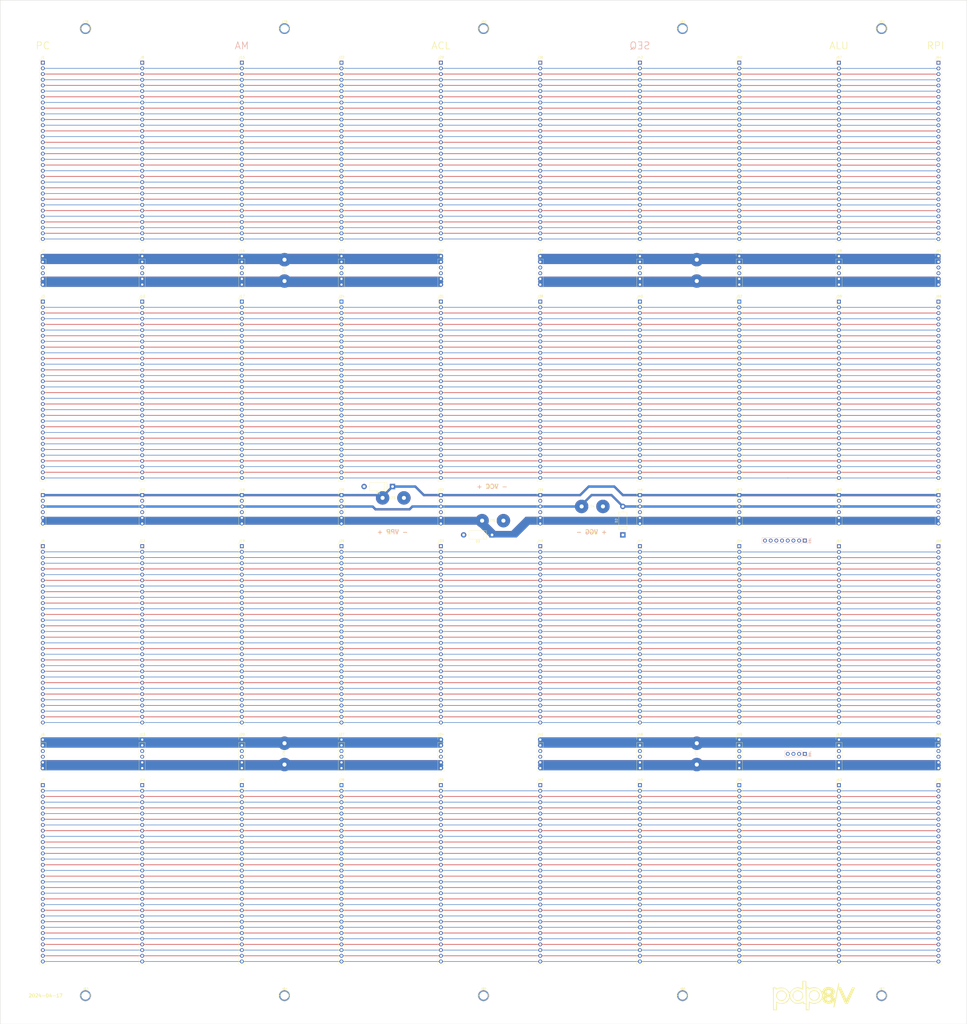
<source format=kicad_pcb>
(kicad_pcb (version 20221018) (generator pcbnew)
  (layers (0 "F.Cu" signal) (1 "In1.Cu" signal) (2 "In2.Cu" power) (31 "B.Cu" signal) (34 "B.Paste" user) (35 "F.Paste" user) (36 "B.SilkS" user "B.Silkscreen") (37 "F.SilkS" user "F.Silkscreen") (38 "B.Mask" user) (39 "F.Mask" user) (44 "Edge.Cuts" user))
  (net 0 "")
  (net 1 "GND")
  (net 2 "Net-(J1-P2)")
  (net 3 "Net-(J1-P3)")
  (net 4 "Net-(J1-P4)")
  (net 5 "Net-(J1-P5)")
  (net 6 "Net-(J1-P6)")
  (net 7 "Net-(J1-P7)")
  (net 8 "Net-(J1-P8)")
  (net 9 "Net-(J1-P9)")
  (net 10 "Net-(J1-P10)")
  (net 11 "Net-(J1-P11)")
  (net 12 "Net-(J1-P12)")
  (net 13 "Net-(J1-P13)")
  (net 14 "Net-(J1-P14)")
  (net 15 "Net-(J1-P15)")
  (net 16 "Net-(J1-P16)")
  (net 17 "Net-(J1-P17)")
  (net 18 "Net-(J1-P18)")
  (net 19 "Net-(J1-P19)")
  (net 20 "Net-(J1-P20)")
  (net 21 "Net-(J1-P21)")
  (net 22 "Net-(J1-P22)")
  (net 23 "Net-(J1-P23)")
  (net 24 "Net-(J1-P24)")
  (net 25 "Net-(J1-P25)")
  (net 26 "Net-(J1-P26)")
  (net 27 "Net-(J1-P27)")
  (net 28 "Net-(J1-P28)")
  (net 29 "Net-(J1-P29)")
  (net 30 "Net-(J1-P30)")
  (net 31 "Net-(J1-P31)")
  (net 32 "Net-(J1-P32)")
  (net 33 "Net-(J10-P2)")
  (net 34 "Net-(J10-P3)")
  (net 35 "Net-(J10-P4)")
  (net 36 "Net-(J10-P5)")
  (net 37 "Net-(J10-P6)")
  (net 38 "Net-(J10-P7)")
  (net 39 "Net-(J10-P8)")
  (net 40 "Net-(J10-P9)")
  (net 41 "Net-(J10-P10)")
  (net 42 "Net-(J10-P11)")
  (net 43 "Net-(J10-P12)")
  (net 44 "Net-(J10-P13)")
  (net 45 "Net-(J10-P14)")
  (net 46 "Net-(J10-P15)")
  (net 47 "Net-(J10-P16)")
  (net 48 "Net-(J10-P17)")
  (net 49 "Net-(J10-P18)")
  (net 50 "Net-(J10-P19)")
  (net 51 "Net-(J10-P20)")
  (net 52 "Net-(J10-P21)")
  (net 53 "Net-(J10-P22)")
  (net 54 "Net-(J10-P23)")
  (net 55 "Net-(J10-P24)")
  (net 56 "Net-(J10-P25)")
  (net 57 "Net-(J10-P26)")
  (net 58 "Net-(J10-P27)")
  (net 59 "Net-(J10-P28)")
  (net 60 "Net-(J10-P29)")
  (net 61 "Net-(J10-P30)")
  (net 62 "Net-(J10-P31)")
  (net 63 "Net-(J10-P32)")
  (net 64 "Net-(J12-P2)")
  (net 65 "Net-(J12-P3)")
  (net 66 "Net-(J12-P4)")
  (net 67 "Net-(J12-P5)")
  (net 68 "Net-(J12-P6)")
  (net 69 "Net-(J12-P7)")
  (net 70 "Net-(J12-P8)")
  (net 71 "Net-(J12-P9)")
  (net 72 "Net-(J12-P10)")
  (net 73 "Net-(J12-P11)")
  (net 74 "Net-(J12-P12)")
  (net 75 "Net-(J12-P13)")
  (net 76 "Net-(J12-P14)")
  (net 77 "Net-(J12-P15)")
  (net 78 "Net-(J12-P16)")
  (net 79 "Net-(J12-P17)")
  (net 80 "Net-(J12-P18)")
  (net 81 "Net-(J12-P19)")
  (net 82 "Net-(J12-P20)")
  (net 83 "Net-(J12-P21)")
  (net 84 "Net-(J12-P22)")
  (net 85 "Net-(J12-P23)")
  (net 86 "Net-(J12-P24)")
  (net 87 "Net-(J12-P25)")
  (net 88 "Net-(J12-P26)")
  (net 89 "Net-(J12-P27)")
  (net 90 "Net-(J12-P28)")
  (net 91 "Net-(J12-P29)")
  (net 92 "Net-(J12-P30)")
  (net 93 "Net-(J12-P31)")
  (net 94 "Net-(J12-P32)")
  (net 95 "Net-(J14-P2)")
  (net 96 "Net-(J14-P3)")
  (net 97 "/clok2")
  (net 98 "/fetch2q")
  (net 99 "Net-(J14-P6)")
  (net 100 "Net-(J14-P7)")
  (net 101 "Net-(J14-P8)")
  (net 102 "Net-(J14-P9)")
  (net 103 "Net-(J14-P10)")
  (net 104 "Net-(J14-P11)")
  (net 105 "Net-(J14-P12)")
  (net 106 "Net-(J14-P13)")
  (net 107 "Net-(J14-P14)")
  (net 108 "Net-(J14-P15)")
  (net 109 "Net-(J14-P16)")
  (net 110 "Net-(J14-P17)")
  (net 111 "Net-(J14-P18)")
  (net 112 "Net-(J14-P19)")
  (net 113 "Net-(J14-P20)")
  (net 114 "Net-(J14-P21)")
  (net 115 "Net-(J14-P22)")
  (net 116 "Net-(J14-P23)")
  (net 117 "Net-(J14-P24)")
  (net 118 "Net-(J14-P25)")
  (net 119 "Net-(J14-P26)")
  (net 120 "Net-(J14-P27)")
  (net 121 "Net-(J14-P28)")
  (net 122 "Net-(J14-P29)")
  (net 123 "Net-(J14-P30)")
  (net 124 "Net-(J14-P31)")
  (net 125 "Net-(J14-P32)")
  (net 126 "/VF1")
  (net 127 "/VF2")
  (net 128 "/VPP")
  (net 129 "/VGG")
  (net 130 "/VCC")
  (net 131 "/VF3")
  (net 132 "/VF4")
  (net 133 "/VF5")
  (net 134 "/VF6")
  (net 135 "/VF7")
  (net 136 "/VF8")
  (footprint "Pin_Headers:Pin_Header_Straight_1x32_Pitch2.54mm" (layer "F.Cu") (at 19.05 27.9)
    (fp_text reference "J1")
    (fp_text value "CONN_01X32")
  )
  (footprint "Pin_Headers:Pin_Header_Straight_1x06_Pitch2.54mm" (layer "F.Cu") (at 19.05 114.3)
    (fp_text reference "J2")
    (fp_text value "CONN_01X06")
  )
  (footprint "Pin_Headers:Pin_Header_Straight_1x32_Pitch2.54mm" (layer "F.Cu") (at 19.05 134.6)
    (fp_text reference "J3")
    (fp_text value "CONN_01X32")
  )
  (footprint "Pin_Headers:Pin_Header_Straight_1x06_Pitch2.54mm" (layer "F.Cu") (at 19.05 221)
    (fp_text reference "J4")
    (fp_text value "CONN_01X06")
  )
  (footprint "Pin_Headers:Pin_Header_Straight_1x32_Pitch2.54mm" (layer "F.Cu") (at 19.05 243.8)
    (fp_text reference "J5")
    (fp_text value "CONN_01X32")
  )
  (footprint "Pin_Headers:Pin_Header_Straight_1x06_Pitch2.54mm" (layer "F.Cu") (at 19.05 330.2)
    (fp_text reference "J6")
    (fp_text value "CONN_01X06")
  )
  (footprint "Pin_Headers:Pin_Header_Straight_1x32_Pitch2.54mm" (layer "F.Cu") (at 19.05 350.5)
    (fp_text reference "J7")
    (fp_text value "CONN_01X32")
  )
  (footprint "Pin_Headers:Pin_Header_Straight_1x32_Pitch2.54mm" (layer "F.Cu") (at 63.45 27.9)
    (fp_text reference "J8")
    (fp_text value "CONN_01X32")
  )
  (footprint "Pin_Headers:Pin_Header_Straight_1x06_Pitch2.54mm" (layer "F.Cu") (at 63.45 114.3)
    (fp_text reference "J9")
    (fp_text value "CONN_01X06")
  )
  (footprint "Pin_Headers:Pin_Header_Straight_1x32_Pitch2.54mm" (layer "F.Cu") (at 63.45 134.6)
    (fp_text reference "J10")
    (fp_text value "CONN_01X32")
  )
  (footprint "Pin_Headers:Pin_Header_Straight_1x06_Pitch2.54mm" (layer "F.Cu") (at 63.45 221)
    (fp_text reference "J11")
    (fp_text value "CONN_01X06")
  )
  (footprint "Pin_Headers:Pin_Header_Straight_1x32_Pitch2.54mm" (layer "F.Cu") (at 63.45 243.8)
    (fp_text reference "J12")
    (fp_text value "CONN_01X32")
  )
  (footprint "Pin_Headers:Pin_Header_Straight_1x06_Pitch2.54mm" (layer "F.Cu") (at 63.45 330.2)
    (fp_text reference "J13")
    (fp_text value "CONN_01X06")
  )
  (footprint "Pin_Headers:Pin_Header_Straight_1x32_Pitch2.54mm" (layer "F.Cu") (at 63.45 350.5)
    (fp_text reference "J14")
    (fp_text value "CONN_01X32")
  )
  (footprint "Pin_Headers:Pin_Header_Straight_1x32_Pitch2.54mm" (layer "F.Cu") (at 107.95 27.9)
    (fp_text reference "J15")
    (fp_text value "CONN_01X32")
  )
  (footprint "Pin_Headers:Pin_Header_Straight_1x06_Pitch2.54mm" (layer "F.Cu") (at 107.95 114.3)
    (fp_text reference "J16")
    (fp_text value "CONN_01X06")
  )
  (footprint "Pin_Headers:Pin_Header_Straight_1x32_Pitch2.54mm" (layer "F.Cu") (at 107.95 134.6)
    (fp_text reference "J17")
    (fp_text value "CONN_01X32")
  )
  (footprint "Pin_Headers:Pin_Header_Straight_1x06_Pitch2.54mm" (layer "F.Cu") (at 107.95 221)
    (fp_text reference "J18")
    (fp_text value "CONN_01X06")
  )
  (footprint "Pin_Headers:Pin_Header_Straight_1x32_Pitch2.54mm" (layer "F.Cu") (at 107.95 243.8)
    (fp_text reference "J19")
    (fp_text value "CONN_01X32")
  )
  (footprint "Pin_Headers:Pin_Header_Straight_1x06_Pitch2.54mm" (layer "F.Cu") (at 107.95 330.2)
    (fp_text reference "J20")
    (fp_text value "CONN_01X06")
  )
  (footprint "Pin_Headers:Pin_Header_Straight_1x32_Pitch2.54mm" (layer "F.Cu") (at 107.95 350.5)
    (fp_text reference "J21")
    (fp_text value "CONN_01X32")
  )
  (footprint "Pin_Headers:Pin_Header_Straight_1x32_Pitch2.54mm" (layer "F.Cu") (at 152.45 27.9)
    (fp_text reference "J22")
    (fp_text value "CONN_01X32")
  )
  (footprint "Pin_Headers:Pin_Header_Straight_1x06_Pitch2.54mm" (layer "F.Cu") (at 152.45 114.3)
    (fp_text reference "J23")
    (fp_text value "CONN_01X06")
  )
  (footprint "Pin_Headers:Pin_Header_Straight_1x32_Pitch2.54mm" (layer "F.Cu") (at 152.45 134.6)
    (fp_text reference "J24")
    (fp_text value "CONN_01X32")
  )
  (footprint "Pin_Headers:Pin_Header_Straight_1x06_Pitch2.54mm" (layer "F.Cu") (at 152.45 221)
    (fp_text reference "J25")
    (fp_text value "CONN_01X06")
  )
  (footprint "Pin_Headers:Pin_Header_Straight_1x32_Pitch2.54mm" (layer "F.Cu") (at 152.45 243.8)
    (fp_text reference "J26")
    (fp_text value "CONN_01X32")
  )
  (footprint "Pin_Headers:Pin_Header_Straight_1x06_Pitch2.54mm" (layer "F.Cu") (at 152.45 330.2)
    (fp_text reference "J27")
    (fp_text value "CONN_01X06")
  )
  (footprint "Pin_Headers:Pin_Header_Straight_1x32_Pitch2.54mm" (layer "F.Cu") (at 152.45 350.5)
    (fp_text reference "J28")
    (fp_text value "CONN_01X32")
  )
  (footprint "Pin_Headers:Pin_Header_Straight_1x32_Pitch2.54mm" (layer "F.Cu") (at 196.85 27.9)
    (fp_text reference "J29")
    (fp_text value "CONN_01X32")
  )
  (footprint "Pin_Headers:Pin_Header_Straight_1x06_Pitch2.54mm" (layer "F.Cu") (at 196.85 114.3)
    (fp_text reference "J30")
    (fp_text value "CONN_01X06")
  )
  (footprint "Pin_Headers:Pin_Header_Straight_1x32_Pitch2.54mm" (layer "F.Cu") (at 196.85 134.6)
    (fp_text reference "J31")
    (fp_text value "CONN_01X32")
  )
  (footprint "Pin_Headers:Pin_Header_Straight_1x06_Pitch2.54mm" (layer "F.Cu") (at 196.85 221)
    (fp_text reference "J32")
    (fp_text value "CONN_01X06")
  )
  (footprint "Pin_Headers:Pin_Header_Straight_1x32_Pitch2.54mm" (layer "F.Cu") (at 196.85 243.8)
    (fp_text reference "J33")
    (fp_text value "CONN_01X32")
  )
  (footprint "Pin_Headers:Pin_Header_Straight_1x06_Pitch2.54mm" (layer "F.Cu") (at 196.85 330.2)
    (fp_text reference "J34")
    (fp_text value "CONN_01X06")
  )
  (footprint "Pin_Headers:Pin_Header_Straight_1x32_Pitch2.54mm" (layer "F.Cu") (at 196.85 350.5)
    (fp_text reference "J35")
    (fp_text value "CONN_01X32")
  )
  (footprint "Pin_Headers:Pin_Header_Straight_1x32_Pitch2.54mm" (layer "F.Cu") (at 241.25 27.9)
    (fp_text reference "J36")
    (fp_text value "CONN_01X32")
  )
  (footprint "Pin_Headers:Pin_Header_Straight_1x06_Pitch2.54mm" (layer "F.Cu") (at 241.25 114.3)
    (fp_text reference "J37")
    (fp_text value "CONN_01X06")
  )
  (footprint "Pin_Headers:Pin_Header_Straight_1x32_Pitch2.54mm" (layer "F.Cu") (at 241.25 134.6)
    (fp_text reference "J38")
    (fp_text value "CONN_01X32")
  )
  (footprint "Pin_Headers:Pin_Header_Straight_1x06_Pitch2.54mm" (layer "F.Cu") (at 241.25 221)
    (fp_text reference "J39")
    (fp_text value "CONN_01X06")
  )
  (footprint "Pin_Headers:Pin_Header_Straight_1x32_Pitch2.54mm" (layer "F.Cu") (at 241.25 243.8)
    (fp_text reference "J40")
    (fp_text value "CONN_01X32")
  )
  (footprint "Pin_Headers:Pin_Header_Straight_1x06_Pitch2.54mm" (layer "F.Cu") (at 241.25 330.2)
    (fp_text reference "J41")
    (fp_text value "CONN_01X06")
  )
  (footprint "Pin_Headers:Pin_Header_Straight_1x32_Pitch2.54mm" (layer "F.Cu") (at 241.25 350.5)
    (fp_text reference "J42")
    (fp_text value "CONN_01X32")
  )
  (footprint "Pin_Headers:Pin_Header_Straight_1x32_Pitch2.54mm" (layer "F.Cu") (at 285.75 27.9)
    (fp_text reference "J43")
    (fp_text value "CONN_01X32")
  )
  (footprint "Pin_Headers:Pin_Header_Straight_1x06_Pitch2.54mm" (layer "F.Cu") (at 285.75 114.3)
    (fp_text reference "J44")
    (fp_text value "CONN_01X06")
  )
  (footprint "Pin_Headers:Pin_Header_Straight_1x32_Pitch2.54mm" (layer "F.Cu") (at 285.75 134.6)
    (fp_text reference "J45")
    (fp_text value "CONN_01X32")
  )
  (footprint "Pin_Headers:Pin_Header_Straight_1x06_Pitch2.54mm" (layer "F.Cu") (at 285.75 221)
    (fp_text reference "J46")
    (fp_text value "CONN_01X06")
  )
  (footprint "Pin_Headers:Pin_Header_Straight_1x32_Pitch2.54mm" (layer "F.Cu") (at 285.75 243.8)
    (fp_text reference "J47")
    (fp_text value "CONN_01X32")
  )
  (footprint "Pin_Headers:Pin_Header_Straight_1x06_Pitch2.54mm" (layer "F.Cu") (at 285.75 330.2)
    (fp_text reference "J48")
    (fp_text value "CONN_01X06")
  )
  (footprint "Pin_Headers:Pin_Header_Straight_1x32_Pitch2.54mm" (layer "F.Cu") (at 285.75 350.5)
    (fp_text reference "J49")
    (fp_text value "CONN_01X32")
  )
  (footprint "Pin_Headers:Pin_Header_Straight_1x32_Pitch2.54mm" (layer "F.Cu") (at 330.15 27.9)
    (fp_text reference "J50")
    (fp_text value "CONN_01X32")
  )
  (footprint "Pin_Headers:Pin_Header_Straight_1x06_Pitch2.54mm" (layer "F.Cu") (at 330.15 114.3)
    (fp_text reference "J51")
    (fp_text value "CONN_01X06")
  )
  (footprint "Pin_Headers:Pin_Header_Straight_1x32_Pitch2.54mm" (layer "F.Cu") (at 330.15 134.6)
    (fp_text reference "J52")
    (fp_text value "CONN_01X32")
  )
  (footprint "Pin_Headers:Pin_Header_Straight_1x06_Pitch2.54mm" (layer "F.Cu") (at 330.15 221)
    (fp_text reference "J53")
    (fp_text value "CONN_01X06")
  )
  (footprint "Pin_Headers:Pin_Header_Straight_1x32_Pitch2.54mm" (layer "F.Cu") (at 330.15 243.8)
    (fp_text reference "J54")
    (fp_text value "CONN_01X32")
  )
  (footprint "Pin_Headers:Pin_Header_Straight_1x06_Pitch2.54mm" (layer "F.Cu") (at 330.15 330.2)
    (fp_text reference "J55")
    (fp_text value "CONN_01X06")
  )
  (footprint "Pin_Headers:Pin_Header_Straight_1x32_Pitch2.54mm" (layer "F.Cu") (at 330.15 350.5)
    (fp_text reference "J56")
    (fp_text value "CONN_01X32")
  )
  (footprint "Pin_Headers:Pin_Header_Straight_1x32_Pitch2.54mm" (layer "F.Cu") (at 374.65 27.94)
    (fp_text reference "J57")
    (fp_text value "CONN_01X32")
  )
  (footprint "Pin_Headers:Pin_Header_Straight_1x06_Pitch2.54mm" (layer "F.Cu") (at 374.65 114.3)
    (fp_text reference "J58")
    (fp_text value "CONN_01X06")
  )
  (footprint "Pin_Headers:Pin_Header_Straight_1x32_Pitch2.54mm" (layer "F.Cu") (at 374.65 134.62)
    (fp_text reference "J59")
    (fp_text value "CONN_01X32")
  )
  (footprint "Pin_Headers:Pin_Header_Straight_1x06_Pitch2.54mm" (layer "F.Cu") (at 374.65 220.98)
    (fp_text reference "J60")
    (fp_text value "CONN_01X06")
  )
  (footprint "Pin_Headers:Pin_Header_Straight_1x32_Pitch2.54mm" (layer "F.Cu") (at 374.65 243.84)
    (fp_text reference "J61")
    (fp_text value "CONN_01X32")
  )
  (footprint "Pin_Headers:Pin_Header_Straight_1x06_Pitch2.54mm" (layer "F.Cu") (at 374.65 330.2)
    (fp_text reference "J62")
    (fp_text value "CONN_01X06")
  )
  (footprint "Pin_Headers:Pin_Header_Straight_1x32_Pitch2.54mm" (layer "F.Cu") (at 374.65 350.52)
    (fp_text reference "J63")
    (fp_text value "CONN_01X32")
  )
  (footprint "Pin_Headers:Pin_Header_Straight_1x32_Pitch2.54mm" (layer "F.Cu") (at 419.1 27.94)
    (fp_text reference "J64")
    (fp_text value "CONN_01X32")
  )
  (footprint "Pin_Headers:Pin_Header_Straight_1x06_Pitch2.54mm" (layer "F.Cu") (at 419.1 114.3)
    (fp_text reference "J65")
    (fp_text value "CONN_01X06")
  )
  (footprint "Pin_Headers:Pin_Header_Straight_1x32_Pitch2.54mm" (layer "F.Cu") (at 419.1 134.62)
    (fp_text reference "J66")
    (fp_text value "CONN_01X32")
  )
  (footprint "Pin_Headers:Pin_Header_Straight_1x06_Pitch2.54mm" (layer "F.Cu") (at 419.1 220.98)
    (fp_text reference "J67")
    (fp_text value "CONN_01X06")
  )
  (footprint "Pin_Headers:Pin_Header_Straight_1x32_Pitch2.54mm" (layer "F.Cu") (at 419.1 243.84)
    (fp_text reference "J68")
    (fp_text value "CONN_01X32")
  )
  (footprint "Pin_Headers:Pin_Header_Straight_1x06_Pitch2.54mm" (layer "F.Cu") (at 419.1 330.2)
    (fp_text reference "J69")
    (fp_text value "CONN_01X06")
  )
  (footprint "Pin_Headers:Pin_Header_Straight_1x32_Pitch2.54mm" (layer "F.Cu") (at 419.1 350.52)
    (fp_text reference "J70")
    (fp_text value "CONN_01X32")
  )
  (footprint "Wire_Connections_Bridges:WireConnection_2.50mmDrill_LargePad" (layer "F.Cu") (at 127 115.57 -90)
    (fp_text reference "J71")
    (fp_text value "VFF")
  )
  (footprint "Wire_Connections_Bridges:WireConnection_2.50mmDrill_LargePad" (layer "F.Cu") (at 311.15 115.57 -90)
    (fp_text reference "J72")
    (fp_text value "VFF")
  )
  (footprint "Wire_Connections_Bridges:WireConnection_2.50mmDrill_LargePad" (layer "F.Cu") (at 170.18 222.25)
    (fp_text reference "J73")
    (fp_text value "+VPP")
  )
  (footprint "Wire_Connections_Bridges:WireConnection_2.50mmDrill_LargePad" (layer "F.Cu") (at 259.08 226.06)
    (fp_text reference "J74")
    (fp_text value "-VGG")
  )
  (footprint "Wire_Connections_Bridges:WireConnection_2.50mmDrill_LargePad" (layer "F.Cu") (at 214.63 232.41)
    (fp_text reference "J75")
    (fp_text value "VCC")
  )
  (footprint "Wire_Connections_Bridges:WireConnection_2.50mmDrill_LargePad" (layer "F.Cu") (at 127 331.47 -90)
    (fp_text reference "J76")
    (fp_text value "VFF")
  )
  (footprint "Wire_Connections_Bridges:WireConnection_2.50mmDrill_LargePad" (layer "F.Cu") (at 311.15 331.47 -90)
    (fp_text reference "J77")
    (fp_text value "VFF")
  )
  (footprint "Connectors:1pin" (layer "F.Cu") (at 38.1 12.7)
    (fp_text reference "J78")
    (fp_text value "HOLE")
  )
  (footprint "Connectors:1pin" (layer "F.Cu") (at 127 12.7)
    (fp_text reference "J79")
    (fp_text value "HOLE")
  )
  (footprint "Connectors:1pin" (layer "F.Cu") (at 215.9 12.7)
    (fp_text reference "J80")
    (fp_text value "HOLE")
  )
  (footprint "Connectors:1pin" (layer "F.Cu") (at 304.8 12.7)
    (fp_text reference "J81")
    (fp_text value "HOLE")
  )
  (footprint "Connectors:1pin" (layer "F.Cu") (at 393.7 12.7)
    (fp_text reference "J82")
    (fp_text value "HOLE")
  )
  (footprint "Connectors:1pin" (layer "F.Cu") (at 38.1 444.5)
    (fp_text reference "J83")
    (fp_text value "HOLE")
  )
  (footprint "Connectors:1pin" (layer "F.Cu") (at 127 444.5)
    (fp_text reference "J84")
    (fp_text value "HOLE")
  )
  (footprint "Connectors:1pin" (layer "F.Cu") (at 215.9 444.5)
    (fp_text reference "J85")
    (fp_text value "HOLE")
  )
  (footprint "Connectors:1pin" (layer "F.Cu") (at 304.8 444.5)
    (fp_text reference "J86")
    (fp_text value "HOLE")
  )
  (footprint "Connectors:1pin" (layer "F.Cu") (at 393.7 444.5)
    (fp_text reference "J87")
    (fp_text value "HOLE")
  )
  (footprint "Diodes_THT:D_DO-15_P12.70mm_Horizontal" (layer "F.Cu") (at 175.26 217.17 180)
    (fp_text reference "D1")
    (fp_text value "200V/2A")
  )
  (footprint "Diodes_THT:D_DO-15_P12.70mm_Horizontal" (layer "F.Cu") (at 278.13 238.76 90)
    (fp_text reference "D2")
    (fp_text value "200V/2A")
  )
  (footprint "Diodes_THT:D_DO-15_P12.70mm_Horizontal" (layer "F.Cu") (at 219.71 238.76 180)
    (fp_text reference "D3")
    (fp_text value "9.1V")
  )
  (footprint "LOGO" (layer "F.Cu") (at 363.22 444.5)
    (fp_text reference "G***" hide)
    (fp_text value "LOGO" hide)
  )
  (footprint "Connector_PinHeader_2.54mm:PinHeader_1x08_P2.54mm_Vertical" (layer "B.Cu") (at 359.41 241.3 90)
    (fp_text reference "J89")
    (fp_text value "Conn_01x08_Pin")
  )
  (footprint "Connector_PinHeader_2.54mm:PinHeader_1x04_P2.54mm_Vertical" (layer "B.Cu") (at 359.41 336.55 90)
    (fp_text reference "J88")
    (fp_text value "Conn_01x04_Pin")
  )
  (gr_line (start 0 457.2) (end 0 0) (stroke (width 0.15)) (layer "Edge.Cuts"))
  (gr_line (start 431.8 0) (end 431.8 457.2) (stroke (width 0.15)) (layer "Edge.Cuts"))
  (gr_line (start 0 0) (end 355.6 0) (stroke (width 0.15)) (layer "Edge.Cuts"))
  (gr_line (start 361.95 0) (end 431.8 0) (stroke (width 0.15)) (layer "Edge.Cuts"))
  (gr_line (start 355.6 0) (end 361.95 0) (stroke (width 0.15)) (layer "Edge.Cuts"))
  (gr_line (start 431.8 457.2) (end 361.95 457.2) (stroke (width 0.15)) (layer "Edge.Cuts"))
  (gr_line (start 361.95 457.2) (end 355.6 457.2) (stroke (width 0.15)) (layer "Edge.Cuts"))
  (gr_line (start 355.6 457.2) (end 0 457.2) (stroke (width 0.15)) (layer "Edge.Cuts"))
  (gr_text "- VCC +" (at 219.71 217.17) (layer "B.SilkS") (effects (font (size 2 2) (thickness 0.3)) (justify mirror)))
  (gr_text "- VPP +" (at 175.26 237.49) (layer "B.SilkS") (effects (font (size 2 2) (thickness 0.3)) (justify mirror)))
  (gr_text "SEQ" (at 285.75 20.32) (layer "B.SilkS") (effects (font (size 3.175 3.175) (thickness 0.3)) (justify mirror)))
  (gr_text "MA" (at 107.95 20.32) (layer "B.SilkS") (effects (font (size 3.175 3.175) (thickness 0.3)) (justify mirror)))
  (gr_text "+ VGG -" (at 264.16 237.49) (layer "B.SilkS") (effects (font (size 2 2) (thickness 0.3)) (justify mirror)))
  (gr_text "- VGG +" (at 264.16 237.49) (layer "F.SilkS") (effects (font (size 2 2) (thickness 0.3))))
  (gr_text "RPI" (at 417.83 20.32) (layer "F.SilkS") (effects (font (size 3.175 3.175) (thickness 0.3))))
  (gr_text "+ VCC -" (at 219.71 217.17) (layer "F.SilkS") (effects (font (size 2 2) (thickness 0.3))))
  (gr_text "2024-04-17" (at 20.32 444.5) (layer "F.SilkS") (effects (font (size 1.5 1.5) (thickness 0.3))))
  (gr_text "ACL" (at 196.85 20.32) (layer "F.SilkS") (effects (font (size 3.175 3.175) (thickness 0.3))))
  (gr_text "PC" (at 19.05 20.32) (layer "F.SilkS") (effects (font (size 3.175 3.175) (thickness 0.3))))
  (gr_text "ALU" (at 374.65 20.32) (layer "F.SilkS") (effects (font (size 3.175 3.175) (thickness 0.3))))
  (gr_text "+ VPP -" (at 175.26 237.49) (layer "F.SilkS") (effects (font (size 2 2) (thickness 0.3))))
  (segment (start 374.61 243.8) (end 374.65 243.84) (width 0.25) (layer "F.Cu") (net 1))
  (segment (start 374.63 350.5) (end 374.65 350.52) (width 0.25) (layer "F.Cu") (net 1))
  (segment (start 63.45 30.44) (end 107.95 30.44) (width 0.25) (layer "B.Cu") (net 2))
  (segment (start 107.95 30.44) (end 152.45 30.44) (width 0.25) (layer "B.Cu") (net 2))
  (segment (start 152.45 30.44) (end 196.85 30.44) (width 0.25) (layer "B.Cu") (net 2))
  (segment (start 196.85 30.44) (end 241.25 30.44) (width 0.25) (layer "B.Cu") (net 2))
  (segment (start 241.25 30.44) (end 285.75 30.44) (width 0.25) (layer "B.Cu") (net 2))
  (segment (start 285.75 30.44) (end 330.15 30.44) (width 0.25) (layer "B.Cu") (net 2))
  (segment (start 374.61 30.44) (end 374.65 30.48) (width 0.25) (layer "B.Cu") (net 2))
  (segment (start 374.65 30.48) (end 419.1 30.48) (width 0.25) (layer "B.Cu") (net 2))
  (segment (start 330.15 30.44) (end 374.61 30.44) (width 0.25) (layer "B.Cu") (net 2))
  (segment (start 19.05 30.44) (end 63.45 30.44) (width 0.25) (layer "B.Cu") (net 2))
  (segment (start 285.75 32.98) (end 241.25 32.98) (width 0.25) (layer "F.Cu") (net 3))
  (segment (start 241.25 32.98) (end 196.85 32.98) (width 0.25) (layer "F.Cu") (net 3))
  (segment (start 196.85 32.98) (end 152.45 32.98) (width 0.25) (layer "F.Cu") (net 3))
  (segment (start 152.45 32.98) (end 107.95 32.98) (width 0.25) (layer "F.Cu") (net 3))
  (segment (start 107.95 32.98) (end 63.45 32.98) (width 0.25) (layer "F.Cu") (net 3))
  (segment (start 63.45 32.98) (end 19.05 32.98) (width 0.25) (layer "F.Cu") (net 3))
  (segment (start 330.19 33.02) (end 330.15 32.98) (width 0.25) (layer "F.Cu") (net 3))
  (segment (start 374.65 33.02) (end 330.19 33.02) (width 0.25) (layer "F.Cu") (net 3))
  (segment (start 419.1 33.02) (end 374.65 33.02) (width 0.25) (layer "F.Cu") (net 3))
  (segment (start 330.15 32.98) (end 285.75 32.98) (width 0.25) (layer "F.Cu") (net 3))
  (segment (start 152.45 35.52) (end 196.85 35.52) (width 0.25) (layer "B.Cu") (net 4))
  (segment (start 196.85 35.52) (end 241.25 35.52) (width 0.25) (layer "B.Cu") (net 4))
  (segment (start 241.25 35.52) (end 285.75 35.52) (width 0.25) (layer "B.Cu") (net 4))
  (segment (start 285.75 35.52) (end 330.15 35.52) (width 0.25) (layer "B.Cu") (net 4))
  (segment (start 107.95 35.52) (end 152.45 35.52) (width 0.25) (layer "B.Cu") (net 4))
  (segment (start 374.61 35.52) (end 374.65 35.56) (width 0.25) (layer "B.Cu") (net 4))
  (segment (start 374.65 35.56) (end 419.1 35.56) (width 0.25) (layer "B.Cu") (net 4))
  (segment (start 330.15 35.52) (end 374.61 35.52) (width 0.25) (layer "B.Cu") (net 4))
  (segment (start 19.05 35.52) (end 63.45 35.52) (width 0.25) (layer "B.Cu") (net 4))
  (segment (start 63.45 35.52) (end 107.95 35.52) (width 0.25) (layer "B.Cu") (net 4))
  (segment (start 285.75 38.06) (end 241.25 38.06) (width 0.25) (layer "F.Cu") (net 5))
  (segment (start 152.45 38.06) (end 107.95 38.06) (width 0.25) (layer "F.Cu") (net 5))
  (segment (start 107.95 38.06) (end 63.45 38.06) (width 0.25) (layer "F.Cu") (net 5))
  (segment (start 63.45 38.06) (end 19.05 38.06) (width 0.25) (layer "F.Cu") (net 5))
  (segment (start 196.85 38.06) (end 241.25 38.06) (width 0.25) (layer "F.Cu") (net 5))
  (segment (start 330.19 38.1) (end 330.15 38.06) (width 0.25) (layer "F.Cu") (net 5))
  (segment (start 330.15 38.06) (end 285.75 38.06) (width 0.25) (layer "F.Cu") (net 5))
  (segment (start 419.1 38.1) (end 374.65 38.1) (width 0.25) (layer "F.Cu") (net 5))
  (segment (start 374.65 38.1) (end 330.19 38.1) (width 0.25) (layer "F.Cu") (net 5))
  (segment (start 152.45 38.06) (end 196.85 38.06) (width 0.25) (layer "F.Cu") (net 5))
  (segment (start 63.45 40.6) (end 107.95 40.6) (width 0.25) (layer "B.Cu") (net 6))
  (segment (start 107.95 40.6) (end 152.45 40.6) (width 0.25) (layer "B.Cu") (net 6))
  (segment (start 152.45 40.6) (end 196.85 40.6) (width 0.25) (layer "B.Cu") (net 6))
  (segment (start 196.85 40.6) (end 241.25 40.6) (width 0.25) (layer "B.Cu") (net 6))
  (segment (start 241.25 40.6) (end 285.75 40.6) (width 0.25) (layer "B.Cu") (net 6))
  (segment (start 285.75 40.6) (end 330.15 40.6) (width 0.25) (layer "B.Cu") (net 6))
  (segment (start 374.61 40.6) (end 374.65 40.64) (width 0.25) (layer "B.Cu") (net 6))
  (segment (start 19.05 40.6) (end 63.45 40.6) (width 0.25) (layer "B.Cu") (net 6))
  (segment (start 330.15 40.6) (end 374.61 40.6) (width 0.25) (layer "B.Cu") (net 6))
  (segment (start 374.65 40.64) (end 419.1 40.64) (width 0.25) (layer "B.Cu") (net 6))
  (segment (start 285.75 43.14) (end 241.25 43.14) (width 0.25) (layer "F.Cu") (net 7))
  (segment (start 241.25 43.14) (end 196.85 43.14) (width 0.25) (layer "F.Cu") (net 7))
  (segment (start 196.85 43.14) (end 152.45 43.14) (width 0.25) (layer "F.Cu") (net 7))
  (segment (start 152.45 43.14) (end 107.95 43.14) (width 0.25) (layer "F.Cu") (net 7))
  (segment (start 107.95 43.14) (end 63.45 43.14) (width 0.25) (layer "F.Cu") (net 7))
  (segment (start 63.45 43.14) (end 19.05 43.14) (width 0.25) (layer "F.Cu") (net 7))
  (segment (start 330.19 43.18) (end 330.15 43.14) (width 0.25) (layer "F.Cu") (net 7))
  (segment (start 419.1 43.18) (end 374.65 43.18) (width 0.25) (layer "F.Cu") (net 7))
  (segment (start 330.15 43.14) (end 285.75 43.14) (width 0.25) (layer "F.Cu") (net 7))
  (segment (start 374.65 43.18) (end 330.19 43.18) (width 0.25) (layer "F.Cu") (net 7))
  (segment (start 63.45 45.68) (end 107.95 45.68) (width 0.25) (layer "B.Cu") (net 8))
  (segment (start 107.95 45.68) (end 152.45 45.68) (width 0.25) (layer "B.Cu") (net 8))
  (segment (start 152.45 45.68) (end 196.85 45.68) (width 0.25) (layer "B.Cu") (net 8))
  (segment (start 196.85 45.68) (end 241.25 45.68) (width 0.25) (layer "B.Cu") (net 8))
  (segment (start 241.25 45.68) (end 285.75 45.68) (width 0.25) (layer "B.Cu") (net 8))
  (segment (start 285.75 45.68) (end 330.15 45.68) (width 0.25) (layer "B.Cu") (net 8))
  (segment (start 374.61 45.68) (end 374.65 45.72) (width 0.25) (layer "B.Cu") (net 8))
  (segment (start 374.65 45.72) (end 419.1 45.72) (width 0.25) (layer "B.Cu") (net 8))
  (segment (start 19.05 45.68) (end 63.45 45.68) (width 0.25) (layer "B.Cu") (net 8))
  (segment (start 330.15 45.68) (end 374.61 45.68) (width 0.25) (layer "B.Cu") (net 8))
  (segment (start 285.75 48.22) (end 241.25 48.22) (width 0.25) (layer "F.Cu") (net 9))
  (segment (start 241.25 48.22) (end 196.85 48.22) (width 0.25) (layer "F.Cu") (net 9))
  (segment (start 196.85 48.22) (end 152.45 48.22) (width 0.25) (layer "F.Cu") (net 9))
  (segment (start 152.45 48.22) (end 107.95 48.22) (width 0.25) (layer "F.Cu") (net 9))
  (segment (start 107.95 48.22) (end 63.45 48.22) (width 0.25) (layer "F.Cu") (net 9))
  (segment (start 63.45 48.22) (end 19.05 48.22) (width 0.25) (layer "F.Cu") (net 9))
  (segment (start 375.245 48.22) (end 375.285 48.26) (width 0.25) (layer "F.Cu") (net 9))
  (segment (start 375.285 48.26) (end 374.65 48.26) (width 0.25) (layer "F.Cu") (net 9))
  (segment (start 374.65 48.26) (end 419.1 48.26) (width 0.25) (layer "F.Cu") (net 9))
  (segment (start 330.15 48.22) (end 375.245 48.22) (width 0.25) (layer "F.Cu") (net 9))
  (segment (start 330.15 48.22) (end 285.75 48.22) (width 0.25) (layer "F.Cu") (net 9))
  (segment (start 63.45 50.76) (end 107.95 50.76) (width 0.25) (layer "B.Cu") (net 10))
  (segment (start 107.95 50.76) (end 152.45 50.76) (width 0.25) (layer "B.Cu") (net 10))
  (segment (start 152.45 50.76) (end 196.85 50.76) (width 0.25) (layer "B.Cu") (net 10))
  (segment (start 196.85 50.76) (end 241.25 50.76) (width 0.25) (layer "B.Cu") (net 10))
  (segment (start 241.25 50.76) (end 285.75 50.76) (width 0.25) (layer "B.Cu") (net 10))
  (segment (start 285.75 50.76) (end 330.15 50.76) (width 0.25) (layer "B.Cu") (net 10))
  (segment (start 330.19 50.8) (end 330.15 50.76) (width 0.25) (layer "B.Cu") (net 10))
  (segment (start 374.65 50.8) (end 330.19 50.8) (width 0.25) (layer "B.Cu") (net 10))
  (segment (start 419.1 50.8) (end 374.65 50.8) (width 0.25) (layer "B.Cu") (net 10))
  (segment (start 19.05 50.76) (end 63.45 50.76) (width 0.25) (layer "B.Cu") (net 10))
  (segment (start 285.75 53.3) (end 241.25 53.3) (width 0.25) (layer "F.Cu") (net 11))
  (segment (start 241.25 53.3) (end 196.85 53.3) (width 0.25) (layer "F.Cu") (net 11))
  (segment (start 196.85 53.3) (end 152.45 53.3) (width 0.25) (layer "F.Cu") (net 11))
  (segment (start 152.45 53.3) (end 107.95 53.3) (width 0.25) (layer "F.Cu") (net 11))
  (segment (start 107.95 53.3) (end 63.45 53.3) (width 0.25) (layer "F.Cu") (net 11))
  (segment (start 63.45 53.3) (end 19.05 53.3) (width 0.25) (layer "F.Cu") (net 11))
  (segment (start 374.61 53.3) (end 374.65 53.34) (width 0.25) (layer "F.Cu") (net 11))
  (segment (start 374.65 53.34) (end 419.1 53.34) (width 0.25) (layer "F.Cu") (net 11))
  (segment (start 330.15 53.3) (end 374.61 53.3) (width 0.25) (layer "F.Cu") (net 11))
  (segment (start 330.15 53.3) (end 285.75 53.3) (width 0.25) (layer "F.Cu") (net 11))
  (segment (start 330.19 55.88) (end 330.15 55.84) (width 0.25) (layer "B.Cu") (net 12))
  (segment (start 285.75 55.84) (end 330.15 55.84) (width 0.25) (layer "B.Cu") (net 12))
  (segment (start 63.45 55.84) (end 107.95 55.84) (width 0.25) (layer "B.Cu") (net 12))
  (segment (start 152.45 55.84) (end 196.85 55.84) (width 0.25) (layer "B.Cu") (net 12))
  (segment (start 419.1 55.88) (end 374.65 55.88) (width 0.25) (layer "B.Cu") (net 12))
  (segment (start 196.85 55.84) (end 241.25 55.84) (width 0.25) (layer "B.Cu") (net 12))
  (segment (start 374.65 55.88) (end 330.19 55.88) (width 0.25) (layer "B.Cu") (net 12))
  (segment (start 19.05 55.84) (end 63.45 55.84) (width 0.25) (layer "B.Cu") (net 12))
  (segment (start 107.95 55.84) (end 152.45 55.84) (width 0.25) (layer "B.Cu") (net 12))
  (segment (start 241.25 55.84) (end 285.75 55.84) (width 0.25) (layer "B.Cu") (net 12))
  (segment (start 375.245 58.38) (end 375.285 58.42) (width 0.25) (layer "F.Cu") (net 13))
  (segment (start 375.285 58.42) (end 374.65 58.42) (width 0.25) (layer "F.Cu") (net 13))
  (segment (start 374.65 58.42) (end 419.1 58.42) (width 0.25) (layer "F.Cu") (net 13))
  (segment (start 330.15 58.38) (end 375.245 58.38) (width 0.25) (layer "F.Cu") (net 13))
  (segment (start 196.85 58.38) (end 152.45 58.38) (width 0.25) (layer "F.Cu") (net 13))
  (segment (start 107.95 58.38) (end 63.45 58.38) (width 0.25) (layer "F.Cu") (net 13))
  (segment (start 196.85 58.38) (end 241.25 58.38) (width 0.25) (layer "F.Cu") (net 13))
  (segment (start 63.45 58.38) (end 19.05 58.38) (width 0.25) (layer "F.Cu") (net 13))
  (segment (start 152.45 58.38) (end 107.95 58.38) (width 0.25) (layer "F.Cu") (net 13))
  (segment (start 330.15 58.38) (end 285.75 58.38) (width 0.25) (layer "F.Cu") (net 13))
  (segment (start 285.75 58.38) (end 241.25 58.38) (width 0.25) (layer "F.Cu") (net 13))
  (segment (start 375.285 60.96) (end 374.65 60.96) (width 0.25) (layer "B.Cu") (net 14))
  (segment (start 330.19 60.96) (end 330.15 60.92) (width 0.25) (layer "B.Cu") (net 14))
  (segment (start 374.65 60.96) (end 330.19 60.96) (width 0.25) (layer "B.Cu") (net 14))
  (segment (start 152.45 60.92) (end 196.85 60.92) (width 0.25) (layer "B.Cu") (net 14))
  (segment (start 419.1 60.96) (end 375.285 60.96) (width 0.25) (layer "B.Cu") (net 14))
  (segment (start 285.75 60.92) (end 330.15 60.92) (width 0.25) (layer "B.Cu") (net 14))
  (segment (start 19.05 60.92) (end 63.45 60.92) (width 0.25) (layer "B.Cu") (net 14))
  (segment (start 63.45 60.92) (end 107.95 60.92) (width 0.25) (layer "B.Cu") (net 14))
  (segment (start 107.95 60.92) (end 152.45 60.92) (width 0.25) (layer "B.Cu") (net 14))
  (segment (start 196.85 60.92) (end 241.25 60.92) (width 0.25) (layer "B.Cu") (net 14))
  (segment (start 241.25 60.92) (end 285.75 60.92) (width 0.25) (layer "B.Cu") (net 14))
  (segment (start 373.975 63.46) (end 374.65 64.135) (width 0.25) (layer "F.Cu") (net 15))
  (segment (start 374.65 64.135) (end 374.65 63.5) (width 0.25) (layer "F.Cu") (net 15))
  (segment (start 419.735 63.5) (end 419.1 63.5) (width 0.25) (layer "F.Cu") (net 15))
  (segment (start 241.25 63.46) (end 196.85 63.46) (width 0.25) (layer "F.Cu") (net 15))
  (segment (start 196.85 63.46) (end 152.45 63.46) (width 0.25) (layer "F.Cu") (net 15))
  (segment (start 152.45 63.46) (end 107.95 63.46) (width 0.25) (layer "F.Cu") (net 15))
  (segment (start 107.95 63.46) (end 63.45 63.46) (width 0.25) (layer "F.Cu") (net 15))
  (segment (start 330.15 63.46) (end 373.975 63.46) (width 0.25) (layer "F.Cu") (net 15))
  (segment (start 374.65 63.5) (end 419.735 63.5) (width 0.25) (layer "F.Cu") (net 15))
  (segment (start 63.45 63.46) (end 19.05 63.46) (width 0.25) (layer "F.Cu") (net 15))
  (segment (start 330.15 63.46) (end 285.75 63.46) (width 0.25) (layer "F.Cu") (net 15))
  (segment (start 285.75 63.46) (end 241.25 63.46) (width 0.25) (layer "F.Cu") (net 15))
  (segment (start 330.19 66.04) (end 330.15 66) (width 0.25) (layer "B.Cu") (net 16))
  (segment (start 241.25 66) (end 285.75 66) (width 0.25) (layer "B.Cu") (net 16))
  (segment (start 19.05 66) (end 63.45 66) (width 0.25) (layer "B.Cu") (net 16))
  (segment (start 63.45 66) (end 107.95 66) (width 0.25) (layer "B.Cu") (net 16))
  (segment (start 107.95 66) (end 152.45 66) (width 0.25) (layer "B.Cu") (net 16))
  (segment (start 152.45 66) (end 196.85 66) (width 0.25) (layer "B.Cu") (net 16))
  (segment (start 285.75 66) (end 330.15 66) (width 0.25) (layer "B.Cu") (net 16))
  (segment (start 419.1 66.04) (end 374.65 66.04) (width 0.25) (layer "B.Cu") (net 16))
  (segment (start 374.65 66.04) (end 330.19 66.04) (width 0.25) (layer "B.Cu") (net 16))
  (segment (start 196.85 66) (end 241.25 66) (width 0.25) (layer "B.Cu") (net 16))
  (segment (start 375.245 68.54) (end 375.285 68.58) (width 0.25) (layer "F.Cu") (net 17))
  (segment (start 375.285 68.58) (end 374.65 68.58) (width 0.25) (layer "F.Cu") (net 17))
  (segment (start 63.45 68.54) (end 19.05 68.54) (width 0.25) (layer "F.Cu") (net 17))
  (segment (start 152.45 68.54) (end 107.95 68.54) (width 0.25) (layer "F.Cu") (net 17))
  (segment (start 196.85 68.54) (end 152.45 68.54) (width 0.25) (layer "F.Cu") (net 17))
  (segment (start 374.65 68.58) (end 419.1 68.58) (width 0.25) (layer "F.Cu") (net 17))
  (segment (start 107.95 68.54) (end 63.45 68.54) (width 0.25) (layer "F.Cu") (net 17))
  (segment (start 330.15 68.54) (end 285.75 68.54) (width 0.25) (layer "F.Cu") (net 17))
  (segment (start 330.15 68.54) (end 375.245 68.54) (width 0.25) (layer "F.Cu") (net 17))
  (segment (start 285.75 68.54) (end 241.25 68.54) (width 0.25) (layer "F.Cu") (net 17))
  (segment (start 241.25 68.54) (end 196.85 68.54) (width 0.25) (layer "F.Cu") (net 17))
  (segment (start 375.285 71.12) (end 374.65 71.755) (width 0.25) (layer "B.Cu") (net 18))
  (segment (start 374.65 71.755) (end 374.65 71.12) (width 0.25) (layer "B.Cu") (net 18))
  (segment (start 330.835 71.12) (end 330.15 71.08) (width 0.25) (layer "B.Cu") (net 18))
  (segment (start 285.75 71.08) (end 330.15 71.08) (width 0.25) (layer "B.Cu") (net 18))
  (segment (start 419.1 71.12) (end 375.285 71.12) (width 0.25) (layer "B.Cu") (net 18))
  (segment (start 241.25 71.08) (end 285.75 71.08) (width 0.25) (layer "B.Cu") (net 18))
  (segment (start 196.85 71.08) (end 241.25 71.08) (width 0.25) (layer "B.Cu") (net 18))
  (segment (start 63.45 71.08) (end 107.95 71.08) (width 0.25) (layer "B.Cu") (net 18))
  (segment (start 107.95 71.08) (end 152.45 71.08) (width 0.25) (layer "B.Cu") (net 18))
  (segment (start 19.05 71.08) (end 63.45 71.08) (width 0.25) (layer "B.Cu") (net 18))
  (segment (start 152.45 71.08) (end 196.85 71.08) (width 0.25) (layer "B.Cu") (net 18))
  (segment (start 374.65 71.12) (end 330.835 71.12) (width 0.25) (layer "B.Cu") (net 18))
  (segment (start 374.61 73.62) (end 374.65 73.66) (width 0.25) (layer "F.Cu") (net 19))
  (segment (start 152.45 73.62) (end 107.95 73.62) (width 0.25) (layer "F.Cu") (net 19))
  (segment (start 285.75 73.62) (end 241.25 73.62) (width 0.25) (layer "F.Cu") (net 19))
  (segment (start 196.85 73.62) (end 152.45 73.62) (width 0.25) (layer "F.Cu") (net 19))
  (segment (start 107.95 73.62) (end 63.45 73.62) (width 0.25) (layer "F.Cu") (net 19))
  (segment (start 63.45 73.62) (end 19.05 73.62) (width 0.25) (layer "F.Cu") (net 19))
  (segment (start 330.15 73.62) (end 374.61 73.62) (width 0.25) (layer "F.Cu") (net 19))
  (segment (start 374.65 73.66) (end 419.1 73.66) (width 0.25) (layer "F.Cu") (net 19))
  (segment (start 241.25 73.62) (end 196.85 73.62) (width 0.25) (layer "F.Cu") (net 19))
  (segment (start 330.15 73.62) (end 285.75 73.62) (width 0.25) (layer "F.Cu") (net 19))
  (segment (start 330.19 76.2) (end 330.15 76.16) (width 0.25) (layer "B.Cu") (net 20))
  (segment (start 107.95 76.16) (end 152.45 76.16) (width 0.25) (layer "B.Cu") (net 20))
  (segment (start 196.85 76.16) (end 241.25 76.16) (width 0.25) (layer "B.Cu") (net 20))
  (segment (start 63.45 76.16) (end 107.95 76.16) (width 0.25) (layer "B.Cu") (net 20))
  (segment (start 19.05 76.16) (end 63.45 76.16) (width 0.25) (layer "B.Cu") (net 20))
  (segment (start 374.65 76.2) (end 330.19 76.2) (width 0.25) (layer "B.Cu") (net 20))
  (segment (start 241.25 76.16) (end 285.75 76.16) (width 0.25) (layer "B.Cu") (net 20))
  (segment (start 152.45 76.16) (end 196.85 76.16) (width 0.25) (layer "B.Cu") (net 20))
  (segment (start 419.1 76.2) (end 374.65 76.2) (width 0.25) (layer "B.Cu") (net 20))
  (segment (start 285.75 76.16) (end 330.15 76.16) (width 0.25) (layer "B.Cu") (net 20))
  (segment (start 374.61 78.7) (end 374.65 78.74) (width 0.25) (layer "F.Cu") (net 21))
  (segment (start 330.15 78.7) (end 374.61 78.7) (width 0.25) (layer "F.Cu") (net 21))
  (segment (start 285.75 78.7) (end 241.25 78.7) (width 0.25) (layer "F.Cu") (net 21))
  (segment (start 152.45 78.7) (end 107.95 78.7) (width 0.25) (layer "F.Cu") (net 21))
  (segment (start 330.15 78.7) (end 285.75 78.7) (width 0.25) (layer "F.Cu") (net 21))
  (segment (start 241.25 78.7) (end 196.85 78.7) (width 0.25) (layer "F.Cu") (net 21))
  (segment (start 107.95 78.7) (end 63.45 78.7) (width 0.25) (layer "F.Cu") (net 21))
  (segment (start 196.85 78.7) (end 152.45 78.7) (width 0.25) (layer "F.Cu") (net 21))
  (segment (start 374.65 78.74) (end 419.1 78.74) (width 0.25) (layer "F.Cu") (net 21))
  (segment (start 63.45 78.7) (end 19.05 78.7) (width 0.25) (layer "F.Cu") (net 21))
  (segment (start 330.19 81.28) (end 330.15 81.24) (width 0.25) (layer "B.Cu") (net 22))
  (segment (start 107.95 81.24) (end 152.45 81.24) (width 0.25) (layer "B.Cu") (net 22))
  (segment (start 285.75 81.24) (end 330.15 81.24) (width 0.25) (layer "B.Cu") (net 22))
  (segment (start 374.65 81.28) (end 330.19 81.28) (width 0.25) (layer "B.Cu") (net 22))
  (segment (start 19.05 81.24) (end 63.45 81.24) (width 0.25) (layer "B.Cu") (net 22))
  (segment (start 196.85 81.24) (end 241.25 81.24) (width 0.25) (layer "B.Cu") (net 22))
  (segment (start 419.1 81.28) (end 374.65 81.28) (width 0.25) (layer "B.Cu") (net 22))
  (segment (start 241.25 81.24) (end 285.75 81.24) (width 0.25) (layer "B.Cu") (net 22))
  (segment (start 152.45 81.24) (end 196.85 81.24) (width 0.25) (layer "B.Cu") (net 22))
  (segment (start 63.45 81.24) (end 107.95 81.24) (width 0.25) (layer "B.Cu") (net 22))
  (segment (start 374.61 83.78) (end 374.65 83.82) (width 0.25) (layer "F.Cu") (net 23))
  (segment (start 196.85 83.78) (end 152.45 83.78) (width 0.25) (layer "F.Cu") (net 23))
  (segment (start 63.45 83.78) (end 19.05 83.78) (width 0.25) (layer "F.Cu") (net 23))
  (segment (start 285.75 83.78) (end 241.25 83.78) (width 0.25) (layer "F.Cu") (net 23))
  (segment (start 374.65 83.82) (end 419.1 83.82) (width 0.25) (layer "F.Cu") (net 23))
  (segment (start 330.15 83.78) (end 374.61 83.78) (width 0.25) (layer "F.Cu") (net 23))
  (segment (start 241.25 83.78) (end 196.85 83.78) (width 0.25) (layer "F.Cu") (net 23))
  (segment (start 152.45 83.78) (end 107.95 83.78) (width 0.25) (layer "F.Cu") (net 23))
  (segment (start 330.15 83.78) (end 285.75 83.78) (width 0.25) (layer "F.Cu") (net 23))
  (segment (start 107.95 83.78) (end 63.45 83.78) (width 0.25) (layer "F.Cu") (net 23))
  (segment (start 330.19 86.36) (end 330.15 86.32) (width 0.25) (layer "B.Cu") (net 24))
  (segment (start 196.85 86.32) (end 241.25 86.32) (width 0.25) (layer "B.Cu") (net 24))
  (segment (start 285.75 86.32) (end 330.15 86.32) (width 0.25) (layer "B.Cu") (net 24))
  (segment (start 419.1 86.36) (end 374.65 86.36) (width 0.25) (layer "B.Cu") (net 24))
  (segment (start 19.05 86.32) (end 63.45 86.32) (width 0.25) (layer "B.Cu") (net 24))
  (segment (start 107.95 86.32) (end 152.45 86.32) (width 0.25) (layer "B.Cu") (net 24))
  (segment (start 152.45 86.32) (end 196.85 86.32) (width 0.25) (layer "B.Cu") (net 24))
  (segment (start 374.65 86.36) (end 330.19 86.36) (width 0.25) (layer "B.Cu") (net 24))
  (segment (start 63.45 86.32) (end 107.95 86.32) (width 0.25) (layer "B.Cu") (net 24))
  (segment (start 241.25 86.32) (end 285.75 86.32) (width 0.25) (layer "B.Cu") (net 24))
  (segment (start 374.61 88.86) (end 374.65 88.9) (width 0.25) (layer "F.Cu") (net 25))
  (segment (start 152.45 88.86) (end 107.95 88.86) (width 0.25) (layer "F.Cu") (net 25))
  (segment (start 241.25 88.86) (end 196.85 88.86) (width 0.25) (layer "F.Cu") (net 25))
  (segment (start 196.85 88.86) (end 152.45 88.86) (width 0.25) (layer "F.Cu") (net 25))
  (segment (start 63.45 88.86) (end 19.05 88.86) (width 0.25) (layer "F.Cu") (net 25))
  (segment (start 330.15 88.86) (end 374.61 88.86) (width 0.25) (layer "F.Cu") (net 25))
  (segment (start 374.65 88.9) (end 419.1 88.9) (width 0.25) (layer "F.Cu") (net 25))
  (segment (start 107.95 88.86) (end 63.45 88.86) (width 0.25) (layer "F.Cu") (net 25))
  (segment (start 330.15 88.86) (end 285.75 88.86) (width 0.25) (layer "F.Cu") (net 25))
  (segment (start 285.75 88.86) (end 241.25 88.86) (width 0.25) (layer "F.Cu") (net 25))
  (segment (start 330.19 91.44) (end 330.15 91.4) (width 0.25) (layer "B.Cu") (net 26))
  (segment (start 19.05 91.4) (end 63.45 91.4) (width 0.25) (layer "B.Cu") (net 26))
  (segment (start 241.25 91.4) (end 285.75 91.4) (width 0.25) (layer "B.Cu") (net 26))
  (segment (start 419.1 91.44) (end 374.65 91.44) (width 0.25) (layer "B.Cu") (net 26))
  (segment (start 374.65 91.44) (end 330.19 91.44) (width 0.25) (layer "B.Cu") (net 26))
  (segment (start 107.95 91.4) (end 152.45 91.4) (width 0.25) (layer "B.Cu") (net 26))
  (segment (start 285.75 91.4) (end 330.15 91.4) (width 0.25) (layer "B.Cu") (net 26))
  (segment (start 63.45 91.4) (end 107.95 91.4) (width 0.25) (layer "B.Cu") (net 26))
  (segment (start 152.45 91.4) (end 196.85 91.4) (width 0.25) (layer "B.Cu") (net 26))
  (segment (start 196.85 91.4) (end 241.25 91.4) (width 0.25) (layer "B.Cu") (net 26))
  (segment (start 374.61 93.94) (end 374.65 93.98) (width 0.25) (layer "F.Cu") (net 27))
  (segment (start 152.45 93.94) (end 107.95 93.94) (width 0.25) (layer "F.Cu") (net 27))
  (segment (start 330.15 93.94) (end 374.61 93.94) (width 0.25) (layer "F.Cu") (net 27))
  (segment (start 241.25 93.94) (end 196.85 93.94) (width 0.25) (layer "F.Cu") (net 27))
  (segment (start 285.75 93.94) (end 241.25 93.94) (width 0.25) (layer "F.Cu") (net 27))
  (segment (start 374.65 93.98) (end 419.1 93.98) (width 0.25) (layer "F.Cu") (net 27))
  (segment (start 196.85 93.94) (end 152.45 93.94) (width 0.25) (layer "F.Cu") (net 27))
  (segment (start 330.15 93.94) (end 285.75 93.94) (width 0.25) (layer "F.Cu") (net 27))
  (segment (start 63.45 93.94) (end 19.05 93.94) (width 0.25) (layer "F.Cu") (net 27))
  (segment (start 107.95 93.94) (end 63.45 93.94) (width 0.25) (layer "F.Cu") (net 27))
  (segment (start 330.19 96.52) (end 330.15 96.48) (width 0.25) (layer "B.Cu") (net 28))
  (segment (start 374.65 96.52) (end 330.19 96.52) (width 0.25) (layer "B.Cu") (net 28))
  (segment (start 19.05 96.48) (end 63.45 96.48) (width 0.25) (layer "B.Cu") (net 28))
  (segment (start 107.95 96.48) (end 152.45 96.48) (width 0.25) (layer "B.Cu") (net 28))
  (segment (start 241.25 96.48) (end 285.75 96.48) (width 0.25) (layer "B.Cu") (net 28))
  (segment (start 419.1 96.52) (end 374.65 96.52) (width 0.25) (layer "B.Cu") (net 28))
  (segment (start 196.85 96.48) (end 241.25 96.48) (width 0.25) (layer "B.Cu") (net 28))
  (segment (start 285.75 96.48) (end 330.15 96.48) (width 0.25) (layer "B.Cu") (net 28))
  (segment (start 63.45 96.48) (end 107.95 96.48) (width 0.25) (layer "B.Cu") (net 28))
  (segment (start 152.45 96.48) (end 196.85 96.48) (width 0.25) (layer "B.Cu") (net 28))
  (segment (start 374.61 99.02) (end 374.65 99.06) (width 0.25) (layer "F.Cu") (net 29))
  (segment (start 330.15 99.02) (end 285.75 99.02) (width 0.25) (layer "F.Cu") (net 29))
  (segment (start 241.25 99.02) (end 196.85 99.02) (width 0.25) (layer "F.Cu") (net 29))
  (segment (start 374.65 99.06) (end 419.1 99.06) (width 0.25) (layer "F.Cu") (net 29))
  (segment (start 285.75 99.02) (end 241.25 99.02) (width 0.25) (layer "F.Cu") (net 29))
  (segment (start 107.95 99.02) (end 63.45 99.02) (width 0.25) (layer "F.Cu") (net 29))
  (segment (start 330.15 99.02) (end 374.61 99.02) (width 0.25) (layer "F.Cu") (net 29))
  (segment (start 152.45 99.02) (end 107.95 99.02) (width 0.25) (layer "F.Cu") (net 29))
  (segment (start 63.45 99.02) (end 19.05 99.02) (width 0.25) (layer "F.Cu") (net 29))
  (segment (start 196.85 99.02) (end 152.45 99.02) (width 0.25) (layer "F.Cu") (net 29))
  (segment (start 330.19 101.6) (end 330.15 101.56) (width 0.25) (layer "B.Cu") (net 30))
  (segment (start 419.1 101.6) (end 374.65 101.6) (width 0.25) (layer "B.Cu") (net 30))
  (segment (start 374.65 101.6) (end 330.19 101.6) (width 0.25) (layer "B.Cu") (net 30))
  (segment (start 241.25 101.56) (end 285.75 101.56) (width 0.25) (layer "B.Cu") (net 30))
  (segment (start 285.75 101.56) (end 330.15 101.56) (width 0.25) (layer "B.Cu") (net 30))
  (segment (start 107.95 101.56) (end 152.45 101.56) (width 0.25) (layer "B.Cu") (net 30))
  (segment (start 196.85 101.56) (end 241.25 101.56) (width 0.25) (layer "B.Cu") (net 30))
  (segment (start 63.45 101.56) (end 107.95 101.56) (width 0.25) (layer "B.Cu") (net 30))
  (segment (start 19.05 101.56) (end 63.45 101.56) (width 0.25) (layer "B.Cu") (net 30))
  (segment (start 152.45 101.56) (end 196.85 101.56) (width 0.25) (layer "B.Cu") (net 30))
  (segment (start 374.61 104.1) (end 374.65 104.14) (width 0.25) (layer "F.Cu") (net 31))
  (segment (start 63.45 104.1) (end 19.05 104.1) (width 0.25) (layer "F.Cu") (net 31))
  (segment (start 285.75 104.1) (end 241.25 104.1) (width 0.25) (layer "F.Cu") (net 31))
  (segment (start 374.65 104.14) (end 419.1 104.14) (width 0.25) (layer "F.Cu") (net 31))
  (segment (start 330.15 104.1) (end 285.75 104.1) (width 0.25) (layer "F.Cu") (net 31))
  (segment (start 107.95 104.1) (end 63.45 104.1) (width 0.25) (layer "F.Cu") (net 31))
  (segment (start 241.25 104.1) (end 196.85 104.1) (width 0.25) (layer "F.Cu") (net 31))
  (segment (start 196.85 104.1) (end 152.45 104.1) (width 0.25) (layer "F.Cu") (net 31))
  (segment (start 330.15 104.1) (end 374.61 104.1) (width 0.25) (layer "F.Cu") (net 31))
  (segment (start 152.45 104.1) (end 107.95 104.1) (width 0.25) (layer "F.Cu") (net 31))
  (segment (start 330.19 106.68) (end 330.15 106.64) (width 0.25) (layer "B.Cu") (net 32))
  (segment (start 285.75 106.64) (end 241.25 106.64) (width 0.25) (layer "B.Cu") (net 32))
  (segment (start 196.85 106.64) (end 241.25 106.64) (width 0.25) (layer "B.Cu") (net 32))
  (segment (start 374.65 106.68) (end 330.19 106.68) (width 0.25) (layer "B.Cu") (net 32))
  (segment (start 330.15 106.64) (end 285.75 106.64) (width 0.25) (layer "B.Cu") (net 32))
  (segment (start 107.95 106.64) (end 152.45 106.64) (width 0.25) (layer "B.Cu") (net 32))
  (segment (start 152.45 106.64) (end 196.85 106.64) (width 0.25) (layer "B.Cu") (net 32))
  (segment (start 419.1 106.68) (end 374.65 106.68) (width 0.25) (layer "B.Cu") (net 32))
  (segment (start 19.05 106.64) (end 63.45 106.64) (width 0.25) (layer "B.Cu") (net 32))
  (segment (start 63.45 106.64) (end 107.95 106.64) (width 0.25) (layer "B.Cu") (net 32))
  (segment (start 375.265 137.14) (end 375.285 137.16) (width 0.25) (layer "B.Cu") (net 33))
  (segment (start 375.285 137.16) (end 374.65 137.16) (width 0.25) (layer "B.Cu") (net 33))
  (segment (start 107.95 137.14) (end 152.45 137.14) (width 0.25) (layer "B.Cu") (net 33))
  (segment (start 241.25 137.14) (end 285.75 137.14) (width 0.25) (layer "B.Cu") (net 33))
  (segment (start 63.45 137.14) (end 107.95 137.14) (width 0.25) (layer "B.Cu") (net 33))
  (segment (start 285.75 137.14) (end 330.15 137.14) (width 0.25) (layer "B.Cu") (net 33))
  (segment (start 152.45 137.14) (end 196.85 137.14) (width 0.25) (layer "B.Cu") (net 33))
  (segment (start 374.65 137.16) (end 419.1 137.16) (width 0.25) (layer "B.Cu") (net 33))
  (segment (start 196.85 137.14) (end 241.25 137.14) (width 0.25) (layer "B.Cu") (net 33))
  (segment (start 330.15 137.14) (end 375.265 137.14) (width 0.25) (layer "B.Cu") (net 33))
  (segment (start 19.05 137.14) (end 63.45 137.14) (width 0.25) (layer "B.Cu") (net 33))
  (segment (start 375.285 139.7) (end 374.65 139.7) (width 0.25) (layer "F.Cu") (net 34))
  (segment (start 330.17 139.7) (end 330.15 139.68) (width 0.25) (layer "F.Cu") (net 34))
  (segment (start 107.95 139.68) (end 63.45 139.68) (width 0.25) (layer "F.Cu") (net 34))
  (segment (start 374.65 139.7) (end 330.17 139.7) (width 0.25) (layer "F.Cu") (net 34))
  (segment (start 241.25 139.68) (end 196.85 139.68) (width 0.25) (layer "F.Cu") (net 34))
  (segment (start 330.15 139.68) (end 285.75 139.68) (width 0.25) (layer "F.Cu") (net 34))
  (segment (start 196.85 139.68) (end 152.45 139.68) (width 0.25) (layer "F.Cu") (net 34))
  (segment (start 419.1 139.7) (end 375.285 139.7) (width 0.25) (layer "F.Cu") (net 34))
  (segment (start 63.45 139.68) (end 19.05 139.68) (width 0.25) (layer "F.Cu") (net 34))
  (segment (start 152.45 139.68) (end 107.95 139.68) (width 0.25) (layer "F.Cu") (net 34))
  (segment (start 285.75 139.68) (end 241.25 139.68) (width 0.25) (layer "F.Cu") (net 34))
  (segment (start 374.63 142.22) (end 374.65 142.24) (width 0.25) (layer "B.Cu") (net 35))
  (segment (start 330.15 142.22) (end 374.63 142.22) (width 0.25) (layer "B.Cu") (net 35))
  (segment (start 241.25 142.22) (end 285.75 142.22) (width 0.25) (layer "B.Cu") (net 35))
  (segment (start 63.45 142.22) (end 107.95 142.22) (width 0.25) (layer "B.Cu") (net 35))
  (segment (start 107.95 142.22) (end 152.45 142.22) (width 0.25) (layer "B.Cu") (net 35))
  (segment (start 19.05 142.22) (end 63.45 142.22) (width 0.25) (layer "B.Cu") (net 35))
  (segment (start 374.65 142.24) (end 419.1 142.24) (width 0.25) (layer "B.Cu") (net 35))
  (segment (start 285.75 142.22) (end 330.15 142.22) (width 0.25) (layer "B.Cu") (net 35))
  (segment (start 196.85 142.22) (end 241.25 142.22) (width 0.25) (layer "B.Cu") (net 35))
  (segment (start 152.45 142.22) (end 196.85 142.22) (width 0.25) (layer "B.Cu") (net 35))
  (segment (start 330.17 144.78) (end 330.15 144.76) (width 0.25) (layer "F.Cu") (net 36))
  (segment (start 63.45 144.76) (end 19.05 144.76) (width 0.25) (layer "F.Cu") (net 36))
  (segment (start 330.15 144.76) (end 285.75 144.76) (width 0.25) (layer "F.Cu") (net 36))
  (segment (start 107.95 144.76) (end 63.45 144.76) (width 0.25) (layer "F.Cu") (net 36))
  (segment (start 419.1 144.78) (end 374.65 144.78) (width 0.25) (layer "F.Cu") (net 36))
  (segment (start 196.85 144.76) (end 152.45 144.76) (width 0.25) (layer "F.Cu") (net 36))
  (segment (start 374.65 144.78) (end 330.17 144.78) (width 0.25) (layer "F.Cu") (net 36))
  (segment (start 241.25 144.76) (end 196.85 144.76) (width 0.25) (layer "F.Cu") (net 36))
  (segment (start 285.75 144.76) (end 241.25 144.76) (width 0.25) (layer "F.Cu") (net 36))
  (segment (start 152.45 144.76) (end 107.95 144.76) (width 0.25) (layer "F.Cu") (net 36))
  (segment (start 374.63 147.3) (end 374.65 147.32) (width 0.25) (layer "B.Cu") (net 37))
  (segment (start 63.45 147.3) (end 107.95 147.3) (width 0.25) (layer "B.Cu") (net 37))
  (segment (start 241.25 147.3) (end 285.75 147.3) (width 0.25) (layer "B.Cu") (net 37))
  (segment (start 19.05 147.3) (end 63.45 147.3) (width 0.25) (layer "B.Cu") (net 37))
  (segment (start 285.75 147.3) (end 330.15 147.3) (width 0.25) (layer "B.Cu") (net 37))
  (segment (start 152.45 147.3) (end 196.85 147.3) (width 0.25) (layer "B.Cu") (net 37))
  (segment (start 374.65 147.32) (end 419.1 147.32) (width 0.25) (layer "B.Cu") (net 37))
  (segment (start 196.85 147.3) (end 241.25 147.3) (width 0.25) (layer "B.Cu") (net 37))
  (segment (start 330.15 147.3) (end 374.63 147.3) (width 0.25) (layer "B.Cu") (net 37))
  (segment (start 107.95 147.3) (end 152.45 147.3) (width 0.25) (layer "B.Cu") (net 37))
  (segment (start 374.63 149.84) (end 374.65 149.86) (width 0.25) (layer "F.Cu") (net 38))
  (segment (start 241.25 149.84) (end 196.85 149.84) (width 0.25) (layer "F.Cu") (net 38))
  (segment (start 330.15 149.84) (end 374.63 149.84) (width 0.25) (layer "F.Cu") (net 38))
  (segment (start 107.95 149.84) (end 63.45 149.84) (width 0.25) (layer "F.Cu") (net 38))
  (segment (start 285.75 149.84) (end 241.25 149.84) (width 0.25) (layer "F.Cu") (net 38))
  (segment (start 374.65 149.86) (end 419.1 149.86) (width 0.25) (layer "F.Cu") (net 38))
  (segment (start 330.15 149.84) (end 285.75 149.84) (width 0.25) (layer "F.Cu") (net 38))
  (segment (start 63.45 149.84) (end 19.05 149.84) (width 0.25) (layer "F.Cu") (net 38))
  (segment (start 196.85 149.84) (end 152.45 149.84) (width 0.25) (layer "F.Cu") (net 38))
  (segment (start 152.45 149.84) (end 107.95 149.84) (width 0.25) (layer "F.Cu") (net 38))
  (segment (start 330.17 152.4) (end 330.15 152.38) (width 0.25) (layer "B.Cu") (net 39))
  (segment (start 152.45 152.38) (end 196.85 152.38) (width 0.25) (layer "B.Cu") (net 39))
  (segment (start 107.95 152.38) (end 152.45 152.38) (width 0.25) (layer "B.Cu") (net 39))
  (segment (start 285.75 152.38) (end 330.15 152.38) (width 0.25) (layer "B.Cu") (net 39))
  (segment (start 419.1 152.4) (end 374.65 152.4) (width 0.25) (layer "B.Cu") (net 39))
  (segment (start 374.65 152.4) (end 330.17 152.4) (width 0.25) (layer "B.Cu") (net 39))
  (segment (start 241.25 152.38) (end 285.75 152.38) (width 0.25) (layer "B.Cu") (net 39))
  (segment (start 196.85 152.38) (end 241.25 152.38) (width 0.25) (layer "B.Cu") (net 39))
  (segment (start 19.05 152.38) (end 63.45 152.38) (width 0.25) (layer "B.Cu") (net 39))
  (segment (start 63.45 152.38) (end 107.95 152.38) (width 0.25) (layer "B.Cu") (net 39))
  (segment (start 374.63 154.92) (end 374.65 154.94) (width 0.25) (layer "F.Cu") (net 40))
  (segment (start 63.45 154.92) (end 19.05 154.92) (width 0.25) (layer "F.Cu") (net 40))
  (segment (start 152.45 154.92) (end 107.95 154.92) (width 0.25) (layer "F.Cu") (net 40))
  (segment (start 374.65 154.94) (end 419.1 154.94) (width 0.25) (layer "F.Cu") (net 40))
  (segment (start 330.15 154.92) (end 374.63 154.92) (width 0.25) (layer "F.Cu") (net 40))
  (segment (start 107.95 154.92) (end 63.45 154.92) (width 0.25) (layer "F.Cu") (net 40))
  (segment (start 330.15 154.92) (end 285.75 154.92) (width 0.25) (layer "F.Cu") (net 40))
  (segment (start 196.85 154.92) (end 152.45 154.92) (width 0.25) (layer "F.Cu") (net 40))
  (segment (start 285.75 154.92) (end 241.25 154.92) (width 0.25) (layer "F.Cu") (net 40))
  (segment (start 241.25 154.92) (end 196.85 154.92) (width 0.25) (layer "F.Cu") (net 40))
  (segment (start 330.17 157.48) (end 330.15 157.46) (width 0.25) (layer "B.Cu") (net 41))
  (segment (start 196.85 157.46) (end 241.25 157.46) (width 0.25) (layer "B.Cu") (net 41))
  (segment (start 419.1 157.48) (end 374.65 157.48) (width 0.25) (layer "B.Cu") (net 41))
  (segment (start 374.65 157.48) (end 330.17 157.48) (width 0.25) (layer "B.Cu") (net 41))
  (segment (start 19.05 157.46) (end 63.45 157.46) (width 0.25) (layer "B.Cu") (net 41))
  (segment (start 152.45 157.46) (end 196.85 157.46) (width 0.25) (layer "B.Cu") (net 41))
  (segment (start 241.25 157.46) (end 285.75 157.46) (width 0.25) (layer "B.Cu") (net 41))
  (segment (start 107.95 157.46) (end 152.45 157.46) (width 0.25) (layer "B.Cu") (net 41))
  (segment (start 63.45 157.46) (end 107.95 157.46) (width 0.25) (layer "B.Cu") (net 41))
  (segment (start 285.75 157.46) (end 330.15 157.46) (width 0.25) (layer "B.Cu") (net 41))
  (segment (start 374.63 160) (end 374.65 160.02) (width 0.25) (layer "F.Cu") (net 42))
  (segment (start 285.75 160) (end 241.25 160) (width 0.25) (layer "F.Cu") (net 42))
  (segment (start 330.15 160) (end 374.63 160) (width 0.25) (layer "F.Cu") (net 42))
  (segment (start 63.45 160) (end 19.05 160) (width 0.25) (layer "F.Cu") (net 42))
  (segment (start 374.65 160.02) (end 419.1 160.02) (width 0.25) (layer "F.Cu") (net 42))
  (segment (start 241.25 160) (end 196.85 160) (width 0.25) (layer "F.Cu") (net 42))
  (segment (start 152.45 160) (end 107.95 160) (width 0.25) (layer "F.Cu") (net 42))
  (segment (start 196.85 160) (end 152.45 160) (width 0.25) (layer "F.Cu") (net 42))
  (segment (start 330.15 160) (end 285.75 160) (width 0.25) (layer "F.Cu") (net 42))
  (segment (start 107.95 160) (end 63.45 160) (width 0.25) (layer "F.Cu") (net 42))
  (segment (start 330.17 162.56) (end 330.15 162.54) (width 0.25) (layer "B.Cu") (net 43))
  (segment (start 285.75 162.54) (end 330.15 162.54) (width 0.25) (layer "B.Cu") (net 43))
  (segment (start 419.1 162.56) (end 374.65 162.56) (width 0.25) (layer "B.Cu") (net 43))
  (segment (start 374.65 162.56) (end 330.17 162.56) (width 0.25) (layer "B.Cu") (net 43))
  (segment (start 107.95 162.54) (end 152.45 162.54) (width 0.25) (layer "B.Cu") (net 43))
  (segment (start 63.45 162.54) (end 107.95 162.54) (width 0.25) (layer "B.Cu") (net 43))
  (segment (start 19.05 162.54) (end 63.45 162.54) (width 0.25) (layer "B.Cu") (net 43))
  (segment (start 241.25 162.54) (end 285.75 162.54) (width 0.25) (layer "B.Cu") (net 43))
  (segment (start 196.85 162.54) (end 241.25 162.54) (width 0.25) (layer "B.Cu") (net 43))
  (segment (start 152.45 162.54) (end 196.85 162.54) (width 0.25) (layer "B.Cu") (net 43))
  (segment (start 374.63 165.08) (end 374.65 165.1) (width 0.25) (layer "F.Cu") (net 44))
  (segment (start 107.95 165.08) (end 63.45 165.08) (width 0.25) (layer "F.Cu") (net 44))
  (segment (start 152.45 165.08) (end 107.95 165.08) (width 0.25) (layer "F.Cu") (net 44))
  (segment (start 330.15 165.08) (end 374.63 165.08) (width 0.25) (layer "F.Cu") (net 44))
  (segment (start 241.25 165.08) (end 196.85 165.08) (width 0.25) (layer "F.Cu") (net 44))
  (segment (start 285.75 165.08) (end 241.25 165.08) (width 0.25) (layer "F.Cu") (net 44))
  (segment (start 374.65 165.1) (end 419.1 165.1) (width 0.25) (layer "F.Cu") (net 44))
  (segment (start 63.45 165.08) (end 19.05 165.08) (width 0.25) (layer "F.Cu") (net 44))
  (segment (start 196.85 165.08) (end 152.45 165.08) (width 0.25) (layer "F.Cu") (net 44))
  (segment (start 330.15 165.08) (end 285.75 165.08) (width 0.25) (layer "F.Cu") (net 44))
  (segment (start 330.17 167.64) (end 330.15 167.62) (width 0.25) (layer "B.Cu") (net 45))
  (segment (start 374.65 167.64) (end 330.17 167.64) (width 0.25) (layer "B.Cu") (net 45))
  (segment (start 285.75 167.62) (end 330.15 167.62) (width 0.25) (layer "B.Cu") (net 45))
  (segment (start 241.25 167.62) (end 285.75 167.62) (width 0.25) (layer "B.Cu") (net 45))
  (segment (start 419.1 167.64) (end 374.65 167.64) (width 0.25) (layer "B.Cu") (net 45))
  (segment (start 196.85 167.62) (end 241.25 167.62) (width 0.25) (layer "B.Cu") (net 45))
  (segment (start 63.45 167.62) (end 107.95 167.62) (width 0.25) (layer "B.Cu") (net 45))
  (segment (start 152.45 167.62) (end 196.85 167.62) (width 0.25) (layer "B.Cu") (net 45))
  (segment (start 19.05 167.62) (end 63.45 167.62) (width 0.25) (layer "B.Cu") (net 45))
  (segment (start 107.95 167.62) (end 152.45 167.62) (width 0.25) (layer "B.Cu") (net 45))
  (segment (start 374.63 170.16) (end 374.65 170.18) (width 0.25) (layer "F.Cu") (net 46))
  (segment (start 285.75 170.16) (end 241.25 170.16) (width 0.25) (layer "F.Cu") (net 46))
  (segment (start 374.65 170.18) (end 419.1 170.18) (width 0.25) (layer "F.Cu") (net 46))
  (segment (start 107.95 170.16) (end 63.45 170.16) (width 0.25) (layer "F.Cu") (net 46))
  (segment (start 152.45 170.16) (end 107.95 170.16) (width 0.25) (layer "F.Cu") (net 46))
  (segment (start 241.25 170.16) (end 196.85 170.16) (width 0.25) (layer "F.Cu") (net 46))
  (segment (start 196.85 170.16) (end 152.45 170.16) (width 0.25) (layer "F.Cu") (net 46))
  (segment (start 330.15 170.16) (end 285.75 170.16) (width 0.25) (layer "F.Cu") (net 46))
  (segment (start 63.45 170.16) (end 19.05 170.16) (width 0.25) (layer "F.Cu") (net 46))
  (segment (start 330.15 170.16) (end 374.63 170.16) (width 0.25) (layer "F.Cu") (net 46))
  (segment (start 330.17 172.72) (end 330.15 172.7) (width 0.25) (layer "B.Cu") (net 47))
  (segment (start 374.65 172.72) (end 330.17 172.72) (width 0.25) (layer "B.Cu") (net 47))
  (segment (start 419.1 172.72) (end 374.65 172.72) (width 0.25) (layer "B.Cu") (net 47))
  (segment (start 152.45 172.7) (end 196.85 172.7) (width 0.25) (layer "B.Cu") (net 47))
  (segment (start 285.75 172.7) (end 330.15 172.7) (width 0.25) (layer "B.Cu") (net 47))
  (segment (start 19.05 172.7) (end 63.45 172.7) (width 0.25) (layer "B.Cu") (net 47))
  (segment (start 63.45 172.7) (end 107.95 172.7) (width 0.25) (layer "B.Cu") (net 47))
  (segment (start 241.25 172.7) (end 285.75 172.7) (width 0.25) (layer "B.Cu") (net 47))
  (segment (start 107.95 172.7) (end 152.45 172.7) (width 0.25) (layer "B.Cu") (net 47))
  (segment (start 196.85 172.7) (end 241.25 172.7) (width 0.25) (layer "B.Cu") (net 47))
  (segment (start 374.63 175.24) (end 374.65 175.26) (width 0.25) (layer "F.Cu") (net 48))
  (segment (start 285.75 175.24) (end 241.25 175.24) (width 0.25) (layer "F.Cu") (net 48))
  (segment (start 330.15 175.24) (end 285.75 175.24) (width 0.25) (layer "F.Cu") (net 48))
  (segment (start 374.65 175.26) (end 419.1 175.26) (width 0.25) (layer "F.Cu") (net 48))
  (segment (start 196.85 175.24) (end 152.45 175.24) (width 0.25) (layer "F.Cu") (net 48))
  (segment (start 107.95 175.24) (end 63.45 175.24) (width 0.25) (layer "F.Cu") (net 48))
  (segment (start 330.15 175.24) (end 374.63 175.24) (width 0.25) (layer "F.Cu") (net 48))
  (segment (start 241.25 175.24) (end 196.85 175.24) (width 0.25) (layer "F.Cu") (net 48))
  (segment (start 152.45 175.24) (end 107.95 175.24) (width 0.25) (layer "F.Cu") (net 48))
  (segment (start 63.45 175.24) (end 19.05 175.24) (width 0.25) (layer "F.Cu") (net 48))
  (segment (start 329.565 177.8) (end 330.15 177.78) (width 0.25) (layer "B.Cu") (net 49))
  (segment (start 419.1 177.8) (end 374.65 177.8) (width 0.25) (layer "B.Cu") (net 49))
  (segment (start 107.95 177.78) (end 152.45 177.78) (width 0.25) (layer "B.Cu") (net 49))
  (segment (start 63.45 177.78) (end 107.95 177.78) (width 0.25) (layer "B.Cu") (net 49))
  (segment (start 241.25 177.78) (end 285.75 177.78) (width 0.25) (layer "B.Cu") (net 49))
  (segment (start 19.05 177.78) (end 63.45 177.78) (width 0.25) (layer "B.Cu") (net 49))
  (segment (start 374.65 177.8) (end 329.565 177.8) (width 0.25) (layer "B.Cu") (net 49))
  (segment (start 285.75 177.78) (end 330.15 177.78) (width 0.25) (layer "B.Cu") (net 49))
  (segment (start 196.85 177.78) (end 241.25 177.78) (width 0.25) (layer "B.Cu") (net 49))
  (segment (start 152.45 177.78) (end 196.85 177.78) (width 0.25) (layer "B.Cu") (net 49))
  (segment (start 374.63 180.32) (end 374.65 180.34) (width 0.25) (layer "F.Cu") (net 50))
  (segment (start 330.15 180.32) (end 285.75 180.32) (width 0.25) (layer "F.Cu") (net 50))
  (segment (start 285.75 180.32) (end 241.25 180.32) (width 0.25) (layer "F.Cu") (net 50))
  (segment (start 374.65 180.34) (end 419.1 180.34) (width 0.25) (layer "F.Cu") (net 50))
  (segment (start 63.45 180.32) (end 19.05 180.32) (width 0.25) (layer "F.Cu") (net 50))
  (segment (start 152.45 180.32) (end 107.95 180.32) (width 0.25) (layer "F.Cu") (net 50))
  (segment (start 330.15 180.32) (end 374.63 180.32) (width 0.25) (layer "F.Cu") (net 50))
  (segment (start 241.25 180.32) (end 196.85 180.32) (width 0.25) (layer "F.Cu") (net 50))
  (segment (start 196.85 180.32) (end 152.45 180.32) (width 0.25) (layer "F.Cu") (net 50))
  (segment (start 107.95 180.32) (end 63.45 180.32) (width 0.25) (layer "F.Cu") (net 50))
  (segment (start 330.17 182.88) (end 330.15 182.86) (width 0.25) (layer "B.Cu") (net 51))
  (segment (start 19.05 182.86) (end 63.45 182.86) (width 0.25) (layer "B.Cu") (net 51))
  (segment (start 374.65 182.88) (end 330.17 182.88) (width 0.25) (layer "B.Cu") (net 51))
  (segment (start 152.45 182.86) (end 196.85 182.86) (width 0.25) (layer "B.Cu") (net 51))
  (segment (start 419.1 182.88) (end 374.65 182.88) (width 0.25) (layer "B.Cu") (net 51))
  (segment (start 63.45 182.86) (end 107.95 182.86) (width 0.25) (layer "B.Cu") (net 51))
  (segment (start 107.95 182.86) (end 152.45 182.86) (width 0.25) (layer "B.Cu") (net 51))
  (segment (start 196.85 182.86) (end 241.25 182.86) (width 0.25) (layer "B.Cu") (net 51))
  (segment (start 285.75 182.86) (end 330.15 182.86) (width 0.25) (layer "B.Cu") (net 51))
  (segment (start 241.25 182.86) (end 285.75 182.86) (width 0.25) (layer "B.Cu") (net 51))
  (segment (start 374.63 185.4) (end 374.65 185.42) (width 0.25) (layer "F.Cu") (net 52))
  (segment (start 196.85 185.4) (end 152.45 185.4) (width 0.25) (layer "F.Cu") (net 52))
  (segment (start 330.15 185.4) (end 374.63 185.4) (width 0.25) (layer "F.Cu") (net 52))
  (segment (start 241.25 185.4) (end 196.85 185.4) (width 0.25) (layer "F.Cu") (net 52))
  (segment (start 374.65 185.42) (end 419.1 185.42) (width 0.25) (layer "F.Cu") (net 52))
  (segment (start 63.45 185.4) (end 19.05 185.4) (width 0.25) (layer "F.Cu") (net 52))
  (segment (start 152.45 185.4) (end 107.95 185.4) (width 0.25) (layer "F.Cu") (net 52))
  (segment (start 107.95 185.4) (end 63.45 185.4) (width 0.25) (layer "F.Cu") (net 52))
  (segment (start 330.15 185.4) (end 285.75 185.4) (width 0.25) (layer "F.Cu") (net 52))
  (segment (start 285.75 185.4) (end 241.25 185.4) (width 0.25) (layer "F.Cu") (net 52))
  (segment (start 330.17 187.96) (end 330.15 187.94) (width 0.25) (layer "B.Cu") (net 53))
  (segment (start 285.75 187.94) (end 330.15 187.94) (width 0.25) (layer "B.Cu") (net 53))
  (segment (start 107.95 187.94) (end 152.45 187.94) (width 0.25) (layer "B.Cu") (net 53))
  (segment (start 241.25 187.94) (end 285.75 187.94) (width 0.25) (layer "B.Cu") (net 53))
  (segment (start 419.1 187.96) (end 374.65 187.96) (width 0.25) (layer "B.Cu") (net 53))
  (segment (start 63.45 187.94) (end 107.95 187.94) (width 0.25) (layer "B.Cu") (net 53))
  (segment (start 374.65 187.96) (end 330.17 187.96) (width 0.25) (layer "B.Cu") (net 53))
  (segment (start 196.85 187.94) (end 241.25 187.94) (width 0.25) (layer "B.Cu") (net 53))
  (segment (start 19.05 187.94) (end 63.45 187.94) (width 0.25) (layer "B.Cu") (net 53))
  (segment (start 152.45 187.94) (end 196.85 187.94) (width 0.25) (layer "B.Cu") (net 53))
  (segment (start 375.265 190.48) (end 375.285 190.5) (width 0.25) (layer "F.Cu") (net 54))
  (segment (start 375.285 190.5) (end 374.65 190.5) (width 0.25) (layer "F.Cu") (net 54))
  (segment (start 241.25 190.48) (end 196.85 190.48) (width 0.25) (layer "F.Cu") (net 54))
  (segment (start 330.15 190.48) (end 375.265 190.48) (width 0.25) (layer "F.Cu") (net 54))
  (segment (start 63.45 190.48) (end 19.05 190.48) (width 0.25) (layer "F.Cu") (net 54))
  (segment (start 196.85 190.48) (end 152.45 190.48) (width 0.25) (layer "F.Cu") (net 54))
  (segment (start 374.65 190.5) (end 419.1 190.5) (width 0.25) (layer "F.Cu") (net 54))
  (segment (start 107.95 190.48) (end 63.45 190.48) (width 0.25) (layer "F.Cu") (net 54))
  (segment (start 285.75 190.48) (end 241.25 190.48) (width 0.25) (layer "F.Cu") (net 54))
  (segment (start 152.45 190.48) (end 107.95 190.48) (width 0.25) (layer "F.Cu") (net 54))
  (segment (start 330.15 190.48) (end 285.75 190.48) (width 0.25) (layer "F.Cu") (net 54))
  (segment (start 330.17 193.04) (end 330.15 193.02) (width 0.25) (layer "B.Cu") (net 55))
  (segment (start 19.05 193.02) (end 63.45 193.02) (width 0.25) (layer "B.Cu") (net 55))
  (segment (start 196.85 193.02) (end 241.25 193.02) (width 0.25) (layer "B.Cu") (net 55))
  (segment (start 374.65 193.04) (end 330.17 193.04) (width 0.25) (layer "B.Cu") (net 55))
  (segment (start 285.75 193.02) (end 330.15 193.02) (width 0.25) (layer "B.Cu") (net 55))
  (segment (start 107.95 193.02) (end 152.45 193.02) (width 0.25) (layer "B.Cu") (net 55))
  (segment (start 152.45 193.02) (end 196.85 193.02) (width 0.25) (layer "B.Cu") (net 55))
  (segment (start 241.25 193.02) (end 285.75 193.02) (width 0.25) (layer "B.Cu") (net 55))
  (segment (start 63.45 193.02) (end 107.95 193.02) (width 0.25) (layer "B.Cu") (net 55))
  (segment (start 419.1 193.04) (end 374.65 193.04) (width 0.25) (layer "B.Cu") (net 55))
  (segment (start 374.63 195.56) (end 374.65 195.58) (width 0.25) (layer "F.Cu") (net 56))
  (segment (start 241.25 195.56) (end 196.85 195.56) (width 0.25) (layer "F.Cu") (net 56))
  (segment (start 330.15 195.56) (end 285.75 195.56) (width 0.25) (layer "F.Cu") (net 56))
  (segment (start 285.75 195.56) (end 241.25 195.56) (width 0.25) (layer "F.Cu") (net 56))
  (segment (start 107.95 195.56) (end 63.45 195.56) (width 0.25) (layer "F.Cu") (net 56))
  (segment (start 152.45 195.56) (end 107.95 195.56) (width 0.25) (layer "F.Cu") (net 56))
  (segment (start 196.85 195.56) (end 152.45 195.56) (width 0.25) (layer "F.Cu") (net 56))
  (segment (start 63.45 195.56) (end 19.05 195.56) (width 0.25) (layer "F.Cu") (net 56))
  (segment (start 330.15 195.56) (end 374.63 195.56) (width 0.25) (layer "F.Cu") (net 56))
  (segment (start 374.65 195.58) (end 419.1 195.58) (width 0.25) (layer "F.Cu") (net 56))
  (segment (start 330.17 198.12) (end 330.15 198.1) (width 0.25) (layer "B.Cu") (net 57))
  (segment (start 19.05 198.1) (end 63.45 198.1) (width 0.25) (layer "B.Cu") (net 57))
  (segment (start 196.85 198.1) (end 241.25 198.1) (width 0.25) (layer "B.Cu") (net 57))
  (segment (start 63.45 198.1) (end 107.95 198.1) (width 0.25) (layer "B.Cu") (net 57))
  (segment (start 241.25 198.1) (end 285.75 198.1) (width 0.25) (layer "B.Cu") (net 57))
  (segment (start 152.45 198.1) (end 196.85 198.1) (width 0.25) (layer "B.Cu") (net 57))
  (segment (start 107.95 198.1) (end 152.45 198.1) (width 0.25) (layer "B.Cu") (net 57))
  (segment (start 374.65 198.12) (end 330.17 198.12) (width 0.25) (layer "B.Cu") (net 57))
  (segment (start 419.1 198.12) (end 374.65 198.12) (width 0.25) (layer "B.Cu") (net 57))
  (segment (start 285.75 198.1) (end 330.15 198.1) (width 0.25) (layer "B.Cu") (net 57))
  (segment (start 374.63 200.64) (end 374.65 200.66) (width 0.25) (layer "F.Cu") (net 58))
  (segment (start 107.95 200.64) (end 63.45 200.64) (width 0.25) (layer "F.Cu") (net 58))
  (segment (start 330.15 200.64) (end 374.63 200.64) (width 0.25) (layer "F.Cu") (net 58))
  (segment (start 152.45 200.64) (end 107.95 200.64) (width 0.25) (layer "F.Cu") (net 58))
  (segment (start 196.85 200.64) (end 152.45 200.64) (width 0.25) (layer "F.Cu") (net 58))
  (segment (start 63.45 200.64) (end 19.05 200.64) (width 0.25) (layer "F.Cu") (net 58))
  (segment (start 330.15 200.64) (end 285.75 200.64) (width 0.25) (layer "F.Cu") (net 58))
  (segment (start 374.65 200.66) (end 419.1 200.66) (width 0.25) (layer "F.Cu") (net 58))
  (segment (start 241.25 200.64) (end 196.85 200.64) (width 0.25) (layer "F.Cu") (net 58))
  (segment (start 285.75 200.64) (end 241.25 200.64) (width 0.25) (layer "F.Cu") (net 58))
  (segment (start 330.17 203.2) (end 330.15 203.18) (width 0.25) (layer "B.Cu") (net 59))
  (segment (start 241.25 203.18) (end 285.75 203.18) (width 0.25) (layer "B.Cu") (net 59))
  (segment (start 196.85 203.18) (end 241.25 203.18) (width 0.25) (layer "B.Cu") (net 59))
  (segment (start 107.95 203.18) (end 152.45 203.18) (width 0.25) (layer "B.Cu") (net 59))
  (segment (start 285.75 203.18) (end 330.15 203.18) (width 0.25) (layer "B.Cu") (net 59))
  (segment (start 19.05 203.18) (end 63.45 203.18) (width 0.25) (layer "B.Cu") (net 59))
  (segment (start 152.45 203.18) (end 196.85 203.18) (width 0.25) (layer "B.Cu") (net 59))
  (segment (start 63.45 203.18) (end 107.95 203.18) (width 0.25) (layer "B.Cu") (net 59))
  (segment (start 419.1 203.2) (end 374.65 203.2) (width 0.25) (layer "B.Cu") (net 59))
  (segment (start 374.65 203.2) (end 330.17 203.2) (width 0.25) (layer "B.Cu") (net 59))
  (segment (start 374.63 205.72) (end 374.65 205.74) (width 0.25) (layer "F.Cu") (net 60))
  (segment (start 374.65 205.74) (end 419.1 205.74) (width 0.25) (layer "F.Cu") (net 60))
  (segment (start 196.85 205.72) (end 152.45 205.72) (width 0.25) (layer "F.Cu") (net 60))
  (segment (start 107.95 205.72) (end 63.45 205.72) (width 0.25) (layer "F.Cu") (net 60))
  (segment (start 330.15 205.72) (end 374.63 205.72) (width 0.25) (layer "F.Cu") (net 60))
  (segment (start 285.75 205.72) (end 241.25 205.72) (width 0.25) (layer "F.Cu") (net 60))
  (segment (start 330.15 205.72) (end 285.75 205.72) (width 0.25) (layer "F.Cu") (net 60))
  (segment (start 152.45 205.72) (end 107.95 205.72) (width 0.25) (layer "F.Cu") (net 60))
  (segment (start 241.25 205.72) (end 196.85 205.72) (width 0.25) (layer "F.Cu") (net 60))
  (segment (start 63.45 205.72) (end 19.05 205.72) (width 0.25) (layer "F.Cu") (net 60))
  (segment (start 330.17 208.28) (end 330.15 208.26) (width 0.25) (layer "B.Cu") (net 61))
  (segment (start 285.75 208.26) (end 330.15 208.26) (width 0.25) (layer "B.Cu") (net 61))
  (segment (start 196.85 208.26) (end 241.25 208.26) (width 0.25) (layer "B.Cu") (net 61))
  (segment (start 63.45 208.26) (end 107.95 208.26) (width 0.25) (layer "B.Cu") (net 61))
  (segment (start 19.05 208.26) (end 63.45 208.26) (width 0.25) (layer "B.Cu") (net 61))
  (segment (start 374.65 208.28) (end 330.17 208.28) (width 0.25) (layer "B.Cu") (net 61))
  (segment (start 241.25 208.26) (end 285.75 208.26) (width 0.25) (layer "B.Cu") (net 61))
  (segment (start 107.95 208.26) (end 152.45 208.26) (width 0.25) (layer "B.Cu") (net 61))
  (segment (start 152.45 208.26) (end 196.85 208.26) (width 0.25) (layer "B.Cu") (net 61))
  (segment (start 419.1 208.28) (end 374.65 208.28) (width 0.25) (layer "B.Cu") (net 61))
  (segment (start 374.63 210.8) (end 374.65 210.82) (width 0.25) (layer "F.Cu") (net 62))
  (segment (start 241.25 210.8) (end 196.85 210.8) (width 0.25) (layer "F.Cu") (net 62))
  (segment (start 330.15 210.8) (end 374.63 210.8) (width 0.25) (layer "F.Cu") (net 62))
  (segment (start 330.15 210.8) (end 285.75 210.8) (width 0.25) (layer "F.Cu") (net 62))
  (segment (start 285.75 210.8) (end 241.25 210.8) (width 0.25) (layer "F.Cu") (net 62))
  (segment (start 152.45 210.8) (end 107.95 210.8) (width 0.25) (layer "F.Cu") (net 62))
  (segment (start 374.65 210.82) (end 419.1 210.82) (width 0.25) (layer "F.Cu") (net 62))
  (segment (start 63.45 210.8) (end 19.05 210.8) (width 0.25) (layer "F.Cu") (net 62))
  (segment (start 107.95 210.8) (end 63.45 210.8) (width 0.25) (layer "F.Cu") (net 62))
  (segment (start 196.85 210.8) (end 152.45 210.8) (width 0.25) (layer "F.Cu") (net 62))
  (segment (start 330.17 213.36) (end 330.15 213.34) (width 0.25) (layer "B.Cu") (net 63))
  (segment (start 19.05 213.34) (end 63.45 213.34) (width 0.25) (layer "B.Cu") (net 63))
  (segment (start 351.79 213.36) (end 330.17 213.36) (width 0.25) (layer "B.Cu") (net 63))
  (segment (start 152.45 213.34) (end 196.85 213.34) (width 0.25) (layer "B.Cu") (net 63))
  (segment (start 107.95 213.34) (end 152.45 213.34) (width 0.25) (layer "B.Cu") (net 63))
  (segment (start 374.65 213.36) (end 351.79 213.36) (width 0.25) (layer "B.Cu") (net 63))
  (segment (start 63.45 213.34) (end 107.95 213.34) (width 0.25) (layer "B.Cu") (net 63))
  (segment (start 285.75 213.34) (end 330.15 213.34) (width 0.25) (layer "B.Cu") (net 63))
  (segment (start 241.25 213.34) (end 285.75 213.34) (width 0.25) (layer "B.Cu") (net 63))
  (segment (start 419.1 213.36) (end 374.65 213.36) (width 0.25) (layer "B.Cu") (net 63))
  (segment (start 196.85 213.34) (end 241.25 213.34) (width 0.25) (layer "B.Cu") (net 63))
  (segment (start 330.19 246.38) (end 330.15 246.34) (width 0.25) (layer "B.Cu") (net 64))
  (segment (start 285.75 246.34) (end 241.25 246.34) (width 0.25) (layer "B.Cu") (net 64))
  (segment (start 330.15 246.34) (end 285.75 246.34) (width 0.25) (layer "B.Cu") (net 64))
  (segment (start 196.85 246.34) (end 152.45 246.34) (width 0.25) (layer "B.Cu") (net 64))
  (segment (start 63.45 246.34) (end 19.05 246.34) (width 0.25) (layer "B.Cu") (net 64))
  (segment (start 419.1 246.38) (end 374.65 246.38) (width 0.25) (layer "B.Cu") (net 64))
  (segment (start 241.25 246.34) (end 196.85 246.34) (width 0.25) (layer "B.Cu") (net 64))
  (segment (start 374.65 246.38) (end 330.19 246.38) (width 0.25) (layer "B.Cu") (net 64))
  (segment (start 152.45 246.34) (end 107.95 246.34) (width 0.25) (layer "B.Cu") (net 64))
  (segment (start 107.95 246.34) (end 63.45 246.34) (width 0.25) (layer "B.Cu") (net 64))
  (segment (start 374.61 248.88) (end 374.65 248.92) (width 0.25) (layer "F.Cu") (net 65))
  (segment (start 19.05 248.88) (end 63.45 248.88) (width 0.25) (layer "F.Cu") (net 65))
  (segment (start 152.45 248.88) (end 196.85 248.88) (width 0.25) (layer "F.Cu") (net 65))
  (segment (start 330.15 248.88) (end 374.61 248.88) (width 0.25) (layer "F.Cu") (net 65))
  (segment (start 241.25 248.88) (end 285.75 248.88) (width 0.25) (layer "F.Cu") (net 65))
  (segment (start 374.65 248.92) (end 419.1 248.92) (width 0.25) (layer "F.Cu") (net 65))
  (segment (start 285.75 248.88) (end 330.15 248.88) (width 0.25) (layer "F.Cu") (net 65))
  (segment (start 107.95 248.88) (end 152.45 248.88) (width 0.25) (layer "F.Cu") (net 65))
  (segment (start 63.45 248.88) (end 107.95 248.88) (width 0.25) (layer "F.Cu") (net 65))
  (segment (start 196.85 248.88) (end 241.25 248.88) (width 0.25) (layer "F.Cu") (net 65))
  (segment (start 330.19 251.46) (end 330.15 251.42) (width 0.25) (layer "B.Cu") (net 66))
  (segment (start 241.25 251.42) (end 196.85 251.42) (width 0.25) (layer "B.Cu") (net 66))
  (segment (start 330.15 251.42) (end 285.75 251.42) (width 0.25) (layer "B.Cu") (net 66))
  (segment (start 196.85 251.42) (end 152.45 251.42) (width 0.25) (layer "B.Cu") (net 66))
  (segment (start 419.1 251.46) (end 374.65 251.46) (width 0.25) (layer "B.Cu") (net 66))
  (segment (start 107.95 251.42) (end 63.45 251.42) (width 0.25) (layer "B.Cu") (net 66))
  (segment (start 63.45 251.42) (end 19.05 251.42) (width 0.25) (layer "B.Cu") (net 66))
  (segment (start 285.75 251.42) (end 241.25 251.42) (width 0.25) (layer "B.Cu") (net 66))
  (segment (start 152.45 251.42) (end 107.95 251.42) (width 0.25) (layer "B.Cu") (net 66))
  (segment (start 374.65 251.46) (end 330.19 251.46) (width 0.25) (layer "B.Cu") (net 66))
  (segment (start 374.61 253.96) (end 374.65 254) (width 0.25) (layer "F.Cu") (net 67))
  (segment (start 152.45 253.96) (end 196.85 253.96) (width 0.25) (layer "F.Cu") (net 67))
  (segment (start 241.25 253.96) (end 285.75 253.96) (width 0.25) (layer "F.Cu") (net 67))
  (segment (start 196.85 253.96) (end 241.25 253.96) (width 0.25) (layer "F.Cu") (net 67))
  (segment (start 285.75 253.96) (end 330.15 253.96) (width 0.25) (layer "F.Cu") (net 67))
  (segment (start 107.95 253.96) (end 152.45 253.96) (width 0.25) (layer "F.Cu") (net 67))
  (segment (start 63.45 253.96) (end 107.95 253.96) (width 0.25) (layer "F.Cu") (net 67))
  (segment (start 330.15 253.96) (end 374.61 253.96) (width 0.25) (layer "F.Cu") (net 67))
  (segment (start 374.65 254) (end 419.1 254) (width 0.25) (layer "F.Cu") (net 67))
  (segment (start 19.05 253.96) (end 63.45 253.96) (width 0.25) (layer "F.Cu") (net 67))
  (segment (start 330.19 256.54) (end 330.15 256.5) (width 0.25) (layer "B.Cu") (net 68))
  (segment (start 419.1 256.54) (end 374.65 256.54) (width 0.25) (layer "B.Cu") (net 68))
  (segment (start 241.25 256.5) (end 196.85 256.5) (width 0.25) (layer "B.Cu") (net 68))
  (segment (start 374.65 256.54) (end 330.19 256.54) (width 0.25) (layer "B.Cu") (net 68))
  (segment (start 63.45 256.5) (end 19.05 256.5) (width 0.25) (layer "B.Cu") (net 68))
  (segment (start 330.15 256.5) (end 285.75 256.5) (width 0.25) (layer "B.Cu") (net 68))
  (segment (start 107.95 256.5) (end 63.45 256.5) (width 0.25) (layer "B.Cu") (net 68))
  (segment (start 285.75 256.5) (end 241.25 256.5) (width 0.25) (layer "B.Cu") (net 68))
  (segment (start 196.85 256.5) (end 152.45 256.5) (width 0.25) (layer "B.Cu") (net 68))
  (segment (start 152.45 256.5) (end 107.95 256.5) (width 0.25) (layer "B.Cu") (net 68))
  (segment (start 196.85 259.04) (end 241.25 259.04) (width 0.25) (layer "F.Cu") (net 69))
  (segment (start 374.61 259.04) (end 374.65 259.08) (width 0.25) (layer "F.Cu") (net 69))
  (segment (start 107.95 259.04) (end 152.45 259.04) (width 0.25) (layer "F.Cu") (net 69))
  (segment (start 330.15 259.04) (end 374.61 259.04) (width 0.25) (layer "F.Cu") (net 69))
  (segment (start 63.45 259.04) (end 107.95 259.04) (width 0.25) (layer "F.Cu") (net 69))
  (segment (start 152.45 259.04) (end 196.85 259.04) (width 0.25) (layer "F.Cu") (net 69))
  (segment (start 285.75 259.04) (end 330.15 259.04) (width 0.25) (layer "F.Cu") (net 69))
  (segment (start 374.65 259.08) (end 419.1 259.08) (width 0.25) (layer "F.Cu") (net 69))
  (segment (start 241.25 259.04) (end 285.75 259.04) (width 0.25) (layer "F.Cu") (net 69))
  (segment (start 19.05 259.04) (end 63.45 259.04) (width 0.25) (layer "F.Cu") (net 69))
  (segment (start 330.19 261.62) (end 330.15 261.58) (width 0.25) (layer "B.Cu") (net 70))
  (segment (start 107.95 261.58) (end 63.45 261.58) (width 0.25) (layer "B.Cu") (net 70))
  (segment (start 152.45 261.58) (end 107.95 261.58) (width 0.25) (layer "B.Cu") (net 70))
  (segment (start 374.65 261.62) (end 330.19 261.62) (width 0.25) (layer "B.Cu") (net 70))
  (segment (start 241.25 261.58) (end 196.85 261.58) (width 0.25) (layer "B.Cu") (net 70))
  (segment (start 196.85 261.58) (end 152.45 261.58) (width 0.25) (layer "B.Cu") (net 70))
  (segment (start 63.45 261.58) (end 19.05 261.58) (width 0.25) (layer "B.Cu") (net 70))
  (segment (start 285.75 261.58) (end 241.25 261.58) (width 0.25) (layer "B.Cu") (net 70))
  (segment (start 330.15 261.58) (end 285.75 261.58) (width 0.25) (layer "B.Cu") (net 70))
  (segment (start 419.1 261.62) (end 374.65 261.62) (width 0.25) (layer "B.Cu") (net 70))
  (segment (start 374.61 264.12) (end 374.65 264.16) (width 0.25) (layer "F.Cu") (net 71))
  (segment (start 152.45 264.12) (end 196.85 264.12) (width 0.25) (layer "F.Cu") (net 71))
  (segment (start 63.45 264.12) (end 107.95 264.12) (width 0.25) (layer "F.Cu") (net 71))
  (segment (start 107.95 264.12) (end 152.45 264.12) (width 0.25) (layer "F.Cu") (net 71))
  (segment (start 374.65 264.16) (end 419.1 264.16) (width 0.25) (layer "F.Cu") (net 71))
  (segment (start 285.75 264.12) (end 330.15 264.12) (width 0.25) (layer "F.Cu") (net 71))
  (segment (start 196.85 264.12) (end 241.25 264.12) (width 0.25) (layer "F.Cu") (net 71))
  (segment (start 330.15 264.12) (end 374.61 264.12) (width 0.25) (layer "F.Cu") (net 71))
  (segment (start 241.25 264.12) (end 285.75 264.12) (width 0.25) (layer "F.Cu") (net 71))
  (segment (start 19.05 264.12) (end 63.45 264.12) (width 0.25) (layer "F.Cu") (net 71))
  (segment (start 330.19 266.7) (end 330.15 266.66) (width 0.25) (layer "B.Cu") (net 72))
  (segment (start 63.45 266.66) (end 19.05 266.66) (width 0.25) (layer "B.Cu") (net 72))
  (segment (start 330.15 266.66) (end 285.75 266.66) (width 0.25) (layer "B.Cu") (net 72))
  (segment (start 374.65 266.7) (end 330.19 266.7) (width 0.25) (layer "B.Cu") (net 72))
  (segment (start 196.85 266.66) (end 152.45 266.66) (width 0.25) (layer "B.Cu") (net 72))
  (segment (start 152.45 266.66) (end 107.95 266.66) (width 0.25) (layer "B.Cu") (net 72))
  (segment (start 419.1 266.7) (end 374.65 266.7) (width 0.25) (layer "B.Cu") (net 72))
  (segment (start 241.25 266.66) (end 196.85 266.66) (width 0.25) (layer "B.Cu") (net 72))
  (segment (start 285.75 266.66) (end 241.25 266.66) (width 0.25) (layer "B.Cu") (net 72))
  (segment (start 107.95 266.66) (end 63.45 266.66) (width 0.25) (layer "B.Cu") (net 72))
  (segment (start 374.61 269.2) (end 374.65 269.24) (width 0.25) (layer "F.Cu") (net 73))
  (segment (start 63.45 269.2) (end 107.95 269.2) (width 0.25) (layer "F.Cu") (net 73))
  (segment (start 196.85 269.2) (end 241.25 269.2) (width 0.25) (layer "F.Cu") (net 73))
  (segment (start 107.95 269.2) (end 152.45 269.2) (width 0.25) (layer "F.Cu") (net 73))
  (segment (start 152.45 269.2) (end 196.85 269.2) (width 0.25) (layer "F.Cu") (net 73))
  (segment (start 241.25 269.2) (end 285.75 269.2) (width 0.25) (layer "F.Cu") (net 73))
  (segment (start 330.15 269.2) (end 374.61 269.2) (width 0.25) (layer "F.Cu") (net 73))
  (segment (start 374.65 269.24) (end 419.1 269.24) (width 0.25) (layer "F.Cu") (net 73))
  (segment (start 285.75 269.2) (end 330.15 269.2) (width 0.25) (layer "F.Cu") (net 73))
  (segment (start 19.05 269.2) (end 63.45 269.2) (width 0.25) (layer "F.Cu") (net 73))
  (segment (start 330.19 271.78) (end 330.15 271.74) (width 0.25) (layer "B.Cu") (net 74))
  (segment (start 374.65 271.78) (end 330.19 271.78) (width 0.25) (layer "B.Cu") (net 74))
  (segment (start 63.45 271.74) (end 19.05 271.74) (width 0.25) (layer "B.Cu") (net 74))
  (segment (start 330.15 271.74) (end 285.75 271.74) (width 0.25) (layer "B.Cu") (net 74))
  (segment (start 152.45 271.74) (end 107.95 271.74) (width 0.25) (layer "B.Cu") (net 74))
  (segment (start 285.75 271.74) (end 241.25 271.74) (width 0.25) (layer "B.Cu") (net 74))
  (segment (start 419.1 271.78) (end 374.65 271.78) (width 0.25) (layer "B.Cu") (net 74))
  (segment (start 107.95 271.74) (end 63.45 271.74) (width 0.25) (layer "B.Cu") (net 74))
  (segment (start 241.25 271.74) (end 196.85 271.74) (width 0.25) (layer "B.Cu") (net 74))
  (segment (start 196.85 271.74) (end 152.45 271.74) (width 0.25) (layer "B.Cu") (net 74))
  (segment (start 374.61 274.28) (end 374.65 274.32) (width 0.25) (layer "F.Cu") (net 75))
  (segment (start 152.45 274.28) (end 196.85 274.28) (width 0.25) (layer "F.Cu") (net 75))
  (segment (start 330.15 274.28) (end 374.61 274.28) (width 0.25) (layer "F.Cu") (net 75))
  (segment (start 374.65 274.32) (end 419.1 274.32) (width 0.25) (layer "F.Cu") (net 75))
  (segment (start 196.85 274.28) (end 241.25 274.28) (width 0.25) (layer "F.Cu") (net 75))
  (segment (start 19.05 274.28) (end 63.45 274.28) (width 0.25) (layer "F.Cu") (net 75))
  (segment (start 107.95 274.28) (end 152.45 274.28) (width 0.25) (layer "F.Cu") (net 75))
  (segment (start 285.75 274.28) (end 330.15 274.28) (width 0.25) (layer "F.Cu") (net 75))
  (segment (start 63.45 274.28) (end 107.95 274.28) (width 0.25) (layer "F.Cu") (net 75))
  (segment (start 241.25 274.28) (end 285.75 274.28) (width 0.25) (layer "F.Cu") (net 75))
  (segment (start 330.19 276.86) (end 330.15 276.82) (width 0.25) (layer "B.Cu") (net 76))
  (segment (start 241.25 276.82) (end 196.85 276.82) (width 0.25) (layer "B.Cu") (net 76))
  (segment (start 330.15 276.82) (end 285.75 276.82) (width 0.25) (layer "B.Cu") (net 76))
  (segment (start 63.45 276.82) (end 19.05 276.82) (width 0.25) (layer "B.Cu") (net 76))
  (segment (start 107.95 276.82) (end 63.45 276.82) (width 0.25) (layer "B.Cu") (net 76))
  (segment (start 152.45 276.82) (end 107.95 276.82) (width 0.25) (layer "B.Cu") (net 76))
  (segment (start 285.75 276.82) (end 241.25 276.82) (width 0.25) (layer "B.Cu") (net 76))
  (segment (start 196.85 276.82) (end 152.45 276.82) (width 0.25) (layer "B.Cu") (net 76))
  (segment (start 374.65 276.86) (end 330.19 276.86) (width 0.25) (layer "B.Cu") (net 76))
  (segment (start 419.1 276.86) (end 374.65 276.86) (width 0.25) (layer "B.Cu") (net 76))
  (segment (start 374.61 279.36) (end 374.65 279.4) (width 0.25) (layer "F.Cu") (net 77))
  (segment (start 19.05 279.36) (end 63.45 279.36) (width 0.25) (layer "F.Cu") (net 77))
  (segment (start 241.25 279.36) (end 285.75 279.36) (width 0.25) (layer "F.Cu") (net 77))
  (segment (start 330.15 279.36) (end 374.61 279.36) (width 0.25) (layer "F.Cu") (net 77))
  (segment (start 107.95 279.36) (end 152.45 279.36) (width 0.25) (layer "F.Cu") (net 77))
  (segment (start 152.45 279.36) (end 196.85 279.36) (width 0.25) (layer "F.Cu") (net 77))
  (segment (start 196.85 279.36) (end 241.25 279.36) (width 0.25) (layer "F.Cu") (net 77))
  (segment (start 63.45 279.36) (end 107.95 279.36) (width 0.25) (layer "F.Cu") (net 77))
  (segment (start 374.65 279.4) (end 419.1 279.4) (width 0.25) (layer "F.Cu") (net 77))
  (segment (start 285.75 279.36) (end 330.15 279.36) (width 0.25) (layer "F.Cu") (net 77))
  (segment (start 330.19 281.94) (end 330.15 281.9) (width 0.25) (layer "B.Cu") (net 78))
  (segment (start 419.1 281.94) (end 374.65 281.94) (width 0.25) (layer "B.Cu") (net 78))
  (segment (start 330.15 281.9) (end 285.75 281.9) (width 0.25) (layer "B.Cu") (net 78))
  (segment (start 152.45 281.9) (end 107.95 281.9) (width 0.25) (layer "B.Cu") (net 78))
  (segment (start 241.25 281.9) (end 196.85 281.9) (width 0.25) (layer "B.Cu") (net 78))
  (segment (start 285.75 281.9) (end 241.25 281.9) (width 0.25) (layer "B.Cu") (net 78))
  (segment (start 374.65 281.94) (end 330.19 281.94) (width 0.25) (layer "B.Cu") (net 78))
  (segment (start 63.45 281.9) (end 19.05 281.9) (width 0.25) (layer "B.Cu") (net 78))
  (segment (start 107.95 281.9) (end 63.45 281.9) (width 0.25) (layer "B.Cu") (net 78))
  (segment (start 196.85 281.9) (end 152.45 281.9) (width 0.25) (layer "B.Cu") (net 78))
  (segment (start 374.61 284.44) (end 374.65 284.48) (width 0.25) (layer "F.Cu") (net 79))
  (segment (start 196.85 284.44) (end 241.25 284.44) (width 0.25) (layer "F.Cu") (net 79))
  (segment (start 374.65 284.48) (end 419.1 284.48) (width 0.25) (layer "F.Cu") (net 79))
  (segment (start 285.75 284.44) (end 330.15 284.44) (width 0.25) (layer "F.Cu") (net 79))
  (segment (start 107.95 284.44) (end 152.45 284.44) (width 0.25) (layer "F.Cu") (net 79))
  (segment (start 63.45 284.44) (end 107.95 284.44) (width 0.25) (layer "F.Cu") (net 79))
  (segment (start 152.45 284.44) (end 196.85 284.44) (width 0.25) (layer "F.Cu") (net 79))
  (segment (start 330.15 284.44) (end 374.61 284.44) (width 0.25) (layer "F.Cu") (net 79))
  (segment (start 241.25 284.44) (end 285.75 284.44) (width 0.25) (layer "F.Cu") (net 79))
  (segment (start 19.05 284.44) (end 63.45 284.44) (width 0.25) (layer "F.Cu") (net 79))
  (segment (start 330.19 287.02) (end 330.15 286.98) (width 0.25) (layer "B.Cu") (net 80))
  (segment (start 241.25 286.98) (end 196.85 286.98) (width 0.25) (layer "B.Cu") (net 80))
  (segment (start 330.15 286.98) (end 285.75 286.98) (width 0.25) (layer "B.Cu") (net 80))
  (segment (start 419.1 287.02) (end 374.65 287.02) (width 0.25) (layer "B.Cu") (net 80))
  (segment (start 285.75 286.98) (end 241.25 286.98) (width 0.25) (layer "B.Cu") (net 80))
  (segment (start 63.45 286.98) (end 19.05 286.98) (width 0.25) (layer "B.Cu") (net 80))
  (segment (start 152.45 286.98) (end 107.95 286.98) (width 0.25) (layer "B.Cu") (net 80))
  (segment (start 196.85 286.98) (end 152.45 286.98) (width 0.25) (layer "B.Cu") (net 80))
  (segment (start 107.95 286.98) (end 63.45 286.98) (width 0.25) (layer "B.Cu") (net 80))
  (segment (start 374.65 287.02) (end 330.19 287.02) (width 0.25) (layer "B.Cu") (net 80))
  (segment (start 374.61 289.52) (end 374.65 289.56) (width 0.25) (layer "F.Cu") (net 81))
  (segment (start 19.05 289.52) (end 63.45 289.52) (width 0.25) (layer "F.Cu") (net 81))
  (segment (start 374.65 289.56) (end 419.1 289.56) (width 0.25) (layer "F.Cu") (net 81))
  (segment (start 330.15 289.52) (end 374.61 289.52) (width 0.25) (layer "F.Cu") (net 81))
  (segment (start 196.85 289.52) (end 241.25 289.52) (width 0.25) (layer "F.Cu") (net 81))
  (segment (start 285.75 289.52) (end 330.15 289.52) (width 0.25) (layer "F.Cu") (net 81))
  (segment (start 241.25 289.52) (end 285.75 289.52) (width 0.25) (layer "F.Cu") (net 81))
  (segment (start 152.45 289.52) (end 196.85 289.52) (width 0.25) (layer "F.Cu") (net 81))
  (segment (start 107.95 289.52) (end 152.45 289.52) (width 0.25) (layer "F.Cu") (net 81))
  (segment (start 63.45 289.52) (end 107.95 289.52) (width 0.25) (layer "F.Cu") (net 81))
  (segment (start 330.19 292.1) (end 330.15 292.06) (width 0.25) (layer "B.Cu") (net 82))
  (segment (start 241.25 292.06) (end 196.85 292.06) (width 0.25) (layer "B.Cu") (net 82))
  (segment (start 330.15 292.06) (end 285.75 292.06) (width 0.25) (layer "B.Cu") (net 82))
  (segment (start 374.65 292.1) (end 330.19 292.1) (width 0.25) (layer "B.Cu") (net 82))
  (segment (start 196.85 292.06) (end 152.45 292.06) (width 0.25) (layer "B.Cu") (net 82))
  (segment (start 63.45 292.06) (end 19.05 292.06) (width 0.25) (layer "B.Cu") (net 82))
  (segment (start 285.75 292.06) (end 241.25 292.06) (width 0.25) (layer "B.Cu") (net 82))
  (segment (start 107.95 292.06) (end 63.45 292.06) (width 0.25) (layer "B.Cu") (net 82))
  (segment (start 419.1 292.1) (end 374.65 292.1) (width 0.25) (layer "B.Cu") (net 82))
  (segment (start 152.45 292.06) (end 107.95 292.06) (width 0.25) (layer "B.Cu") (net 82))
  (segment (start 374.61 294.6) (end 374.65 294.64) (width 0.25) (layer "F.Cu") (net 83))
  (segment (start 107.95 294.6) (end 152.45 294.6) (width 0.25) (layer "F.Cu") (net 83))
  (segment (start 374.65 294.64) (end 419.1 294.64) (width 0.25) (layer "F.Cu") (net 83))
  (segment (start 152.45 294.6) (end 196.85 294.6) (width 0.25) (layer "F.Cu") (net 83))
  (segment (start 196.85 294.6) (end 241.25 294.6) (width 0.25) (layer "F.Cu") (net 83))
  (segment (start 285.75 294.6) (end 330.15 294.6) (width 0.25) (layer "F.Cu") (net 83))
  (segment (start 241.25 294.6) (end 285.75 294.6) (width 0.25) (layer "F.Cu") (net 83))
  (segment (start 63.45 294.6) (end 107.95 294.6) (width 0.25) (layer "F.Cu") (net 83))
  (segment (start 330.15 294.6) (end 374.61 294.6) (width 0.25) (layer "F.Cu") (net 83))
  (segment (start 19.05 294.6) (end 63.45 294.6) (width 0.25) (layer "F.Cu") (net 83))
  (segment (start 330.19 297.18) (end 330.15 297.14) (width 0.25) (layer "B.Cu") (net 84))
  (segment (start 107.95 297.14) (end 63.45 297.14) (width 0.25) (layer "B.Cu") (net 84))
  (segment (start 419.1 297.18) (end 374.65 297.18) (width 0.25) (layer "B.Cu") (net 84))
  (segment (start 330.15 297.14) (end 285.75 297.14) (width 0.25) (layer "B.Cu") (net 84))
  (segment (start 196.85 297.14) (end 152.45 297.14) (width 0.25) (layer "B.Cu") (net 84))
  (segment (start 374.65 297.18) (end 330.19 297.18) (width 0.25) (layer "B.Cu") (net 84))
  (segment (start 63.45 297.14) (end 19.05 297.14) (width 0.25) (layer "B.Cu") (net 84))
  (segment (start 241.25 297.14) (end 196.85 297.14) (width 0.25) (layer "B.Cu") (net 84))
  (segment (start 152.45 297.14) (end 107.95 297.14) (width 0.25) (layer "B.Cu") (net 84))
  (segment (start 285.75 297.14) (end 241.25 297.14) (width 0.25) (layer "B.Cu") (net 84))
  (segment (start 374.61 299.68) (end 374.65 299.72) (width 0.25) (layer "F.Cu") (net 85))
  (segment (start 107.95 299.68) (end 152.45 299.68) (width 0.25) (layer "F.Cu") (net 85))
  (segment (start 374.65 299.72) (end 419.1 299.72) (width 0.25) (layer "F.Cu") (net 85))
  (segment (start 285.75 299.68) (end 330.15 299.68) (width 0.25) (layer "F.Cu") (net 85))
  (segment (start 330.15 299.68) (end 374.61 299.68) (width 0.25) (layer "F.Cu") (net 85))
  (segment (start 19.05 299.68) (end 63.45 299.68) (width 0.25) (layer "F.Cu") (net 85))
  (segment (start 63.45 299.68) (end 107.95 299.68) (width 0.25) (layer "F.Cu") (net 85))
  (segment (start 152.45 299.68) (end 196.85 299.68) (width 0.25) (layer "F.Cu") (net 85))
  (segment (start 241.25 299.68) (end 285.75 299.68) (width 0.25) (layer "F.Cu") (net 85))
  (segment (start 196.85 299.68) (end 241.25 299.68) (width 0.25) (layer "F.Cu") (net 85))
  (segment (start 330.19 302.26) (end 330.15 302.22) (width 0.25) (layer "B.Cu") (net 86))
  (segment (start 152.45 302.22) (end 107.95 302.22) (width 0.25) (layer "B.Cu") (net 86))
  (segment (start 196.85 302.22) (end 152.45 302.22) (width 0.25) (layer "B.Cu") (net 86))
  (segment (start 241.25 302.22) (end 196.85 302.22) (width 0.25) (layer "B.Cu") (net 86))
  (segment (start 285.75 302.22) (end 241.25 302.22) (width 0.25) (layer "B.Cu") (net 86))
  (segment (start 330.15 302.22) (end 285.75 302.22) (width 0.25) (layer "B.Cu") (net 86))
  (segment (start 107.95 302.22) (end 63.45 302.22) (width 0.25) (layer "B.Cu") (net 86))
  (segment (start 419.1 302.26) (end 374.65 302.26) (width 0.25) (layer "B.Cu") (net 86))
  (segment (start 63.45 302.22) (end 19.05 302.22) (width 0.25) (layer "B.Cu") (net 86))
  (segment (start 374.65 302.26) (end 330.19 302.26) (width 0.25) (layer "B.Cu") (net 86))
  (segment (start 374.61 304.76) (end 374.65 304.8) (width 0.25) (layer "F.Cu") (net 87))
  (segment (start 241.25 304.76) (end 285.75 304.76) (width 0.25) (layer "F.Cu") (net 87))
  (segment (start 196.85 304.76) (end 241.25 304.76) (width 0.25) (layer "F.Cu") (net 87))
  (segment (start 152.45 304.76) (end 196.85 304.76) (width 0.25) (layer "F.Cu") (net 87))
  (segment (start 19.05 304.76) (end 63.45 304.76) (width 0.25) (layer "F.Cu") (net 87))
  (segment (start 330.15 304.76) (end 374.61 304.76) (width 0.25) (layer "F.Cu") (net 87))
  (segment (start 374.65 304.8) (end 419.1 304.8) (width 0.25) (layer "F.Cu") (net 87))
  (segment (start 107.95 304.76) (end 152.45 304.76) (width 0.25) (layer "F.Cu") (net 87))
  (segment (start 285.75 304.76) (end 330.15 304.76) (width 0.25) (layer "F.Cu") (net 87))
  (segment (start 63.45 304.76) (end 107.95 304.76) (width 0.25) (layer "F.Cu") (net 87))
  (segment (start 330.19 307.34) (end 330.15 307.3) (width 0.25) (layer "B.Cu") (net 88))
  (segment (start 63.45 307.3) (end 19.05 307.3) (width 0.25) (layer "B.Cu") (net 88))
  (segment (start 107.95 307.3) (end 63.45 307.3) (width 0.25) (layer "B.Cu") (net 88))
  (segment (start 196.85 307.3) (end 152.45 307.3) (width 0.25) (layer "B.Cu") (net 88))
  (segment (start 152.45 307.3) (end 107.95 307.3) (width 0.25) (layer "B.Cu") (net 88))
  (segment (start 285.75 307.3) (end 241.25 307.3) (width 0.25) (layer "B.Cu") (net 88))
  (segment (start 374.65 307.34) (end 330.19 307.34) (width 0.25) (layer "B.Cu") (net 88))
  (segment (start 419.1 307.34) (end 374.65 307.34) (width 0.25) (layer "B.Cu") (net 88))
  (segment (start 241.25 307.3) (end 196.85 307.3) (width 0.25) (layer "B.Cu") (net 88))
  (segment (start 330.15 307.3) (end 285.75 307.3) (width 0.25) (layer "B.Cu") (net 88))
  (segment (start 374.61 309.84) (end 374.65 309.88) (width 0.25) (layer "F.Cu") (net 89))
  (segment (start 63.45 309.84) (end 107.95 309.84) (width 0.25) (layer "F.Cu") (net 89))
  (segment (start 152.45 309.84) (end 196.85 309.84) (width 0.25) (layer "F.Cu") (net 89))
  (segment (start 196.85 309.84) (end 241.25 309.84) (width 0.25) (layer "F.Cu") (net 89))
  (segment (start 285.75 309.84) (end 330.15 309.84) (width 0.25) (layer "F.Cu") (net 89))
  (segment (start 107.95 309.84) (end 152.45 309.84) (width 0.25) (layer "F.Cu") (net 89))
  (segment (start 330.15 309.84) (end 374.61 309.84) (width 0.25) (layer "F.Cu") (net 89))
  (segment (start 19.05 309.84) (end 63.45 309.84) (width 0.25) (layer "F.Cu") (net 89))
  (segment (start 241.25 309.84) (end 285.75 309.84) (width 0.25) (layer "F.Cu") (net 89))
  (segment (start 374.65 309.88) (end 419.1 309.88) (width 0.25) (layer "F.Cu") (net 89))
  (segment (start 330.19 312.42) (end 330.15 312.38) (width 0.25) (layer "B.Cu") (net 90))
  (segment (start 107.95 312.38) (end 63.45 312.38) (width 0.25) (layer "B.Cu") (net 90))
  (segment (start 196.85 312.38) (end 152.45 312.38) (width 0.25) (layer "B.Cu") (net 90))
  (segment (start 285.75 312.38) (end 241.25 312.38) (width 0.25) (layer "B.Cu") (net 90))
  (segment (start 241.25 312.38) (end 196.85 312.38) (width 0.25) (layer "B.Cu") (net 90))
  (segment (start 152.45 312.38) (end 107.95 312.38) (width 0.25) (layer "B.Cu") (net 90))
  (segment (start 374.65 312.42) (end 330.19 312.42) (width 0.25) (layer "B.Cu") (net 90))
  (segment (start 63.45 312.38) (end 19.05 312.38) (width 0.25) (layer "B.Cu") (net 90))
  (segment (start 419.1 312.42) (end 374.65 312.42) (width 0.25) (layer "B.Cu") (net 90))
  (segment (start 330.15 312.38) (end 285.75 312.38) (width 0.25) (layer "B.Cu") (net 90))
  (segment (start 374.61 314.92) (end 374.65 314.96) (width 0.25) (layer "F.Cu") (net 91))
  (segment (start 107.95 314.92) (end 152.45 314.92) (width 0.25) (layer "F.Cu") (net 91))
  (segment (start 63.45 314.92) (end 107.95 314.92) (width 0.25) (layer "F.Cu") (net 91))
  (segment (start 285.75 314.92) (end 330.15 314.92) (width 0.25) (layer "F.Cu") (net 91))
  (segment (start 152.45 314.92) (end 196.85 314.92) (width 0.25) (layer "F.Cu") (net 91))
  (segment (start 374.65 314.96) (end 419.1 314.96) (width 0.25) (layer "F.Cu") (net 91))
  (segment (start 19.05 314.92) (end 63.45 314.92) (width 0.25) (layer "F.Cu") (net 91))
  (segment (start 330.15 314.92) (end 374.61 314.92) (width 0.25) (layer "F.Cu") (net 91))
  (segment (start 196.85 314.92) (end 241.25 314.92) (width 0.25) (layer "F.Cu") (net 91))
  (segment (start 241.25 314.92) (end 285.75 314.92) (width 0.25) (layer "F.Cu") (net 91))
  (segment (start 330.19 317.5) (end 330.15 317.46) (width 0.25) (layer "B.Cu") (net 92))
  (segment (start 152.45 317.46) (end 107.95 317.46) (width 0.25) (layer "B.Cu") (net 92))
  (segment (start 107.95 317.46) (end 63.45 317.46) (width 0.25) (layer "B.Cu") (net 92))
  (segment (start 285.75 317.46) (end 241.25 317.46) (width 0.25) (layer "B.Cu") (net 92))
  (segment (start 330.15 317.46) (end 285.75 317.46) (width 0.25) (layer "B.Cu") (net 92))
  (segment (start 374.65 317.5) (end 330.19 317.5) (width 0.25) (layer "B.Cu") (net 92))
  (segment (start 241.25 317.46) (end 196.85 317.46) (width 0.25) (layer "B.Cu") (net 92))
  (segment (start 196.85 317.46) (end 152.45 317.46) (width 0.25) (layer "B.Cu") (net 92))
  (segment (start 63.45 317.46) (end 19.05 317.46) (width 0.25) (layer "B.Cu") (net 92))
  (segment (start 419.1 317.5) (end 374.65 317.5) (width 0.25) (layer "B.Cu") (net 92))
  (segment (start 374.61 320) (end 374.65 320.04) (width 0.25) (layer "F.Cu") (net 93))
  (segment (start 107.95 320) (end 152.45 320) (width 0.25) (layer "F.Cu") (net 93))
  (segment (start 63.45 320) (end 107.95 320) (width 0.25) (layer "F.Cu") (net 93))
  (segment (start 285.75 320) (end 330.15 320) (width 0.25) (layer "F.Cu") (net 93))
  (segment (start 196.85 320) (end 241.25 320) (width 0.25) (layer "F.Cu") (net 93))
  (segment (start 241.25 320) (end 285.75 320) (width 0.25) (layer "F.Cu") (net 93))
  (segment (start 374.65 320.04) (end 419.1 320.04) (width 0.25) (layer "F.Cu") (net 93))
  (segment (start 19.05 320) (end 63.45 320) (width 0.25) (layer "F.Cu") (net 93))
  (segment (start 330.15 320) (end 374.61 320) (width 0.25) (layer "F.Cu") (net 93))
  (segment (start 152.45 320) (end 196.85 320) (width 0.25) (layer "F.Cu") (net 93))
  (segment (start 330.19 322.58) (end 330.15 322.54) (width 0.25) (layer "B.Cu") (net 94))
  (segment (start 196.85 322.54) (end 152.45 322.54) (width 0.25) (layer "B.Cu") (net 94))
  (segment (start 241.25 322.54) (end 196.85 322.54) (width 0.25) (layer "B.Cu") (net 94))
  (segment (start 107.95 322.54) (end 63.45 322.54) (width 0.25) (layer "B.Cu") (net 94))
  (segment (start 285.75 322.54) (end 241.25 322.54) (width 0.25) (layer "B.Cu") (net 94))
  (segment (start 63.45 322.54) (end 19.05 322.54) (width 0.25) (layer "B.Cu") (net 94))
  (segment (start 374.65 322.58) (end 330.19 322.58) (width 0.25) (layer "B.Cu") (net 94))
  (segment (start 330.15 322.54) (end 285.75 322.54) (width 0.25) (layer "B.Cu") (net 94))
  (segment (start 419.1 322.58) (end 374.65 322.58) (width 0.25) (layer "B.Cu") (net 94))
  (segment (start 152.45 322.54) (end 107.95 322.54) (width 0.25) (layer "B.Cu") (net 94))
  (segment (start 330.17 353.06) (end 330.15 353.04) (width 0.25) (layer "B.Cu") (net 95))
  (segment (start 374.65 353.06) (end 330.17 353.06) (width 0.25) (layer "B.Cu") (net 95))
  (segment (start 241.25 353.04) (end 196.85 353.04) (width 0.25) (layer "B.Cu") (net 95))
  (segment (start 419.1 353.06) (end 374.65 353.06) (width 0.25) (layer "B.Cu") (net 95))
  (segment (start 107.95 353.04) (end 63.45 353.04) (width 0.25) (layer "B.Cu") (net 95))
  (segment (start 196.85 353.04) (end 152.45 353.04) (width 0.25) (layer "B.Cu") (net 95))
  (segment (start 330.15 353.04) (end 285.75 353.04) (width 0.25) (layer "B.Cu") (net 95))
  (segment (start 152.45 353.04) (end 107.95 353.04) (width 0.25) (layer "B.Cu") (net 95))
  (segment (start 63.45 353.04) (end 19.05 353.04) (width 0.25) (layer "B.Cu") (net 95))
  (segment (start 285.75 353.04) (end 241.25 353.04) (width 0.25) (layer "B.Cu") (net 95))
  (segment (start 374.63 355.58) (end 374.65 355.6) (width 0.25) (layer "F.Cu") (net 96))
  (segment (start 196.85 355.58) (end 241.25 355.58) (width 0.25) (layer "F.Cu") (net 96))
  (segment (start 63.45 355.58) (end 107.95 355.58) (width 0.25) (layer "F.Cu") (net 96))
  (segment (start 241.25 355.58) (end 285.75 355.58) (width 0.25) (layer "F.Cu") (net 96))
  (segment (start 330.15 355.58) (end 374.63 355.58) (width 0.25) (layer "F.Cu") (net 96))
  (segment (start 107.95 355.58) (end 152.45 355.58) (width 0.25) (layer "F.Cu") (net 96))
  (segment (start 374.65 355.6) (end 419.1 355.6) (width 0.25) (layer "F.Cu") (net 96))
  (segment (start 285.75 355.58) (end 330.15 355.58) (width 0.25) (layer "F.Cu") (net 96))
  (segment (start 152.45 355.58) (end 196.85 355.58) (width 0.25) (layer "F.Cu") (net 96))
  (segment (start 19.05 355.58) (end 63.45 355.58) (width 0.25) (layer "F.Cu") (net 96))
  (segment (start 330.17 358.14) (end 330.15 358.12) (width 0.25) (layer "B.Cu") (net 97))
  (segment (start 63.45 358.12) (end 19.05 358.12) (width 0.25) (layer "B.Cu") (net 97))
  (segment (start 241.25 358.12) (end 196.85 358.12) (width 0.25) (layer "B.Cu") (net 97))
  (segment (start 152.45 358.12) (end 107.95 358.12) (width 0.25) (layer "B.Cu") (net 97))
  (segment (start 107.95 358.12) (end 63.45 358.12) (width 0.25) (layer "B.Cu") (net 97))
  (segment (start 419.1 358.14) (end 374.65 358.14) (width 0.25) (layer "B.Cu") (net 97))
  (segment (start 196.85 358.12) (end 152.45 358.12) (width 0.25) (layer "B.Cu") (net 97))
  (segment (start 285.75 358.12) (end 241.25 358.12) (width 0.25) (layer "B.Cu") (net 97))
  (segment (start 330.15 358.12) (end 285.75 358.12) (width 0.25) (layer "B.Cu") (net 97))
  (segment (start 374.65 358.14) (end 330.17 358.14) (width 0.25) (layer "B.Cu") (net 97))
  (segment (start 374.63 360.66) (end 374.65 360.68) (width 0.25) (layer "F.Cu") (net 98))
  (segment (start 152.45 360.66) (end 196.85 360.66) (width 0.25) (layer "F.Cu") (net 98))
  (segment (start 196.85 360.66) (end 241.25 360.66) (width 0.25) (layer "F.Cu") (net 98))
  (segment (start 107.95 360.66) (end 152.45 360.66) (width 0.25) (layer "F.Cu") (net 98))
  (segment (start 63.45 360.66) (end 107.95 360.66) (width 0.25) (layer "F.Cu") (net 98))
  (segment (start 19.05 360.66) (end 63.45 360.66) (width 0.25) (layer "F.Cu") (net 98))
  (segment (start 241.25 360.66) (end 285.75 360.66) (width 0.25) (layer "F.Cu") (net 98))
  (segment (start 374.65 360.68) (end 419.1 360.68) (width 0.25) (layer "F.Cu") (net 98))
  (segment (start 285.75 360.66) (end 330.15 360.66) (width 0.25) (layer "F.Cu") (net 98))
  (segment (start 330.15 360.66) (end 374.63 360.66) (width 0.25) (layer "F.Cu") (net 98))
  (segment (start 330.17 363.22) (end 330.15 363.2) (width 0.25) (layer "B.Cu") (net 99))
  (segment (start 107.95 363.2) (end 63.45 363.2) (width 0.25) (layer "B.Cu") (net 99))
  (segment (start 152.45 363.2) (end 107.95 363.2) (width 0.25) (layer "B.Cu") (net 99))
  (segment (start 330.15 363.2) (end 285.75 363.2) (width 0.25) (layer "B.Cu") (net 99))
  (segment (start 196.85 363.2) (end 152.45 363.2) (width 0.25) (layer "B.Cu") (net 99))
  (segment (start 241.25 363.2) (end 196.85 363.2) (width 0.25) (layer "B.Cu") (net 99))
  (segment (start 285.75 363.2) (end 241.25 363.2) (width 0.25) (layer "B.Cu") (net 99))
  (segment (start 63.45 363.2) (end 19.05 363.2) (width 0.25) (layer "B.Cu") (net 99))
  (segment (start 419.1 363.22) (end 374.65 363.22) (width 0.25) (layer "B.Cu") (net 99))
  (segment (start 374.65 363.22) (end 330.17 363.22) (width 0.25) (layer "B.Cu") (net 99))
  (segment (start 374.63 365.74) (end 374.65 365.76) (width 0.25) (layer "F.Cu") (net 100))
  (segment (start 241.25 365.74) (end 285.75 365.74) (width 0.25) (layer "F.Cu") (net 100))
  (segment (start 152.45 365.74) (end 196.85 365.74) (width 0.25) (layer "F.Cu") (net 100))
  (segment (start 330.15 365.74) (end 374.63 365.74) (width 0.25) (layer "F.Cu") (net 100))
  (segment (start 107.95 365.74) (end 152.45 365.74) (width 0.25) (layer "F.Cu") (net 100))
  (segment (start 285.75 365.74) (end 330.15 365.74) (width 0.25) (layer "F.Cu") (net 100))
  (segment (start 374.65 365.76) (end 419.1 365.76) (width 0.25) (layer "F.Cu") (net 100))
  (segment (start 196.85 365.74) (end 241.25 365.74) (width 0.25) (layer "F.Cu") (net 100))
  (segment (start 63.45 365.74) (end 107.95 365.74) (width 0.25) (layer "F.Cu") (net 100))
  (segment (start 19.05 365.74) (end 63.45 365.74) (width 0.25) (layer "F.Cu") (net 100))
  (segment (start 330.17 368.3) (end 330.15 368.28) (width 0.25) (layer "B.Cu") (net 101))
  (segment (start 419.1 368.3) (end 374.65 368.3) (width 0.25) (layer "B.Cu") (net 101))
  (segment (start 63.45 368.28) (end 19.05 368.28) (width 0.25) (layer "B.Cu") (net 101))
  (segment (start 107.95 368.28) (end 63.45 368.28) (width 0.25) (layer "B.Cu") (net 101))
  (segment (start 196.85 368.28) (end 152.45 368.28) (width 0.25) (layer "B.Cu") (net 101))
  (segment (start 152.45 368.28) (end 107.95 368.28) (width 0.25) (layer "B.Cu") (net 101))
  (segment (start 285.75 368.28) (end 241.25 368.28) (width 0.25) (layer "B.Cu") (net 101))
  (segment (start 241.25 368.28) (end 196.85 368.28) (width 0.25) (layer "B.Cu") (net 101))
  (segment (start 374.65 368.3) (end 330.17 368.3) (width 0.25) (layer "B.Cu") (net 101))
  (segment (start 330.15 368.28) (end 285.75 368.28) (width 0.25) (layer "B.Cu") (net 101))
  (segment (start 374.63 370.82) (end 374.65 370.84) (width 0.25) (layer "F.Cu") (net 102))
  (segment (start 196.85 370.82) (end 241.25 370.82) (width 0.25) (layer "F.Cu") (net 102))
  (segment (start 330.15 370.82) (end 374.63 370.82) (width 0.25) (layer "F.Cu") (net 102))
  (segment (start 241.25 370.82) (end 285.75 370.82) (width 0.25) (layer "F.Cu") (net 102))
  (segment (start 152.45 370.82) (end 196.85 370.82) (width 0.25) (layer "F.Cu") (net 102))
  (segment (start 285.75 370.82) (end 330.15 370.82) (width 0.25) (layer "F.Cu") (net 102))
  (segment (start 107.95 370.82) (end 152.45 370.82) (width 0.25) (layer "F.Cu") (net 102))
  (segment (start 374.65 370.84) (end 419.1 370.84) (width 0.25) (layer "F.Cu") (net 102))
  (segment (start 63.45 370.82) (end 107.95 370.82) (width 0.25) (layer "F.Cu") (net 102))
  (segment (start 19.05 370.82) (end 63.45 370.82) (width 0.25) (layer "F.Cu") (net 102))
  (segment (start 330.17 373.38) (end 330.15 373.36) (width 0.25) (layer "B.Cu") (net 103))
  (segment (start 330.15 373.36) (end 285.75 373.36) (width 0.25) (layer "B.Cu") (net 103))
  (segment (start 152.45 373.36) (end 107.95 373.36) (width 0.25) (layer "B.Cu") (net 103))
  (segment (start 419.1 373.38) (end 374.65 373.38) (width 0.25) (layer "B.Cu") (net 103))
  (segment (start 107.95 373.36) (end 63.45 373.36) (width 0.25) (layer "B.Cu") (net 103))
  (segment (start 285.75 373.36) (end 241.25 373.36) (width 0.25) (layer "B.Cu") (net 103))
  (segment (start 196.85 373.36) (end 152.45 373.36) (width 0.25) (layer "B.Cu") (net 103))
  (segment (start 63.45 373.36) (end 19.05 373.36) (width 0.25) (layer "B.Cu") (net 103))
  (segment (start 374.65 373.38) (end 330.17 373.38) (width 0.25) (layer "B.Cu") (net 103))
  (segment (start 241.25 373.36) (end 196.85 373.36) (width 0.25) (layer "B.Cu") (net 103))
  (segment (start 374.63 375.9) (end 374.65 375.92) (width 0.25) (layer "F.Cu") (net 104))
  (segment (start 241.25 375.9) (end 285.75 375.9) (width 0.25) (layer "F.Cu") (net 104))
  (segment (start 107.95 375.9) (end 152.45 375.9) (width 0.25) (layer "F.Cu") (net 104))
  (segment (start 152.45 375.9) (end 196.85 375.9) (width 0.25) (layer "F.Cu") (net 104))
  (segment (start 330.15 375.9) (end 374.63 375.9) (width 0.25) (layer "F.Cu") (net 104))
  (segment (start 19.05 375.9) (end 63.45 375.9) (width 0.25) (layer "F.Cu") (net 104))
  (segment (start 374.65 375.92) (end 419.1 375.92) (width 0.25) (layer "F.Cu") (net 104))
  (segment (start 63.45 375.9) (end 107.95 375.9) (width 0.25) (layer "F.Cu") (net 104))
  (segment (start 196.85 375.9) (end 241.25 375.9) (width 0.25) (layer "F.Cu") (net 104))
  (segment (start 285.75 375.9) (end 330.15 375.9) (width 0.25) (layer "F.Cu") (net 104))
  (segment (start 330.17 378.46) (end 330.15 378.44) (width 0.25) (layer "B.Cu") (net 105))
  (segment (start 107.95 378.44) (end 63.45 378.44) (width 0.25) (layer "B.Cu") (net 105))
  (segment (start 63.45 378.44) (end 19.05 378.44) (width 0.25) (layer "B.Cu") (net 105))
  (segment (start 152.45 378.44) (end 107.95 378.44) (width 0.25) (layer "B.Cu") (net 105))
  (segment (start 374.65 378.46) (end 330.17 378.46) (width 0.25) (layer "B.Cu") (net 105))
  (segment (start 285.75 378.44) (end 241.25 378.44) (width 0.25) (layer "B.Cu") (net 105))
  (segment (start 196.85 378.44) (end 152.45 378.44) (width 0.25) (layer "B.Cu") (net 105))
  (segment (start 330.15 378.44) (end 285.75 378.44) (width 0.25) (layer "B.Cu") (net 105))
  (segment (start 241.25 378.44) (end 196.85 378.44) (width 0.25) (layer "B.Cu") (net 105))
  (segment (start 419.1 378.46) (end 374.65 378.46) (width 0.25) (layer "B.Cu") (net 105))
  (segment (start 374.63 380.98) (end 374.65 381) (width 0.25) (layer "F.Cu") (net 106))
  (segment (start 285.75 380.98) (end 330.15 380.98) (width 0.25) (layer "F.Cu") (net 106))
  (segment (start 19.05 380.98) (end 63.45 380.98) (width 0.25) (layer "F.Cu") (net 106))
  (segment (start 63.45 380.98) (end 107.95 380.98) (width 0.25) (layer "F.Cu") (net 106))
  (segment (start 107.95 380.98) (end 152.45 380.98) (width 0.25) (layer "F.Cu") (net 106))
  (segment (start 196.85 380.98) (end 241.25 380.98) (width 0.25) (layer "F.Cu") (net 106))
  (segment (start 152.45 380.98) (end 196.85 380.98) (width 0.25) (layer "F.Cu") (net 106))
  (segment (start 241.25 380.98) (end 285.75 380.98) (width 0.25) (layer "F.Cu") (net 106))
  (segment (start 330.15 380.98) (end 374.63 380.98) (width 0.25) (layer "F.Cu") (net 106))
  (segment (start 374.65 381) (end 419.1 381) (width 0.25) (layer "F.Cu") (net 106))
  (segment (start 374.63 383.52) (end 374.65 383.54) (width 0.25) (layer "B.Cu") (net 107))
  (segment (start 330.15 383.52) (end 285.75 383.52) (width 0.25) (layer "B.Cu") (net 107))
  (segment (start 152.45 383.52) (end 107.95 383.52) (width 0.25) (layer "B.Cu") (net 107))
  (segment (start 330.15 383.52) (end 374.63 383.52) (width 0.25) (layer "B.Cu") (net 107))
  (segment (start 196.85 383.52) (end 152.45 383.52) (width 0.25) (layer "B.Cu") (net 107))
  (segment (start 374.65 383.54) (end 419.1 383.54) (width 0.25) (layer "B.Cu") (net 107))
  (segment (start 63.45 383.52) (end 19.05 383.52) (width 0.25) (layer "B.Cu") (net 107))
  (segment (start 107.95 383.52) (end 63.45 383.52) (width 0.25) (layer "B.Cu") (net 107))
  (segment (start 241.25 383.52) (end 196.85 383.52) (width 0.25) (layer "B.Cu") (net 107))
  (segment (start 285.75 383.52) (end 241.25 383.52) (width 0.25) (layer "B.Cu") (net 107))
  (segment (start 330.17 386.08) (end 330.15 386.06) (width 0.25) (layer "F.Cu") (net 108))
  (segment (start 107.95 386.06) (end 152.45 386.06) (width 0.25) (layer "F.Cu") (net 108))
  (segment (start 19.05 386.06) (end 63.45 386.06) (width 0.25) (layer "F.Cu") (net 108))
  (segment (start 374.65 386.08) (end 330.17 386.08) (width 0.25) (layer "F.Cu") (net 108))
  (segment (start 196.85 386.06) (end 241.25 386.06) (width 0.25) (layer "F.Cu") (net 108))
  (segment (start 241.25 386.06) (end 285.75 386.06) (width 0.25) (layer "F.Cu") (net 108))
  (segment (start 152.45 386.06) (end 196.85 386.06) (width 0.25) (layer "F.Cu") (net 108))
  (segment (start 285.75 386.06) (end 330.15 386.06) (width 0.25) (layer "F.Cu") (net 108))
  (segment (start 63.45 386.06) (end 107.95 386.06) (width 0.25) (layer "F.Cu") (net 108))
  (segment (start 419.1 386.08) (end 374.65 386.08) (width 0.25) (layer "F.Cu") (net 108))
  (segment (start 374.63 388.6) (end 374.65 388.62) (width 0.25) (layer "B.Cu") (net 109))
  (segment (start 330.15 388.6) (end 374.63 388.6) (width 0.25) (layer "B.Cu") (net 109))
  (segment (start 330.15 388.6) (end 285.75 388.6) (width 0.25) (layer "B.Cu") (net 109))
  (segment (start 374.65 388.62) (end 419.1 388.62) (width 0.25) (layer "B.Cu") (net 109))
  (segment (start 241.25 388.6) (end 196.85 388.6) (width 0.25) (layer "B.Cu") (net 109))
  (segment (start 107.95 388.6) (end 152.45 388.6) (width 0.25) (layer "B.Cu") (net 109))
  (segment (start 19.05 388.6) (end 63.45 388.6) (width 0.25) (layer "B.Cu") (net 109))
  (segment (start 196.85 388.6) (end 152.45 388.6) (width 0.25) (layer "B.Cu") (net 109))
  (segment (start 63.45 388.6) (end 107.95 388.6) (width 0.25) (layer "B.Cu") (net 109))
  (segment (start 285.75 388.6) (end 241.25 388.6) (width 0.25) (layer "B.Cu") (net 109))
  (segment (start 330.17 391.16) (end 330.15 391.14) (width 0.25) (layer "F.Cu") (net 110))
  (segment (start 107.95 391.14) (end 63.45 391.14) (width 0.25) (layer "F.Cu") (net 110))
  (segment (start 196.85 391.14) (end 241.25 391.14) (width 0.25) (layer "F.Cu") (net 110))
  (segment (start 419.1 391.16) (end 374.65 391.16) (width 0.25) (layer "F.Cu") (net 110))
  (segment (start 285.75 391.14) (end 330.15 391.14) (width 0.25) (layer "F.Cu") (net 110))
  (segment (start 152.45 391.14) (end 107.95 391.14) (width 0.25) (layer "F.Cu") (net 110))
  (segment (start 241.25 391.14) (end 285.75 391.14) (width 0.25) (layer "F.Cu") (net 110))
  (segment (start 63.45 391.14) (end 19.05 391.14) (width 0.25) (layer "F.Cu") (net 110))
  (segment (start 152.45 391.14) (end 196.85 391.14) (width 0.25) (layer "F.Cu") (net 110))
  (segment (start 374.65 391.16) (end 330.17 391.16) (width 0.25) (layer "F.Cu") (net 110))
  (segment (start 374.63 393.68) (end 374.65 393.7) (width 0.25) (layer "B.Cu") (net 111))
  (segment (start 63.45 393.68) (end 107.95 393.68) (width 0.25) (layer "B.Cu") (net 111))
  (segment (start 330.15 393.68) (end 285.75 393.68) (width 0.25) (layer "B.Cu") (net 111))
  (segment (start 107.95 393.68) (end 152.45 393.68) (width 0.25) (layer "B.Cu") (net 111))
  (segment (start 374.65 393.7) (end 419.1 393.7) (width 0.25) (layer "B.Cu") (net 111))
  (segment (start 196.85 393.68) (end 152.45 393.68) (width 0.25) (layer "B.Cu") (net 111))
  (segment (start 285.75 393.68) (end 241.25 393.68) (width 0.25) (layer "B.Cu") (net 111))
  (segment (start 19.05 393.68) (end 63.45 393.68) (width 0.25) (layer "B.Cu") (net 111))
  (segment (start 241.25 393.68) (end 196.85 393.68) (width 0.25) (layer "B.Cu") (net 111))
  (segment (start 330.15 393.68) (end 374.63 393.68) (width 0.25) (layer "B.Cu") (net 111))
  (segment (start 330.17 396.24) (end 330.15 396.22) (width 0.25) (layer "F.Cu") (net 112))
  (segment (start 152.45 396.22) (end 196.85 396.22) (width 0.25) (layer "F.Cu") (net 112))
  (segment (start 285.75 396.22) (end 330.15 396.22) (width 0.25) (layer "F.Cu") (net 112))
  (segment (start 196.85 396.22) (end 241.25 396.22) (width 0.25) (layer "F.Cu") (net 112))
  (segment (start 152.45 396.22) (end 107.95 396.22) (width 0.25) (layer "F.Cu") (net 112))
  (segment (start 107.95 396.22) (end 63.45 396.22) (width 0.25) (layer "F.Cu") (net 112))
  (segment (start 374.65 396.24) (end 330.17 396.24) (width 0.25) (layer "F.Cu") (net 112))
  (segment (start 241.25 396.22) (end 285.75 396.22) (width 0.25) (layer "F.Cu") (net 112))
  (segment (start 419.1 396.24) (end 374.65 396.24) (width 0.25) (layer "F.Cu") (net 112))
  (segment (start 63.45 396.22) (end 19.05 396.22) (width 0.25) (layer "F.Cu") (net 112))
  (segment (start 374.63 398.76) (end 374.65 398.78) (width 0.25) (layer "B.Cu") (net 113))
  (segment (start 107.95 398.76) (end 152.45 398.76) (width 0.25) (layer "B.Cu") (net 113))
  (segment (start 330.15 398.76) (end 285.75 398.76) (width 0.25) (layer "B.Cu") (net 113))
  (segment (start 196.85 398.76) (end 152.45 398.76) (width 0.25) (layer "B.Cu") (net 113))
  (segment (start 285.75 398.76) (end 241.25 398.76) (width 0.25) (layer "B.Cu") (net 113))
  (segment (start 330.15 398.76) (end 374.63 398.76) (width 0.25) (layer "B.Cu") (net 113))
  (segment (start 19.05 398.76) (end 63.45 398.76) (width 0.25) (layer "B.Cu") (net 113))
  (segment (start 241.25 398.76) (end 196.85 398.76) (width 0.25) (layer "B.Cu") (net 113))
  (segment (start 374.65 398.78) (end 419.1 398.78) (width 0.25) (layer "B.Cu") (net 113))
  (segment (start 63.45 398.76) (end 107.95 398.76) (width 0.25) (layer "B.Cu") (net 113))
  (segment (start 330.17 401.32) (end 330.15 401.3) (width 0.25) (layer "F.Cu") (net 114))
  (segment (start 63.45 401.3) (end 19.05 401.3) (width 0.25) (layer "F.Cu") (net 114))
  (segment (start 419.1 401.32) (end 374.65 401.32) (width 0.25) (layer "F.Cu") (net 114))
  (segment (start 107.95 401.3) (end 63.45 401.3) (width 0.25) (layer "F.Cu") (net 114))
  (segment (start 196.85 401.3) (end 241.25 401.3) (width 0.25) (layer "F.Cu") (net 114))
  (segment (start 374.65 401.32) (end 330.17 401.32) (width 0.25) (layer "F.Cu") (net 114))
  (segment (start 152.45 401.3) (end 107.95 401.3) (width 0.25) (layer "F.Cu") (net 114))
  (segment (start 285.75 401.3) (end 330.15 401.3) (width 0.25) (layer "F.Cu") (net 114))
  (segment (start 152.45 401.3) (end 196.85 401.3) (width 0.25) (layer "F.Cu") (net 114))
  (segment (start 241.25 401.3) (end 285.75 401.3) (width 0.25) (layer "F.Cu") (net 114))
  (segment (start 374.63 403.84) (end 374.65 403.86) (width 0.25) (layer "B.Cu") (net 115))
  (segment (start 107.95 403.84) (end 152.45 403.84) (width 0.25) (layer "B.Cu") (net 115))
  (segment (start 330.15 403.84) (end 374.63 403.84) (width 0.25) (layer "B.Cu") (net 115))
  (segment (start 330.15 403.84) (end 285.75 403.84) (width 0.25) (layer "B.Cu") (net 115))
  (segment (start 19.05 403.84) (end 63.45 403.84) (width 0.25) (layer "B.Cu") (net 115))
  (segment (start 374.65 403.86) (end 419.1 403.86) (width 0.25) (layer "B.Cu") (net 115))
  (segment (start 196.85 403.84) (end 152.45 403.84) (width 0.25) (layer "B.Cu") (net 115))
  (segment (start 285.75 403.84) (end 241.25 403.84) (width 0.25) (layer "B.Cu") (net 115))
  (segment (start 241.25 403.84) (end 196.85 403.84) (width 0.25) (layer "B.Cu") (net 115))
  (segment (start 63.45 403.84) (end 107.95 403.84) (width 0.25) (layer "B.Cu") (net 115))
  (segment (start 330.17 406.4) (end 330.15 406.38) (width 0.25) (layer "F.Cu") (net 116))
  (segment (start 285.75 406.38) (end 330.15 406.38) (width 0.25) (layer "F.Cu") (net 116))
  (segment (start 196.85 406.38) (end 241.25 406.38) (width 0.25) (layer "F.Cu") (net 116))
  (segment (start 107.95 406.38) (end 63.45 406.38) (width 0.25) (layer "F.Cu") (net 116))
  (segment (start 241.25 406.38) (end 285.75 406.38) (width 0.25) (layer "F.Cu") (net 116))
  (segment (start 152.45 406.38) (end 196.85 406.38) (width 0.25) (layer "F.Cu") (net 116))
  (segment (start 152.45 406.38) (end 107.95 406.38) (width 0.25) (layer "F.Cu") (net 116))
  (segment (start 374.65 406.4) (end 330.17 406.4) (width 0.25) (layer "F.Cu") (net 116))
  (segment (start 63.45 406.38) (end 19.05 406.38) (width 0.25) (layer "F.Cu") (net 116))
  (segment (start 419.1 406.4) (end 374.65 406.4) (width 0.25) (layer "F.Cu") (net 116))
  (segment (start 374.63 408.92) (end 374.65 408.94) (width 0.25) (layer "B.Cu") (net 117))
  (segment (start 374.65 408.94) (end 419.1 408.94) (width 0.25) (layer "B.Cu") (net 117))
  (segment (start 19.05 408.92) (end 63.45 408.92) (width 0.25) (layer "B.Cu") (net 117))
  (segment (start 330.15 408.92) (end 374.63 408.92) (width 0.25) (layer "B.Cu") (net 117))
  (segment (start 285.75 408.92) (end 241.25 408.92) (width 0.25) (layer "B.Cu") (net 117))
  (segment (start 107.95 408.92) (end 152.45 408.92) (width 0.25) (layer "B.Cu") (net 117))
  (segment (start 241.25 408.92) (end 196.85 408.92) (width 0.25) (layer "B.Cu") (net 117))
  (segment (start 330.15 408.92) (end 285.75 408.92) (width 0.25) (layer "B.Cu") (net 117))
  (segment (start 63.45 408.92) (end 107.95 408.92) (width 0.25) (layer "B.Cu") (net 117))
  (segment (start 196.85 408.92) (end 152.45 408.92) (width 0.25) (layer "B.Cu") (net 117))
  (segment (start 330.17 411.48) (end 330.15 411.46) (width 0.25) (layer "F.Cu") (net 118))
  (segment (start 107.95 411.46) (end 63.45 411.46) (width 0.25) (layer "F.Cu") (net 118))
  (segment (start 241.25 411.46) (end 285.75 411.46) (width 0.25) (layer "F.Cu") (net 118))
  (segment (start 152.45 411.46) (end 107.95 411.46) (width 0.25) (layer "F.Cu") (net 118))
  (segment (start 419.1 411.48) (end 374.65 411.48) (width 0.25) (layer "F.Cu") (net 118))
  (segment (start 152.45 411.46) (end 196.85 411.46) (width 0.25) (layer "F.Cu") (net 118))
  (segment (start 63.45 411.46) (end 19.05 411.46) (width 0.25) (layer "F.Cu") (net 118))
  (segment (start 374.65 411.48) (end 330.17 411.48) (width 0.25) (layer "F.Cu") (net 118))
  (segment (start 196.85 411.46) (end 241.25 411.46) (width 0.25) (layer "F.Cu") (net 118))
  (segment (start 285.75 411.46) (end 330.15 411.46) (width 0.25) (layer "F.Cu") (net 118))
  (segment (start 374.63 414) (end 374.65 414.02) (width 0.25) (layer "B.Cu") (net 119))
  (segment (start 330.15 414) (end 374.63 414) (width 0.25) (layer "B.Cu") (net 119))
  (segment (start 19.05 414) (end 63.45 414) (width 0.25) (layer "B.Cu") (net 119))
  (segment (start 374.65 414.02) (end 419.1 414.02) (width 0.25) (layer "B.Cu") (net 119))
  (segment (start 196.85 414) (end 152.45 414) (width 0.25) (layer "B.Cu") (net 119))
  (segment (start 241.25 414) (end 196.85 414) (width 0.25) (layer "B.Cu") (net 119))
  (segment (start 285.75 414) (end 241.25 414) (width 0.25) (layer "B.Cu") (net 119))
  (segment (start 107.95 414) (end 152.45 414) (width 0.25) (layer "B.Cu") (net 119))
  (segment (start 330.15 414) (end 285.75 414) (width 0.25) (layer "B.Cu") (net 119))
  (segment (start 63.45 414) (end 107.95 414) (width 0.25) (layer "B.Cu") (net 119))
  (segment (start 330.17 416.56) (end 330.15 416.54) (width 0.25) (layer "F.Cu") (net 120))
  (segment (start 152.45 416.54) (end 196.85 416.54) (width 0.25) (layer "F.Cu") (net 120))
  (segment (start 241.25 416.54) (end 285.75 416.54) (width 0.25) (layer "F.Cu") (net 120))
  (segment (start 107.95 416.54) (end 63.45 416.54) (width 0.25) (layer "F.Cu") (net 120))
  (segment (start 196.85 416.54) (end 241.25 416.54) (width 0.25) (layer "F.Cu") (net 120))
  (segment (start 374.65 416.56) (end 330.17 416.56) (width 0.25) (layer "F.Cu") (net 120))
  (segment (start 63.45 416.54) (end 19.05 416.54) (width 0.25) (layer "F.Cu") (net 120))
  (segment (start 419.1 416.56) (end 374.65 416.56) (width 0.25) (layer "F.Cu") (net 120))
  (segment (start 152.45 416.54) (end 107.95 416.54) (width 0.25) (layer "F.Cu") (net 120))
  (segment (start 285.75 416.54) (end 330.15 416.54) (width 0.25) (layer "F.Cu") (net 120))
  (segment (start 374.63 419.08) (end 374.65 419.1) (width 0.25) (layer "B.Cu") (net 121))
  (segment (start 374.65 419.1) (end 419.1 419.1) (width 0.25) (layer "B.Cu") (net 121))
  (segment (start 107.95 419.08) (end 152.45 419.08) (width 0.25) (layer "B.Cu") (net 121))
  (segment (start 285.75 419.08) (end 241.25 419.08) (width 0.25) (layer "B.Cu") (net 121))
  (segment (start 330.15 419.08) (end 374.63 419.08) (width 0.25) (layer "B.Cu") (net 121))
  (segment (start 330.15 419.08) (end 285.75 419.08) (width 0.25) (layer "B.Cu") (net 121))
  (segment (start 63.45 419.08) (end 107.95 419.08) (width 0.25) (layer "B.Cu") (net 121))
  (segment (start 19.05 419.08) (end 63.45 419.08) (width 0.25) (layer "B.Cu") (net 121))
  (segment (start 196.85 419.08) (end 152.45 419.08) (width 0.25) (layer "B.Cu") (net 121))
  (segment (start 241.25 419.08) (end 196.85 419.08) (width 0.25) (layer "B.Cu") (net 121))
  (segment (start 330.17 421.64) (end 330.15 421.62) (width 0.25) (layer "F.Cu") (net 122))
  (segment (start 419.1 421.64) (end 374.65 421.64) (width 0.25) (layer "F.Cu") (net 122))
  (segment (start 196.85 421.62) (end 241.25 421.62) (width 0.25) (layer "F.Cu") (net 122))
  (segment (start 63.45 421.62) (end 19.05 421.62) (width 0.25) (layer "F.Cu") (net 122))
  (segment (start 107.95 421.62) (end 63.45 421.62) (width 0.25) (layer "F.Cu") (net 122))
  (segment (start 152.45 421.62) (end 196.85 421.62) (width 0.25) (layer "F.Cu") (net 122))
  (segment (start 241.25 421.62) (end 285.75 421.62) (width 0.25) (layer "F.Cu") (net 122))
  (segment (start 285.75 421.62) (end 330.15 421.62) (width 0.25) (layer "F.Cu") (net 122))
  (segment (start 374.65 421.64) (end 330.17 421.64) (width 0.25) (layer "F.Cu") (net 122))
  (segment (start 152.45 421.62) (end 107.95 421.62) (width 0.25) (layer "F.Cu") (net 122))
  (segment (start 374.63 424.16) (end 374.65 424.18) (width 0.25) (layer "B.Cu") (net 123))
  (segment (start 63.45 424.16) (end 107.95 424.16) (width 0.25) (layer "B.Cu") (net 123))
  (segment (start 285.75 424.16) (end 330.15 424.16) (width 0.25) (layer "B.Cu") (net 123))
  (segment (start 241.25 424.16) (end 196.85 424.16) (width 0.25) (layer "B.Cu") (net 123))
  (segment (start 241.25 424.16) (end 285.75 424.16) (width 0.25) (layer "B.Cu") (net 123))
  (segment (start 330.15 424.16) (end 374.63 424.16) (width 0.25) (layer "B.Cu") (net 123))
  (segment (start 19.05 424.16) (end 63.45 424.16) (width 0.25) (layer "B.Cu") (net 123))
  (segment (start 374.65 424.18) (end 419.1 424.18) (width 0.25) (layer "B.Cu") (net 123))
  (segment (start 196.85 424.16) (end 152.45 424.16) (width 0.25) (layer "B.Cu") (net 123))
  (segment (start 107.95 424.16) (end 152.45 424.16) (width 0.25) (layer "B.Cu") (net 123))
  (segment (start 330.17 426.72) (end 330.15 426.7) (width 0.25) (layer "F.Cu") (net 124))
  (segment (start 152.45 426.7) (end 107.95 426.7) (width 0.25) (layer "F.Cu") (net 124))
  (segment (start 285.75 426.7) (end 330.15 426.7) (width 0.25) (layer "F.Cu") (net 124))
  (segment (start 374.65 426.72) (end 330.17 426.72) (width 0.25) (layer "F.Cu") (net 124))
  (segment (start 241.25 426.7) (end 285.75 426.7) (width 0.25) (layer "F.Cu") (net 124))
  (segment (start 152.45 426.7) (end 196.85 426.7) (width 0.25) (layer "F.Cu") (net 124))
  (segment (start 196.85 426.7) (end 241.25 426.7) (width 0.25) (layer "F.Cu") (net 124))
  (segment (start 419.1 426.72) (end 374.65 426.72) (width 0.25) (layer "F.Cu") (net 124))
  (segment (start 63.45 426.7) (end 19.05 426.7) (width 0.25) (layer "F.Cu") (net 124))
  (segment (start 107.95 426.7) (end 63.45 426.7) (width 0.25) (layer "F.Cu") (net 124))
  (segment (start 196.85 429.24) (end 152.45 429.24) (width 0.25) (layer "B.Cu") (net 125))
  (segment (start 374.63 429.24) (end 374.65 429.26) (width 0.25) (layer "B.Cu") (net 125))
  (segment (start 330.15 429.24) (end 285.75 429.24) (width 0.25) (layer "B.Cu") (net 125))
  (segment (start 107.95 429.24) (end 152.45 429.24) (width 0.25) (layer "B.Cu") (net 125))
  (segment (start 19.05 429.24) (end 63.45 429.24) (width 0.25) (layer "B.Cu") (net 125))
  (segment (start 285.75 429.24) (end 241.25 429.24) (width 0.25) (layer "B.Cu") (net 125))
  (segment (start 330.15 429.24) (end 374.63 429.24) (width 0.25) (layer "B.Cu") (net 125))
  (segment (start 63.45 429.24) (end 107.95 429.24) (width 0.25) (layer "B.Cu") (net 125))
  (segment (start 241.25 429.24) (end 196.85 429.24) (width 0.25) (layer "B.Cu") (net 125))
  (segment (start 374.65 429.26) (end 419.1 429.26) (width 0.25) (layer "B.Cu") (net 125))
  (segment (start 312.42 114.3) (end 311.15 115.57) (width 1.999996) (layer "F.Cu") (net 126))
  (segment (start 241.25 114.3) (end 285.75 114.3) (width 1.999996) (layer "F.Cu") (net 126))
  (segment (start 285.75 116.84) (end 241.25 116.84) (width 1.999996) (layer "F.Cu") (net 126))
  (segment (start 374.65 116.84) (end 330.15 116.84) (width 1.999996) (layer "F.Cu") (net 126))
  (segment (start 311.15 115.57) (end 241.3 115.57) (width 1.999996) (layer "F.Cu") (net 126))
  (segment (start 285.75 114.3) (end 330.15 114.3) (width 1.999996) (layer "F.Cu") (net 126))
  (segment (start 330.15 114.3) (end 374.65 114.3) (width 1.999996) (layer "F.Cu") (net 126))
  (segment (start 311.15 115.57) (end 419.1 115.57) (width 1.999996) (layer "F.Cu") (net 126))
  (segment (start 330.15 114.3) (end 312.42 114.3) (width 1.999996) (layer "F.Cu") (net 126))
  (segment (start 330.15 116.84) (end 285.75 116.84) (width 1.999996) (layer "F.Cu") (net 126))
  (segment (start 374.65 114.3) (end 419.1 114.3) (width 1.999996) (layer "F.Cu") (net 126))
  (segment (start 419.1 116.84) (end 374.65 116.84) (width 1.999996) (layer "F.Cu") (net 126))
  (segment (start 285.75 116.84) (end 330.15 116.84) (width 1.999996) (layer "B.Cu") (net 126))
  (segment (start 374.65 114.3) (end 419.1 114.3) (width 1.999996) (layer "B.Cu") (net 126))
  (segment (start 419.1 116.84) (end 374.65 116.84) (width 1.999996) (layer "B.Cu") (net 126))
  (segment (start 374.65 116.84) (end 330.15 116.84) (width 1.999996) (layer "B.Cu") (net 126))
  (segment (start 311.15 115.57) (end 419.1 115.57) (width 1.999996) (layer "B.Cu") (net 126))
  (segment (start 311.15 115.57) (end 241.3 115.57) (width 1.999996) (layer "B.Cu") (net 126))
  (segment (start 241.25 116.84) (end 285.75 116.84) (width 1.999996) (layer "B.Cu") (net 126))
  (segment (start 285.75 114.3) (end 330.15 114.3) (width 1.999996) (layer "B.Cu") (net 126))
  (segment (start 241.25 114.3) (end 285.75 114.3) (width 1.999996) (layer "B.Cu") (net 126))
  (segment (start 330.15 114.3) (end 374.65 114.3) (width 1.999996) (layer "B.Cu") (net 126))
  (segment (start 312.42 127) (end 311.15 125.73) (width 1.999996) (layer "F.Cu") (net 127))
  (segment (start 285.75 127) (end 241.25 127) (width 1.999996) (layer "F.Cu") (net 127))
  (segment (start 330.15 127) (end 312.42 127) (width 1.999996) (layer "F.Cu") (net 127))
  (segment (start 311.15 125.73) (end 419.1 125.73) (width 1.999996) (layer "F.Cu") (net 127))
  (segment (start 311.15 125.73) (end 241.3 125.73) (width 1.999996) (layer "F.Cu") (net 127))
  (segment (start 374.65 124.46) (end 419.1 124.46) (width 1.999996) (layer "F.Cu") (net 127))
  (segment (start 241.25 124.46) (end 285.75 124.46) (width 1.999996) (layer "F.Cu") (net 127))
  (segment (start 330.15 124.46) (end 374.65 124.46) (width 1.999996) (layer "F.Cu") (net 127))
  (segment (start 419.1 127) (end 374.65 127) (width 1.999996) (layer "F.Cu") (net 127))
  (segment (start 374.65 127) (end 330.15 127) (width 1.999996) (layer "F.Cu") (net 127))
  (segment (start 285.75 124.46) (end 330.15 124.46) (width 1.999996) (layer "F.Cu") (net 127))
  (segment (start 330.15 127) (end 285.75 127) (width 1.999996) (layer "F.Cu") (net 127))
  (segment (start 241.25 127) (end 285.75 127) (width 1.999996) (layer "B.Cu") (net 127))
  (segment (start 241.25 124.46) (end 285.75 124.46) (width 1.999996) (layer "B.Cu") (net 127))
  (segment (start 311.15 125.73) (end 419.1 125.73) (width 1.999996) (layer "B.Cu") (net 127))
  (segment (start 374.65 124.46) (end 419.1 124.46) (width 1.999996) (layer "B.Cu") (net 127))
  (segment (start 285.75 124.46) (end 330.15 124.46) (width 1.999996) (layer "B.Cu") (net 127))
  (segment (start 330.15 127) (end 374.65 127) (width 1.999996) (layer "B.Cu") (net 127))
  (segment (start 311.15 125.73) (end 241.3 125.73) (width 1.999996) (layer "B.Cu") (net 127))
  (segment (start 374.65 124.46) (end 330.15 124.46) (width 1.999996) (layer "B.Cu") (net 127))
  (segment (start 285.75 127) (end 330.15 127) (width 1.999996) (layer "B.Cu") (net 127))
  (segment (start 419.1 127) (end 374.65 127) (width 1.999996) (layer "B.Cu") (net 127))
  (segment (start 63.45 221) (end 107.95 221) (width 0.999998) (layer "F.Cu") (net 128))
  (segment (start 107.95 221) (end 152.45 221) (width 0.999998) (layer "F.Cu") (net 128))
  (segment (start 285.75 221) (end 330.15 221) (width 0.999998) (layer "F.Cu") (net 128))
  (segment (start 419.08 221) (end 419.1 220.98) (width 0.999998) (layer "F.Cu") (net 128))
  (segment (start 168.93 221) (end 170.18 222.25) (width 0.999998) (layer "F.Cu") (net 128))
  (segment (start 175.26 217.17) (end 185.42 217.17) (width 0.999998) (layer "F.Cu") (net 128))
  (segment (start 185.42 217.17) (end 189.23 220.98) (width 0.999998) (layer "F.Cu") (net 128))
  (segment (start 189.23 220.98) (end 196.85 220.98) (width 0.999998) (layer "F.Cu") (net 128))
  (segment (start 196.85 220.98) (end 196.85 221) (width 0.999998) (layer "F.Cu") (net 128))
  (segment (start 241.28 221) (end 241.3 220.98) (width 0.999998) (layer "F.Cu") (net 128))
  (segment (start 241.3 220.98) (end 241.25 221) (width 0.999998) (layer "F.Cu") (net 128))
  (segment (start 259.06 221) (end 262.89 217.17) (width 0.999998) (layer "F.Cu") (net 128))
  (segment (start 262.89 217.17) (end 274.32 217.17) (width 0.999998) (layer "F.Cu") (net 128))
  (segment (start 274.32 217.17) (end 278.13 220.98) (width 0.999998) (layer "F.Cu") (net 128))
  (segment (start 278.13 220.98) (end 285.73 220.98) (width 0.999998) (layer "F.Cu") (net 128))
  (segment (start 285.73 220.98) (end 285.75 221) (width 0.999998) (layer "F.Cu") (net 128))
  (segment (start 19.05 221) (end 63.45 221) (width 0.999998) (layer "F.Cu") (net 128))
  (segment (start 196.85 221) (end 241.28 221) (width 0.999998) (layer "F.Cu") (net 128))
  (segment (start 19.05 221) (end 19.05 220.98) (width 0.999998) (layer "F.Cu") (net 128))
  (segment (start 170.18 222.25) (end 175.26 217.17) (width 0.999998) (layer "F.Cu") (net 128))
  (segment (start 241.25 221) (end 259.06 221) (width 0.999998) (layer "F.Cu") (net 128))
  (segment (start 152.45 221) (end 168.93 221) (width 0.999998) (layer "F.Cu") (net 128))
  (segment (start 330.15 221) (end 419.08 221) (width 0.999998) (layer "F.Cu") (net 128))
  (segment (start 330.18 221) (end 330.15 221) (width 0.999998) (layer "B.Cu") (net 128))
  (segment (start 330.15 221) (end 285.75 221) (width 0.999998) (layer "B.Cu") (net 128))
  (segment (start 285.77 221) (end 285.75 221) (width 0.999998) (layer "B.Cu") (net 128))
  (segment (start 196.85 220.98) (end 196.85 221) (width 0.999998) (layer "B.Cu") (net 128))
  (segment (start 241.28 221) (end 241.3 220.98) (width 0.999998) (layer "B.Cu") (net 128))
  (segment (start 241.3 220.98) (end 241.25 221) (width 0.999998) (layer "B.Cu") (net 128))
  (segment (start 259.06 221) (end 262.89 217.17) (width 0.999998) (layer "B.Cu") (net 128))
  (segment (start 262.89 217.17) (end 274.32 217.17) (width 0.999998) (layer "B.Cu") (net 128))
  (segment (start 274.32 217.17) (end 278.13 220.98) (width 0.999998) (layer "B.Cu") (net 128))
  (segment (start 278.13 220.98) (end 285.75 220.98) (width 0.999998) (layer "B.Cu") (net 128))
  (segment (start 285.75 220.98) (end 285.77 221) (width 0.999998) (layer "B.Cu") (net 128))
  (segment (start 285.77 221) (end 285.75 221) (width 0.999998) (layer "B.Cu") (net 128))
  (segment (start 168.89 221) (end 170.14 222.25) (width 0.999998) (layer "B.Cu") (net 128))
  (segment (start 170.14 222.25) (end 170.18 222.25) (width 0.999998) (layer "B.Cu") (net 128))
  (segment (start 170.18 222.25) (end 175.26 217.17) (width 0.999998) (layer "B.Cu") (net 128))
  (segment (start 175.26 217.17) (end 185.42 217.17) (width 0.999998) (layer "B.Cu") (net 128))
  (segment (start 185.42 217.17) (end 189.23 220.98) (width 0.999998) (layer "B.Cu") (net 128))
  (segment (start 189.23 220.98) (end 196.83 220.98) (width 0.999998) (layer "B.Cu") (net 128))
  (segment (start 196.83 220.98) (end 196.85 221) (width 0.999998) (layer "B.Cu") (net 128))
  (segment (start 330.2 220.98) (end 330.18 221) (width 0.999998) (layer "B.Cu") (net 128))
  (segment (start 330.18 221) (end 330.15 221) (width 0.999998) (layer "B.Cu") (net 128))
  (segment (start 152.45 221) (end 107.95 221) (width 0.999998) (layer "B.Cu") (net 128))
  (segment (start 196.85 221) (end 241.28 221) (width 0.999998) (layer "B.Cu") (net 128))
  (segment (start 107.95 221) (end 63.45 221) (width 0.999998) (layer "B.Cu") (net 128))
  (segment (start 63.45 221) (end 19.05 221) (width 0.999998) (layer "B.Cu") (net 128))
  (segment (start 152.45 221) (end 168.89 221) (width 0.999998) (layer "B.Cu") (net 128))
  (segment (start 19.05 221) (end 19.05 220.98) (width 0.999998) (layer "B.Cu") (net 128))
  (segment (start 374.65 220.98) (end 330.2 220.98) (width 0.999998) (layer "B.Cu") (net 128))
  (segment (start 241.25 221) (end 259.06 221) (width 0.999998) (layer "B.Cu") (net 128))
  (segment (start 419.1 220.98) (end 374.65 220.98) (width 0.999998) (layer "B.Cu") (net 128))
  (segment (start 330.17 226.06) (end 330.15 226.08) (width 0.999998) (layer "F.Cu") (net 129))
  (segment (start 330.15 226.08) (end 285.75 226.08) (width 0.999998) (layer "F.Cu") (net 129))
  (segment (start 241.25 226.08) (end 196.85 226.08) (width 0.999998) (layer "F.Cu") (net 129))
  (segment (start 152.45 226.08) (end 107.95 226.08) (width 0.999998) (layer "F.Cu") (net 129))
  (segment (start 107.95 226.08) (end 63.45 226.08) (width 0.999998) (layer "F.Cu") (net 129))
  (segment (start 63.45 226.08) (end 19.05 226.08) (width 0.999998) (layer "F.Cu") (net 129))
  (segment (start 330.17 226.06) (end 330.15 226.08) (width 0.999998) (layer "F.Cu") (net 129))
  (segment (start 166.35 226.08) (end 167.6 227.33) (width 0.999998) (layer "F.Cu") (net 129))
  (segment (start 167.6 227.33) (end 182.88 227.33) (width 0.999998) (layer "F.Cu") (net 129))
  (segment (start 182.88 227.33) (end 184.15 226.06) (width 0.999998) (layer "F.Cu") (net 129))
  (segment (start 184.15 226.06) (end 196.83 226.06) (width 0.999998) (layer "F.Cu") (net 129))
  (segment (start 196.83 226.06) (end 196.85 226.08) (width 0.999998) (layer "F.Cu") (net 129))
  (segment (start 259.06 226.08) (end 259.08 226.06) (width 0.999998) (layer "F.Cu") (net 129))
  (segment (start 264.16 220.98) (end 273.05 220.98) (width 0.999998) (layer "F.Cu") (net 129))
  (segment (start 273.05 220.98) (end 278.13 226.06) (width 0.999998) (layer "F.Cu") (net 129))
  (segment (start 278.13 226.06) (end 285.73 226.06) (width 0.999998) (layer "F.Cu") (net 129))
  (segment (start 285.73 226.06) (end 285.75 226.08) (width 0.999998) (layer "F.Cu") (net 129))
  (segment (start 241.25 226.08) (end 259.06 226.08) (width 0.999998) (layer "F.Cu") (net 129))
  (segment (start 152.45 226.08) (end 166.35 226.08) (width 0.999998) (layer "F.Cu") (net 129))
  (segment (start 259.08 226.06) (end 264.16 220.98) (width 0.999998) (layer "F.Cu") (net 129))
  (segment (start 419.1 226.06) (end 330.17 226.06) (width 0.999998) (layer "F.Cu") (net 129))
  (segment (start 19.03 226.06) (end 19.05 226.08) (width 0.999998) (layer "B.Cu") (net 129))
  (segment (start 285.73 226.06) (end 285.75 226.08) (width 0.999998) (layer "B.Cu") (net 129))
  (segment (start 259.06 226.08) (end 259.08 226.06) (width 0.999998) (layer "B.Cu") (net 129))
  (segment (start 264.16 220.98) (end 273.05 220.98) (width 0.999998) (layer "B.Cu") (net 129))
  (segment (start 273.05 220.98) (end 278.13 226.06) (width 0.999998) (layer "B.Cu") (net 129))
  (segment (start 278.13 226.06) (end 285.73 226.06) (width 0.999998) (layer "B.Cu") (net 129))
  (segment (start 285.73 226.06) (end 285.75 226.08) (width 0.999998) (layer "B.Cu") (net 129))
  (segment (start 193.04 226.06) (end 196.83 226.06) (width 0.999998) (layer "B.Cu") (net 129))
  (segment (start 196.83 226.06) (end 196.85 226.08) (width 0.999998) (layer "B.Cu") (net 129))
  (segment (start 166.39 226.08) (end 167.64 227.33) (width 0.999998) (layer "B.Cu") (net 129))
  (segment (start 167.64 227.33) (end 182.88 227.33) (width 0.999998) (layer "B.Cu") (net 129))
  (segment (start 184.15 226.06) (end 193.04 226.06) (width 0.999998) (layer "B.Cu") (net 129))
  (segment (start 374.63 226.08) (end 374.65 226.06) (width 0.999998) (layer "B.Cu") (net 129))
  (segment (start 19.05 226.08) (end 63.45 226.08) (width 0.999998) (layer "B.Cu") (net 129))
  (segment (start 285.75 226.08) (end 330.15 226.08) (width 0.999998) (layer "B.Cu") (net 129))
  (segment (start 156.19 226.08) (end 166.39 226.08) (width 0.999998) (layer "B.Cu") (net 129))
  (segment (start 241.25 226.08) (end 259.06 226.08) (width 0.999998) (layer "B.Cu") (net 129))
  (segment (start 152.45 226.08) (end 156.19 226.08) (width 0.999998) (layer "B.Cu") (net 129))
  (segment (start 259.08 226.06) (end 264.16 220.98) (width 0.999998) (layer "B.Cu") (net 129))
  (segment (start 182.88 227.33) (end 184.15 226.06) (width 0.999998) (layer "B.Cu") (net 129))
  (segment (start 63.45 226.08) (end 107.95 226.08) (width 0.999998) (layer "B.Cu") (net 129))
  (segment (start 330.15 226.08) (end 374.63 226.08) (width 0.999998) (layer "B.Cu") (net 129))
  (segment (start 374.65 226.06) (end 419.1 226.06) (width 0.999998) (layer "B.Cu") (net 129))
  (segment (start 107.95 226.08) (end 152.45 226.08) (width 0.999998) (layer "B.Cu") (net 129))
  (segment (start 196.85 226.08) (end 241.25 226.08) (width 0.999998) (layer "B.Cu") (net 129))
  (segment (start 330.17 231.14) (end 330.15 231.16) (width 0.999998) (layer "F.Cu") (net 130))
  (segment (start 196.85 231.16) (end 152.45 231.16) (width 0.999998) (layer "F.Cu") (net 130))
  (segment (start 152.45 231.16) (end 107.95 231.16) (width 0.999998) (layer "F.Cu") (net 130))
  (segment (start 107.95 231.16) (end 63.45 231.16) (width 0.999998) (layer "F.Cu") (net 130))
  (segment (start 63.45 231.16) (end 19.05 231.16) (width 0.999998) (layer "F.Cu") (net 130))
  (segment (start 63.45 233.7) (end 107.95 233.7) (width 0.999998) (layer "F.Cu") (net 130))
  (segment (start 107.95 233.7) (end 152.45 233.7) (width 0.999998) (layer "F.Cu") (net 130))
  (segment (start 152.45 233.7) (end 196.85 233.7) (width 0.999998) (layer "F.Cu") (net 130))
  (segment (start 241.25 233.7) (end 285.75 233.7) (width 0.999998) (layer "F.Cu") (net 130))
  (segment (start 285.75 233.7) (end 330.15 233.7) (width 0.999998) (layer "F.Cu") (net 130))
  (segment (start 330.15 233.7) (end 330.17 233.68) (width 0.999998) (layer "F.Cu") (net 130))
  (segment (start 285.75 231.16) (end 330.15 231.16) (width 0.999998) (layer "F.Cu") (net 130))
  (segment (start 20.3 233.7) (end 63.45 233.7) (width 0.999998) (layer "F.Cu") (net 130))
  (segment (start 330.17 233.68) (end 330.15 233.7) (width 0.999998) (layer "F.Cu") (net 130))
  (segment (start 419.08 231.16) (end 419.1 231.14) (width 0.999998) (layer "F.Cu") (net 130))
  (segment (start 213.38 231.16) (end 214.63 232.41) (width 0.999998) (layer "F.Cu") (net 130))
  (segment (start 219.71 237.49) (end 220.98 237.49) (width 0.999998) (layer "F.Cu") (net 130))
  (segment (start 229.87 237.49) (end 235.585 231.775) (width 0.999998) (layer "F.Cu") (net 130))
  (segment (start 236.22 231.14) (end 241.23 231.14) (width 0.999998) (layer "F.Cu") (net 130))
  (segment (start 241.23 231.14) (end 241.25 231.16) (width 0.999998) (layer "F.Cu") (net 130))
  (segment (start 213.34 233.7) (end 218.4 238.76) (width 0.999998) (layer "F.Cu") (net 130))
  (segment (start 218.4 238.76) (end 231.14 238.76) (width 0.999998) (layer "F.Cu") (net 130))
  (segment (start 231.14 238.76) (end 236.22 233.68) (width 0.999998) (layer "F.Cu") (net 130))
  (segment (start 236.22 233.68) (end 241.23 233.68) (width 0.999998) (layer "F.Cu") (net 130))
  (segment (start 241.23 233.68) (end 241.25 233.7) (width 0.999998) (layer "F.Cu") (net 130))
  (segment (start 214.63 233.68) (end 219.075 238.125) (width 0.999998) (layer "F.Cu") (net 130))
  (segment (start 219.075 238.125) (end 230.505 238.125) (width 0.999998) (layer "F.Cu") (net 130))
  (segment (start 230.505 238.125) (end 235.585 233.045) (width 0.999998) (layer "F.Cu") (net 130))
  (segment (start 236.22 232.41) (end 419.1 232.41) (width 0.999998) (layer "F.Cu") (net 130))
  (segment (start 213.995 233.045) (end 19.05 233.045) (width 0.999998) (layer "F.Cu") (net 130))
  (segment (start 19.05 233.045) (end 19.05 233.7) (width 0.999998) (layer "F.Cu") (net 130))
  (segment (start 213.995 231.775) (end 19.05 231.775) (width 0.999998) (layer "F.Cu") (net 130))
  (segment (start 19.05 231.775) (end 19.05 231.16) (width 0.999998) (layer "F.Cu") (net 130))
  (segment (start 235.585 231.775) (end 236.22 231.14) (width 0.999998) (layer "F.Cu") (net 130))
  (segment (start 419.1 231.775) (end 419.1 231.14) (width 0.999998) (layer "F.Cu") (net 130))
  (segment (start 235.585 233.045) (end 236.22 232.41) (width 0.999998) (layer "F.Cu") (net 130))
  (segment (start 419.1 233.045) (end 419.1 233.68) (width 0.999998) (layer "F.Cu") (net 130))
  (segment (start 215.9 232.41) (end 220.98 237.49) (width 0.999998) (layer "F.Cu") (net 130))
  (segment (start 220.98 237.49) (end 228.6 237.49) (width 0.999998) (layer "F.Cu") (net 130))
  (segment (start 234.95 231.14) (end 228.6 237.49) (width 0.999998) (layer "F.Cu") (net 130))
  (segment (start 228.6 237.49) (end 229.87 237.49) (width 0.999998) (layer "F.Cu") (net 130))
  (segment (start 218.44 238.76) (end 219.075 239.395) (width 0.999998) (layer "F.Cu") (net 130))
  (segment (start 219.075 239.395) (end 230.505 239.395) (width 0.999998) (layer "F.Cu") (net 130))
  (segment (start 230.505 239.395) (end 231.14 238.76) (width 0.999998) (layer "F.Cu") (net 130))
  (segment (start 19.05 231.16) (end 19.03 231.16) (width 0.999998) (layer "F.Cu") (net 130))
  (segment (start 236.22 231.14) (end 234.95 231.14) (width 0.999998) (layer "F.Cu") (net 130))
  (segment (start 214.63 232.41) (end 214.63 233.68) (width 0.999998) (layer "F.Cu") (net 130))
  (segment (start 241.25 231.16) (end 285.75 231.16) (width 0.999998) (layer "F.Cu") (net 130))
  (segment (start 19.05 231.16) (end 19.03 231.16) (width 0.999998) (layer "F.Cu") (net 130))
  (segment (start 330.15 231.16) (end 419.08 231.16) (width 0.999998) (layer "F.Cu") (net 130))
  (segment (start 330.15 231.16) (end 330.22 231.16) (width 0.999998) (layer "F.Cu") (net 130))
  (segment (start 235.585 233.045) (end 419.1 233.045) (width 0.999998) (layer "F.Cu") (net 130))
  (segment (start 214.63 232.41) (end 213.995 233.045) (width 0.999998) (layer "F.Cu") (net 130))
  (segment (start 214.63 232.41) (end 219.71 237.49) (width 0.999998) (layer "F.Cu") (net 130))
  (segment (start 19.05 233.7) (end 20.3 233.7) (width 0.999998) (layer "F.Cu") (net 130))
  (segment (start 19.05 233.7) (end 19.03 233.7) (width 0.999998) (layer "F.Cu") (net 130))
  (segment (start 330.15 231.16) (end 330.15 231.19) (width 0.999998) (layer "F.Cu") (net 130))
  (segment (start 214.63 232.41) (end 213.995 231.775) (width 0.999998) (layer "F.Cu") (net 130))
  (segment (start 196.85 231.16) (end 213.38 231.16) (width 0.999998) (layer "F.Cu") (net 130))
  (segment (start 419.1 233.68) (end 330.17 233.68) (width 0.999998) (layer "F.Cu") (net 130))
  (segment (start 214.63 232.41) (end 215.9 232.41) (width 0.999998) (layer "F.Cu") (net 130))
  (segment (start 214.63 232.41) (end 214.63 234.99) (width 0.999998) (layer "F.Cu") (net 130))
  (segment (start 235.585 231.775) (end 419.1 231.775) (width 0.999998) (layer "F.Cu") (net 130))
  (segment (start 214.63 232.41) (end 19.05 232.41) (width 0.999998) (layer "F.Cu") (net 130))
  (segment (start 218.4 238.76) (end 218.44 238.76) (width 0.999998) (layer "F.Cu") (net 130))
  (segment (start 196.85 233.7) (end 213.34 233.7) (width 0.999998) (layer "F.Cu") (net 130))
  (segment (start 330.15 231.16) (end 330.17 231.14) (width 0.999998) (layer "B.Cu") (net 130))
  (segment (start 374.63 231.16) (end 374.65 231.14) (width 0.999998) (layer "B.Cu") (net 130))
  (segment (start 330.17 233.68) (end 330.15 233.7) (width 0.999998) (layer "B.Cu") (net 130))
  (segment (start 213.38 231.16) (end 214.63 232.41) (width 0.999998) (layer "B.Cu") (net 130))
  (segment (start 213.34 233.7) (end 214.63 232.41) (width 0.999998) (layer "B.Cu") (net 130))
  (segment (start 219.71 237.49) (end 220.98 237.49) (width 0.999998) (layer "B.Cu") (net 130))
  (segment (start 229.87 237.49) (end 235.585 231.775) (width 0.999998) (layer "B.Cu") (net 130))
  (segment (start 236.22 231.14) (end 241.23 231.14) (width 0.999998) (layer "B.Cu") (net 130))
  (segment (start 241.23 231.14) (end 241.25 231.16) (width 0.999998) (layer "B.Cu") (net 130))
  (segment (start 236.24 233.7) (end 231.18 238.76) (width 0.999998) (layer "B.Cu") (net 130))
  (segment (start 231.18 238.76) (end 218.44 238.76) (width 0.999998) (layer "B.Cu") (net 130))
  (segment (start 218.44 238.76) (end 213.38 233.7) (width 0.999998) (layer "B.Cu") (net 130))
  (segment (start 213.38 233.7) (end 213.34 233.7) (width 0.999998) (layer "B.Cu") (net 130))
  (segment (start 213.34 233.7) (end 214.63 232.41) (width 0.999998) (layer "B.Cu") (net 130))
  (segment (start 214.63 233.68) (end 219.075 238.125) (width 0.999998) (layer "B.Cu") (net 130))
  (segment (start 219.075 238.125) (end 230.505 238.125) (width 0.999998) (layer "B.Cu") (net 130))
  (segment (start 230.505 238.125) (end 235.585 233.045) (width 0.999998) (layer "B.Cu") (net 130))
  (segment (start 236.22 232.41) (end 419.1 232.41) (width 0.999998) (layer "B.Cu") (net 130))
  (segment (start 213.995 231.775) (end 19.05 231.775) (width 0.999998) (layer "B.Cu") (net 130))
  (segment (start 19.05 231.775) (end 19.05 231.16) (width 0.999998) (layer "B.Cu") (net 130))
  (segment (start 213.995 233.045) (end 19.05 233.045) (width 0.999998) (layer "B.Cu") (net 130))
  (segment (start 19.05 233.045) (end 19.05 233.7) (width 0.999998) (layer "B.Cu") (net 130))
  (segment (start 235.585 233.045) (end 236.22 232.41) (width 0.999998) (layer "B.Cu") (net 130))
  (segment (start 419.1 233.045) (end 419.1 233.68) (width 0.999998) (layer "B.Cu") (net 130))
  (segment (start 235.585 231.775) (end 236.22 231.14) (width 0.999998) (layer "B.Cu") (net 130))
  (segment (start 419.1 231.775) (end 419.1 231.14) (width 0.999998) (layer "B.Cu") (net 130))
  (segment (start 234.95 231.14) (end 228.6 237.49) (width 0.999998) (layer "B.Cu") (net 130))
  (segment (start 228.6 237.49) (end 229.87 237.49) (width 0.999998) (layer "B.Cu") (net 130))
  (segment (start 215.9 232.41) (end 220.98 237.49) (width 0.999998) (layer "B.Cu") (net 130))
  (segment (start 220.98 237.49) (end 228.6 237.49) (width 0.999998) (layer "B.Cu") (net 130))
  (segment (start 219.075 239.395) (end 230.545 239.395) (width 0.999998) (layer "B.Cu") (net 130))
  (segment (start 230.545 239.395) (end 231.18 238.76) (width 0.999998) (layer "B.Cu") (net 130))
  (segment (start 63.45 233.7) (end 107.95 233.7) (width 0.999998) (layer "B.Cu") (net 130))
  (segment (start 214.63 232.41) (end 219.71 237.49) (width 0.999998) (layer "B.Cu") (net 130))
  (segment (start 152.45 231.16) (end 196.85 231.16) (width 0.999998) (layer "B.Cu") (net 130))
  (segment (start 241.25 231.16) (end 285.75 231.16) (width 0.999998) (layer "B.Cu") (net 130))
  (segment (start 107.95 231.16) (end 152.45 231.16) (width 0.999998) (layer "B.Cu") (net 130))
  (segment (start 214.63 232.41) (end 215.9 232.41) (width 0.999998) (layer "B.Cu") (net 130))
  (segment (start 330.15 231.16) (end 374.63 231.16) (width 0.999998) (layer "B.Cu") (net 130))
  (segment (start 330.15 231.16) (end 330.22 231.16) (width 0.999998) (layer "B.Cu") (net 130))
  (segment (start 241.25 233.7) (end 285.75 233.7) (width 0.999998) (layer "B.Cu") (net 130))
  (segment (start 196.85 233.7) (end 213.34 233.7) (width 0.999998) (layer "B.Cu") (net 130))
  (segment (start 107.95 233.7) (end 152.45 233.7) (width 0.999998) (layer "B.Cu") (net 130))
  (segment (start 241.25 233.7) (end 236.24 233.7) (width 0.999998) (layer "B.Cu") (net 130))
  (segment (start 214.63 232.41) (end 213.995 231.775) (width 0.999998) (layer "B.Cu") (net 130))
  (segment (start 214.63 232.41) (end 214.63 233.68) (width 0.999998) (layer "B.Cu") (net 130))
  (segment (start 374.65 231.14) (end 419.1 231.14) (width 0.999998) (layer "B.Cu") (net 130))
  (segment (start 419.1 233.68) (end 374.65 233.68) (width 0.999998) (layer "B.Cu") (net 130))
  (segment (start 196.85 231.16) (end 213.38 231.16) (width 0.999998) (layer "B.Cu") (net 130))
  (segment (start 19.05 233.7) (end 63.45 233.7) (width 0.999998) (layer "B.Cu") (net 130))
  (segment (start 235.585 231.775) (end 419.1 231.775) (width 0.999998) (layer "B.Cu") (net 130))
  (segment (start 214.63 232.41) (end 19.05 232.41) (width 0.999998) (layer "B.Cu") (net 130))
  (segment (start 63.45 231.16) (end 107.95 231.16) (width 0.999998) (layer "B.Cu") (net 130))
  (segment (start 374.65 233.68) (end 330.17 233.68) (width 0.999998) (layer "B.Cu") (net 130))
  (segment (start 235.585 233.045) (end 419.1 233.045) (width 0.999998) (layer "B.Cu") (net 130))
  (segment (start 285.75 231.16) (end 330.15 231.16) (width 0.999998) (layer "B.Cu") (net 130))
  (segment (start 19.05 231.16) (end 63.45 231.16) (width 0.999998) (layer "B.Cu") (net 130))
  (segment (start 285.75 233.7) (end 330.15 233.7) (width 0.999998) (layer "B.Cu") (net 130))
  (segment (start 19.05 231.16) (end 19.03 231.16) (width 0.999998) (layer "B.Cu") (net 130))
  (segment (start 241.25 231.16) (end 241.25 231.19) (width 0.999998) (layer "B.Cu") (net 130))
  (segment (start 218.44 238.76) (end 219.075 239.395) (width 0.999998) (layer "B.Cu") (net 130))
  (segment (start 236.22 231.14) (end 234.95 231.14) (width 0.999998) (layer "B.Cu") (net 130))
  (segment (start 214.63 232.41) (end 213.995 233.045) (width 0.999998) (layer "B.Cu") (net 130))
  (segment (start 152.45 233.7) (end 196.85 233.7) (width 0.999998) (layer "B.Cu") (net 130))
  (segment (start 285.75 330.2) (end 241.25 330.2) (width 1.999996) (layer "F.Cu") (net 131))
  (segment (start 241.25 332.74) (end 285.75 332.74) (width 1.999996) (layer "F.Cu") (net 131))
  (segment (start 285.75 332.74) (end 330.15 332.74) (width 1.999996) (layer "F.Cu") (net 131))
  (segment (start 311.15 331.47) (end 419.1 331.47) (width 1.999996) (layer "F.Cu") (net 131))
  (segment (start 311.15 331.47) (end 241.3 331.47) (width 1.999996) (layer "F.Cu") (net 131))
  (segment (start 330.15 332.74) (end 419.1 332.74) (width 1.999996) (layer "F.Cu") (net 131))
  (segment (start 419.1 330.2) (end 330.15 330.2) (width 1.999996) (layer "F.Cu") (net 131))
  (segment (start 330.15 330.2) (end 285.75 330.2) (width 1.999996) (layer "F.Cu") (net 131))
  (segment (start 312.42 330.2) (end 311.15 331.47) (width 1.999996) (layer "B.Cu") (net 131))
  (segment (start 241.25 330.2) (end 285.75 330.2) (width 1.999996) (layer "B.Cu") (net 131))
  (segment (start 330.15 330.2) (end 312.42 330.2) (width 1.999996) (layer "B.Cu") (net 131))
  (segment (start 330.15 330.2) (end 374.65 330.2) (width 1.999996) (layer "B.Cu") (net 131))
  (segment (start 374.65 332.74) (end 330.15 332.74) (width 1.999996) (layer "B.Cu") (net 131))
  (segment (start 241.25 332.74) (end 285.75 332.74) (width 1.999996) (layer "B.Cu") (net 131))
  (segment (start 419.1 332.74) (end 374.65 332.74) (width 1.999996) (layer "B.Cu") (net 131))
  (segment (start 285.75 332.74) (end 330.15 332.74) (width 1.999996) (layer "B.Cu") (net 131))
  (segment (start 311.15 331.47) (end 241.3 331.47) (width 1.999996) (layer "B.Cu") (net 131))
  (segment (start 285.75 330.2) (end 330.15 330.2) (width 1.999996) (layer "B.Cu") (net 131))
  (segment (start 374.65 330.2) (end 419.1 330.2) (width 1.999996) (layer "B.Cu") (net 131))
  (segment (start 311.15 331.47) (end 419.1 331.47) (width 1.999996) (layer "B.Cu") (net 131))
  (segment (start 285.75 340.36) (end 241.25 340.36) (width 1.999996) (layer "F.Cu") (net 132))
  (segment (start 241.25 342.9) (end 285.75 342.9) (width 1.999996) (layer "F.Cu") (net 132))
  (segment (start 285.75 342.9) (end 330.15 342.9) (width 1.999996) (layer "F.Cu") (net 132))
  (segment (start 330.15 342.9) (end 419.1 342.9) (width 1.999996) (layer "F.Cu") (net 132))
  (segment (start 311.15 341.63) (end 241.3 341.63) (width 1.999996) (layer "F.Cu") (net 132))
  (segment (start 419.1 340.36) (end 330.15 340.36) (width 1.999996) (layer "F.Cu") (net 132))
  (segment (start 311.15 341.63) (end 419.1 341.63) (width 1.999996) (layer "F.Cu") (net 132))
  (segment (start 330.15 340.36) (end 285.75 340.36) (width 1.999996) (layer "F.Cu") (net 132))
  (segment (start 312.42 342.9) (end 311.15 341.63) (width 1.999996) (layer "B.Cu") (net 132))
  (segment (start 311.15 341.63) (end 419.1 341.63) (width 1.999996) (layer "B.Cu") (net 132))
  (segment (start 241.25 342.9) (end 285.75 342.9) (width 1.999996) (layer "B.Cu") (net 132))
  (segment (start 374.65 340.36) (end 419.1 340.36) (width 1.999996) (layer "B.Cu") (net 132))
  (segment (start 285.75 342.9) (end 330.15 342.9) (width 1.999996) (layer "B.Cu") (net 132))
  (segment (start 374.65 342.9) (end 330.15 342.9) (width 1.999996) (layer "B.Cu") (net 132))
  (segment (start 241.25 340.36) (end 285.75 340.36) (width 1.999996) (layer "B.Cu") (net 132))
  (segment (start 330.15 342.9) (end 312.42 342.9) (width 1.999996) (layer "B.Cu") (net 132))
  (segment (start 419.1 342.9) (end 374.65 342.9) (width 1.999996) (layer "B.Cu") (net 132))
  (segment (start 330.15 340.36) (end 374.65 340.36) (width 1.999996) (layer "B.Cu") (net 132))
  (segment (start 311.15 341.63) (end 241.3 341.63) (width 1.999996) (layer "B.Cu") (net 132))
  (segment (start 285.75 340.36) (end 330.15 340.36) (width 1.999996) (layer "B.Cu") (net 132))
  (segment (start 128.27 114.3) (end 127 115.57) (width 1.999996) (layer "F.Cu") (net 133))
  (segment (start 152.45 114.3) (end 196.85 114.3) (width 1.999996) (layer "F.Cu") (net 133))
  (segment (start 152.45 116.84) (end 107.95 116.84) (width 1.999996) (layer "F.Cu") (net 133))
  (segment (start 63.45 114.3) (end 107.95 114.3) (width 1.999996) (layer "F.Cu") (net 133))
  (segment (start 107.95 114.3) (end 152.45 114.3) (width 1.999996) (layer "F.Cu") (net 133))
  (segment (start 127 115.57) (end 196.85 115.57) (width 1.999996) (layer "F.Cu") (net 133))
  (segment (start 152.45 114.3) (end 128.27 114.3) (width 1.999996) (layer "F.Cu") (net 133))
  (segment (start 107.95 116.84) (end 63.45 116.84) (width 1.999996) (layer "F.Cu") (net 133))
  (segment (start 19.05 114.3) (end 63.45 114.3) (width 1.999996) (layer "F.Cu") (net 133))
  (segment (start 127 115.57) (end 19.05 115.57) (width 1.999996) (layer "F.Cu") (net 133))
  (segment (start 63.45 116.84) (end 19.05 116.84) (width 1.999996) (layer "F.Cu") (net 133))
  (segment (start 196.85 116.84) (end 152.45 116.84) (width 1.999996) (layer "F.Cu") (net 133))
  (segment (start 110.49 116.84) (end 107.95 116.84) (width 1.999996) (layer "B.Cu") (net 133))
  (segment (start 110.49 114.3) (end 109.22 114.3) (width 1.999996) (layer "B.Cu") (net 133))
  (segment (start 125.73 114.3) (end 127 115.57) (width 1.999996) (layer "B.Cu") (net 133))
  (segment (start 125.73 116.84) (end 127 115.57) (width 1.999996) (layer "B.Cu") (net 133))
  (segment (start 107.95 116.84) (end 110.49 116.84) (width 1.999996) (layer "B.Cu") (net 133))
  (segment (start 127 115.57) (end 196.85 115.57) (width 1.999996) (layer "B.Cu") (net 133))
  (segment (start 152.45 114.3) (end 110.49 114.3) (width 1.999996) (layer "B.Cu") (net 133))
  (segment (start 196.85 116.84) (end 152.45 116.84) (width 1.999996) (layer "B.Cu") (net 133))
  (segment (start 107.95 116.84) (end 63.45 116.84) (width 1.999996) (layer "B.Cu") (net 133))
  (segment (start 107.95 114.3) (end 110.49 114.3) (width 1.999996) (layer "B.Cu") (net 133))
  (segment (start 107.95 116.84) (end 125.73 116.84) (width 1.999996) (layer "B.Cu") (net 133))
  (segment (start 107.95 114.3) (end 63.45 114.3) (width 1.999996) (layer "B.Cu") (net 133))
  (segment (start 152.45 114.3) (end 196.85 114.3) (width 1.999996) (layer "B.Cu") (net 133))
  (segment (start 109.22 114.3) (end 107.95 114.3) (width 1.999996) (layer "B.Cu") (net 133))
  (segment (start 63.45 114.3) (end 19.05 114.3) (width 1.999996) (layer "B.Cu") (net 133))
  (segment (start 63.45 116.84) (end 19.05 116.84) (width 1.999996) (layer "B.Cu") (net 133))
  (segment (start 127 115.57) (end 19.05 115.57) (width 1.999996) (layer "B.Cu") (net 133))
  (segment (start 107.95 114.3) (end 125.73 114.3) (width 1.999996) (layer "B.Cu") (net 133))
  (segment (start 152.45 116.84) (end 110.49 116.84) (width 1.999996) (layer "B.Cu") (net 133))
  (segment (start 128.27 127) (end 127 125.73) (width 1.999996) (layer "F.Cu") (net 134))
  (segment (start 127 125.73) (end 19.05 125.73) (width 1.999996) (layer "F.Cu") (net 134))
  (segment (start 196.85 127) (end 152.45 127) (width 1.999996) (layer "F.Cu") (net 134))
  (segment (start 107.95 124.46) (end 152.45 124.46) (width 1.999996) (layer "F.Cu") (net 134))
  (segment (start 63.45 124.46) (end 107.95 124.46) (width 1.999996) (layer "F.Cu") (net 134))
  (segment (start 127 125.73) (end 196.85 125.73) (width 1.999996) (layer "F.Cu") (net 134))
  (segment (start 19.05 124.46) (end 63.45 124.46) (width 1.999996) (layer "F.Cu") (net 134))
  (segment (start 63.45 127) (end 19.05 127) (width 1.999996) (layer "F.Cu") (net 134))
  (segment (start 107.95 127) (end 63.45 127) (width 1.999996) (layer "F.Cu") (net 134))
  (segment (start 152.45 127) (end 128.27 127) (width 1.999996) (layer "F.Cu") (net 134))
  (segment (start 152.45 127) (end 107.95 127) (width 1.999996) (layer "F.Cu") (net 134))
  (segment (start 196.85 124.46) (end 152.45 124.46) (width 1.999996) (layer "F.Cu") (net 134))
  (segment (start 19.05 127) (end 63.45 127) (width 1.999996) (layer "B.Cu") (net 134))
  (segment (start 152.45 124.46) (end 196.85 124.46) (width 1.999996) (layer "B.Cu") (net 134))
  (segment (start 152.45 124.46) (end 107.95 124.46) (width 1.999996) (layer "B.Cu") (net 134))
  (segment (start 107.95 124.46) (end 63.45 124.46) (width 1.999996) (layer "B.Cu") (net 134))
  (segment (start 63.45 127) (end 107.95 127) (width 1.999996) (layer "B.Cu") (net 134))
  (segment (start 127 125.73) (end 196.85 125.73) (width 1.999996) (layer "B.Cu") (net 134))
  (segment (start 107.95 127) (end 152.45 127) (width 1.999996) (layer "B.Cu") (net 134))
  (segment (start 63.45 124.46) (end 19.05 124.46) (width 1.999996) (layer "B.Cu") (net 134))
  (segment (start 127 125.73) (end 19.05 125.73) (width 1.999996) (layer "B.Cu") (net 134))
  (segment (start 196.85 127) (end 152.45 127) (width 1.999996) (layer "B.Cu") (net 134))
  (segment (start 152.45 330.2) (end 107.95 330.2) (width 1.999996) (layer "F.Cu") (net 135))
  (segment (start 107.95 330.2) (end 63.45 330.2) (width 1.999996) (layer "F.Cu") (net 135))
  (segment (start 63.45 330.2) (end 19.05 330.2) (width 1.999996) (layer "F.Cu") (net 135))
  (segment (start 63.45 332.74) (end 107.95 332.74) (width 1.999996) (layer "F.Cu") (net 135))
  (segment (start 107.95 332.74) (end 152.45 332.74) (width 1.999996) (layer "F.Cu") (net 135))
  (segment (start 19.05 332.74) (end 19.05 332.74) (width 1.999996) (layer "F.Cu") (net 135))
  (segment (start 19.05 332.74) (end 63.45 332.74) (width 1.999996) (layer "F.Cu") (net 135))
  (segment (start 127 331.47) (end 19.05 331.47) (width 1.999996) (layer "F.Cu") (net 135))
  (segment (start 127 331.47) (end 196.85 331.47) (width 1.999996) (layer "F.Cu") (net 135))
  (segment (start 196.85 332.74) (end 152.45 332.74) (width 1.999996) (layer "F.Cu") (net 135))
  (segment (start 152.45 330.2) (end 196.85 330.2) (width 1.999996) (layer "F.Cu") (net 135))
  (segment (start 125.095 330.2) (end 126.365 331.47) (width 1.999996) (layer "B.Cu") (net 135))
  (segment (start 126.365 331.47) (end 127 331.47) (width 1.999996) (layer "B.Cu") (net 135))
  (segment (start 107.95 330.2) (end 63.45 330.2) (width 1.999996) (layer "B.Cu") (net 135))
  (segment (start 63.45 330.2) (end 19.05 330.2) (width 1.999996) (layer "B.Cu") (net 135))
  (segment (start 127 331.47) (end 196.85 331.47) (width 1.999996) (layer "B.Cu") (net 135))
  (segment (start 107.95 330.2) (end 125.095 330.2) (width 1.999996) (layer "B.Cu") (net 135))
  (segment (start 196.85 332.74) (end 152.45 332.74) (width 1.999996) (layer "B.Cu") (net 135))
  (segment (start 127 331.47) (end 19.05 331.47) (width 1.999996) (layer "B.Cu") (net 135))
  (segment (start 107.95 332.74) (end 63.45 332.74) (width 1.999996) (layer "B.Cu") (net 135))
  (segment (start 152.45 332.74) (end 107.95 332.74) (width 1.999996) (layer "B.Cu") (net 135))
  (segment (start 152.45 330.2) (end 196.85 330.2) (width 1.999996) (layer "B.Cu") (net 135))
  (segment (start 63.45 332.74) (end 19.05 332.74) (width 1.999996) (layer "B.Cu") (net 135))
  (segment (start 152.45 330.2) (end 107.95 330.2) (width 1.999996) (layer "B.Cu") (net 135))
  (segment (start 152.45 340.36) (end 107.95 340.36) (width 1.999996) (layer "F.Cu") (net 136))
  (segment (start 107.95 340.36) (end 63.45 340.36) (width 1.999996) (layer "F.Cu") (net 136))
  (segment (start 63.45 340.36) (end 19.05 340.36) (width 1.999996) (layer "F.Cu") (net 136))
  (segment (start 63.45 342.9) (end 107.95 342.9) (width 1.999996) (layer "F.Cu") (net 136))
  (segment (start 107.95 342.9) (end 152.45 342.9) (width 1.999996) (layer "F.Cu") (net 136))
  (segment (start 127 341.63) (end 19.05 341.63) (width 1.999996) (layer "F.Cu") (net 136))
  (segment (start 152.45 340.36) (end 196.85 340.36) (width 1.999996) (layer "F.Cu") (net 136))
  (segment (start 196.85 342.9) (end 152.45 342.9) (width 1.999996) (layer "F.Cu") (net 136))
  (segment (start 127 341.63) (end 196.85 341.63) (width 1.999996) (layer "F.Cu") (net 136))
  (segment (start 19.05 342.9) (end 63.45 342.9) (width 1.999996) (layer "F.Cu") (net 136))
  (segment (start 125.095 342.9) (end 126.365 341.63) (width 1.999996) (layer "B.Cu") (net 136))
  (segment (start 126.365 341.63) (end 127 341.63) (width 1.999996) (layer "B.Cu") (net 136))
  (segment (start 152.45 340.36) (end 107.95 340.36) (width 1.999996) (layer "B.Cu") (net 136))
  (segment (start 127 341.63) (end 19.05 341.63) (width 1.999996) (layer "B.Cu") (net 136))
  (segment (start 63.45 340.36) (end 19.05 340.36) (width 1.999996) (layer "B.Cu") (net 136))
  (segment (start 107.95 342.9) (end 125.095 342.9) (width 1.999996) (layer "B.Cu") (net 136))
  (segment (start 107.95 340.36) (end 63.45 340.36) (width 1.999996) (layer "B.Cu") (net 136))
  (segment (start 63.45 342.9) (end 19.05 342.9) (width 1.999996) (layer "B.Cu") (net 136))
  (segment (start 196.85 342.9) (end 152.45 342.9) (width 1.999996) (layer "B.Cu") (net 136))
  (segment (start 152.45 340.36) (end 196.85 340.36) (width 1.999996) (layer "B.Cu") (net 136))
  (segment (start 127 341.63) (end 196.85 341.63) (width 1.999996) (layer "B.Cu") (net 136))
  (segment (start 152.45 342.9) (end 107.95 342.9) (width 1.999996) (layer "B.Cu") (net 136))
  (segment (start 107.95 342.9) (end 63.45 342.9) (width 1.999996) (layer "B.Cu") (net 136))
)
</source>
